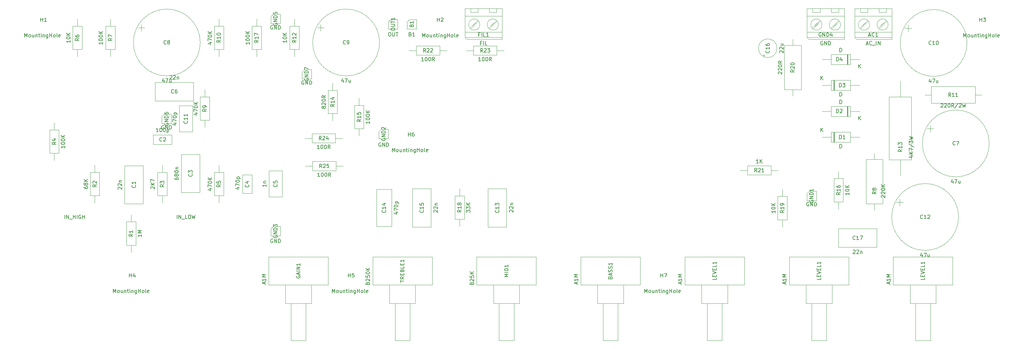
<source format=gbr>
G04 #@! TF.GenerationSoftware,KiCad,Pcbnew,(5.1.4)-1*
G04 #@! TF.CreationDate,2019-12-03T00:22:22+01:00*
G04 #@! TF.ProjectId,pp,70702e6b-6963-4616-945f-706362585858,rev?*
G04 #@! TF.SameCoordinates,Original*
G04 #@! TF.FileFunction,Other,Fab,Top*
%FSLAX46Y46*%
G04 Gerber Fmt 4.6, Leading zero omitted, Abs format (unit mm)*
G04 Created by KiCad (PCBNEW (5.1.4)-1) date 2019-12-03 00:22:22*
%MOMM*%
%LPD*%
G04 APERTURE LIST*
%ADD10C,0.100000*%
%ADD11C,0.150000*%
G04 APERTURE END LIST*
D10*
X294000000Y-122500000D02*
X278000000Y-122500000D01*
X278000000Y-122500000D02*
X278000000Y-130000000D01*
X278000000Y-130000000D02*
X294000000Y-130000000D01*
X294000000Y-130000000D02*
X294000000Y-122500000D01*
X289500000Y-130000000D02*
X282500000Y-130000000D01*
X282500000Y-130000000D02*
X282500000Y-135000000D01*
X282500000Y-135000000D02*
X289500000Y-135000000D01*
X289500000Y-135000000D02*
X289500000Y-130000000D01*
X288000000Y-135000000D02*
X284000000Y-135000000D01*
X284000000Y-135000000D02*
X284000000Y-145000000D01*
X284000000Y-145000000D02*
X288000000Y-145000000D01*
X288000000Y-145000000D02*
X288000000Y-135000000D01*
X266000000Y-122500000D02*
X250000000Y-122500000D01*
X250000000Y-122500000D02*
X250000000Y-130000000D01*
X250000000Y-130000000D02*
X266000000Y-130000000D01*
X266000000Y-130000000D02*
X266000000Y-122500000D01*
X261500000Y-130000000D02*
X254500000Y-130000000D01*
X254500000Y-130000000D02*
X254500000Y-135000000D01*
X254500000Y-135000000D02*
X261500000Y-135000000D01*
X261500000Y-135000000D02*
X261500000Y-130000000D01*
X260000000Y-135000000D02*
X256000000Y-135000000D01*
X256000000Y-135000000D02*
X256000000Y-145000000D01*
X256000000Y-145000000D02*
X260000000Y-145000000D01*
X260000000Y-145000000D02*
X260000000Y-135000000D01*
X116840000Y-58420000D02*
X116840000Y-60350000D01*
X116840000Y-68580000D02*
X116840000Y-66650000D01*
X115590000Y-60350000D02*
X115590000Y-66650000D01*
X118090000Y-60350000D02*
X115590000Y-60350000D01*
X118090000Y-66650000D02*
X118090000Y-60350000D01*
X115590000Y-66650000D02*
X118090000Y-66650000D01*
X301752000Y-78867000D02*
X300082000Y-78867000D01*
X286512000Y-78867000D02*
X288182000Y-78867000D01*
X300082000Y-76617000D02*
X288182000Y-76617000D01*
X300082000Y-81117000D02*
X300082000Y-76617000D01*
X288182000Y-81117000D02*
X300082000Y-81117000D01*
X288182000Y-76617000D02*
X288182000Y-81117000D01*
X279908000Y-75184000D02*
X279908000Y-79384000D01*
X279908000Y-100584000D02*
X279908000Y-96384000D01*
X276908000Y-79384000D02*
X276908000Y-96384000D01*
X282908000Y-79384000D02*
X276908000Y-79384000D01*
X282908000Y-96384000D02*
X282908000Y-79384000D01*
X276908000Y-96384000D02*
X282908000Y-96384000D01*
X272923000Y-94615000D02*
X272923000Y-96285000D01*
X272923000Y-109855000D02*
X272923000Y-108185000D01*
X270673000Y-96285000D02*
X270673000Y-108185000D01*
X275173000Y-96285000D02*
X270673000Y-96285000D01*
X275173000Y-108185000D02*
X275173000Y-96285000D01*
X270673000Y-108185000D02*
X275173000Y-108185000D01*
X123912729Y-59922500D02*
X123912729Y-61722500D01*
X123012729Y-60822500D02*
X124812729Y-60822500D01*
X139750000Y-64770000D02*
G75*
G03X139750000Y-64770000I-9000000J0D01*
G01*
X89380000Y-88804000D02*
X89380000Y-81804000D01*
X85880000Y-88804000D02*
X89380000Y-88804000D01*
X85880000Y-81804000D02*
X85880000Y-88804000D01*
X89380000Y-81804000D02*
X85880000Y-81804000D01*
X113510000Y-106330000D02*
X113510000Y-99330000D01*
X110010000Y-106330000D02*
X113510000Y-106330000D01*
X110010000Y-99330000D02*
X110010000Y-106330000D01*
X113510000Y-99330000D02*
X110010000Y-99330000D01*
X148630000Y-104130000D02*
X148630000Y-114430000D01*
X153630000Y-104130000D02*
X148630000Y-104130000D01*
X153630000Y-114430000D02*
X153630000Y-104130000D01*
X148630000Y-114430000D02*
X153630000Y-114430000D01*
X173950000Y-114437000D02*
X173950000Y-104137000D01*
X168950000Y-114437000D02*
X173950000Y-114437000D01*
X168950000Y-104137000D02*
X168950000Y-114437000D01*
X173950000Y-104137000D02*
X168950000Y-104137000D01*
X79365000Y-80478000D02*
X89665000Y-80478000D01*
X79365000Y-75478000D02*
X79365000Y-80478000D01*
X89665000Y-75478000D02*
X79365000Y-75478000D01*
X89665000Y-80478000D02*
X89665000Y-75478000D01*
X91400000Y-105166000D02*
X91400000Y-94866000D01*
X86400000Y-105166000D02*
X91400000Y-105166000D01*
X86400000Y-94866000D02*
X86400000Y-105166000D01*
X91400000Y-94866000D02*
X86400000Y-94866000D01*
X76160000Y-108214000D02*
X76160000Y-97914000D01*
X71160000Y-108214000D02*
X76160000Y-108214000D01*
X71160000Y-97914000D02*
X71160000Y-108214000D01*
X76160000Y-97914000D02*
X71160000Y-97914000D01*
X138970000Y-104280000D02*
X138970000Y-114280000D01*
X142970000Y-104280000D02*
X138970000Y-104280000D01*
X142970000Y-114280000D02*
X142970000Y-104280000D01*
X138970000Y-114280000D02*
X142970000Y-114280000D01*
X263302000Y-55644000D02*
X261302000Y-55644000D01*
X263302000Y-56644000D02*
X263302000Y-55644000D01*
X261302000Y-56644000D02*
X263302000Y-56644000D01*
X261302000Y-55644000D02*
X261302000Y-56644000D01*
X263257000Y-58806000D02*
X261165000Y-60899000D01*
X263440000Y-58989000D02*
X261348000Y-61082000D01*
X258302000Y-55644000D02*
X256302000Y-55644000D01*
X258302000Y-56644000D02*
X258302000Y-55644000D01*
X256302000Y-56644000D02*
X258302000Y-56644000D01*
X256302000Y-55644000D02*
X256302000Y-56644000D01*
X258257000Y-58806000D02*
X256164000Y-60899000D01*
X258440000Y-58989000D02*
X256347000Y-61082000D01*
X254802000Y-57644000D02*
X264802000Y-57644000D01*
X254802000Y-61944000D02*
X264802000Y-61944000D01*
X254802000Y-63444000D02*
X264802000Y-63444000D01*
X254802000Y-63444000D02*
X254802000Y-55644000D01*
X255302000Y-63944000D02*
X254802000Y-63444000D01*
X264802000Y-63944000D02*
X255302000Y-63944000D01*
X264802000Y-55644000D02*
X264802000Y-63944000D01*
X254802000Y-55644000D02*
X264802000Y-55644000D01*
X263802000Y-59944000D02*
G75*
G03X263802000Y-59944000I-1500000J0D01*
G01*
X258802000Y-59944000D02*
G75*
G03X258802000Y-59944000I-1500000J0D01*
G01*
X279741729Y-106912500D02*
X279741729Y-108712500D01*
X278841729Y-107812500D02*
X280641729Y-107812500D01*
X295579000Y-111760000D02*
G75*
G03X295579000Y-111760000I-9000000J0D01*
G01*
X282027729Y-60049500D02*
X282027729Y-61849500D01*
X281127729Y-60949500D02*
X282927729Y-60949500D01*
X297865000Y-64897000D02*
G75*
G03X297865000Y-64897000I-9000000J0D01*
G01*
X75652729Y-59922500D02*
X75652729Y-61722500D01*
X74752729Y-60822500D02*
X76552729Y-60822500D01*
X91490000Y-64770000D02*
G75*
G03X91490000Y-64770000I-9000000J0D01*
G01*
X287996729Y-87100500D02*
X287996729Y-88900500D01*
X287096729Y-88000500D02*
X288896729Y-88000500D01*
X303834000Y-91948000D02*
G75*
G03X303834000Y-91948000I-9000000J0D01*
G01*
X142113000Y-59182000D02*
X142748000Y-58547000D01*
X142113000Y-61087000D02*
X142113000Y-59182000D01*
X144653000Y-61087000D02*
X142113000Y-61087000D01*
X144653000Y-58547000D02*
X144653000Y-61087000D01*
X142748000Y-58547000D02*
X144653000Y-58547000D01*
X110490000Y-114935000D02*
X111125000Y-114300000D01*
X110490000Y-116840000D02*
X110490000Y-114935000D01*
X113030000Y-116840000D02*
X110490000Y-116840000D01*
X113030000Y-114300000D02*
X113030000Y-116840000D01*
X111125000Y-114300000D02*
X113030000Y-114300000D01*
X139573000Y-88773000D02*
X140208000Y-88138000D01*
X139573000Y-90678000D02*
X139573000Y-88773000D01*
X142113000Y-90678000D02*
X139573000Y-90678000D01*
X142113000Y-88138000D02*
X142113000Y-90678000D01*
X140208000Y-88138000D02*
X142113000Y-88138000D01*
X147793000Y-58547000D02*
X149698000Y-58547000D01*
X149698000Y-58547000D02*
X149698000Y-61087000D01*
X149698000Y-61087000D02*
X147158000Y-61087000D01*
X147158000Y-61087000D02*
X147158000Y-59182000D01*
X147158000Y-59182000D02*
X147793000Y-58547000D01*
X78867000Y-89682000D02*
X78867000Y-92182000D01*
X78867000Y-92182000D02*
X83867000Y-92182000D01*
X83867000Y-92182000D02*
X83867000Y-89682000D01*
X83867000Y-89682000D02*
X78867000Y-89682000D01*
X102890000Y-105410000D02*
X105390000Y-105410000D01*
X105390000Y-105410000D02*
X105390000Y-100410000D01*
X105390000Y-100410000D02*
X102890000Y-100410000D01*
X102890000Y-100410000D02*
X102890000Y-105410000D01*
X261269999Y-88914000D02*
X261269999Y-91614000D01*
X261269999Y-91614000D02*
X266469999Y-91614000D01*
X266469999Y-91614000D02*
X266469999Y-88914000D01*
X266469999Y-88914000D02*
X261269999Y-88914000D01*
X258789999Y-90264000D02*
X261269999Y-90264000D01*
X268949999Y-90264000D02*
X266469999Y-90264000D01*
X262049999Y-88914000D02*
X262049999Y-91614000D01*
X262149999Y-88914000D02*
X262149999Y-91614000D01*
X261949999Y-88914000D02*
X261949999Y-91614000D01*
X265789999Y-84629000D02*
X265789999Y-81929000D01*
X265589999Y-84629000D02*
X265589999Y-81929000D01*
X265689999Y-84629000D02*
X265689999Y-81929000D01*
X258789999Y-83279000D02*
X261269999Y-83279000D01*
X268949999Y-83279000D02*
X266469999Y-83279000D01*
X261269999Y-84629000D02*
X266469999Y-84629000D01*
X261269999Y-81929000D02*
X261269999Y-84629000D01*
X266469999Y-81929000D02*
X261269999Y-81929000D01*
X266469999Y-84629000D02*
X266469999Y-81929000D01*
X261269999Y-74944000D02*
X261269999Y-77644000D01*
X261269999Y-77644000D02*
X266469999Y-77644000D01*
X266469999Y-77644000D02*
X266469999Y-74944000D01*
X266469999Y-74944000D02*
X261269999Y-74944000D01*
X258789999Y-76294000D02*
X261269999Y-76294000D01*
X268949999Y-76294000D02*
X266469999Y-76294000D01*
X262049999Y-74944000D02*
X262049999Y-77644000D01*
X262149999Y-74944000D02*
X262149999Y-77644000D01*
X261949999Y-74944000D02*
X261949999Y-77644000D01*
X265789999Y-70659000D02*
X265789999Y-67959000D01*
X265589999Y-70659000D02*
X265589999Y-67959000D01*
X265689999Y-70659000D02*
X265689999Y-67959000D01*
X258789999Y-69309000D02*
X261269999Y-69309000D01*
X268949999Y-69309000D02*
X266469999Y-69309000D01*
X261269999Y-70659000D02*
X266469999Y-70659000D01*
X261269999Y-67959000D02*
X261269999Y-70659000D01*
X266469999Y-67959000D02*
X261269999Y-67959000D01*
X266469999Y-70659000D02*
X266469999Y-67959000D01*
X72898000Y-111125000D02*
X72898000Y-113055000D01*
X72898000Y-121285000D02*
X72898000Y-119355000D01*
X71648000Y-113055000D02*
X71648000Y-119355000D01*
X74148000Y-113055000D02*
X71648000Y-113055000D01*
X74148000Y-119355000D02*
X74148000Y-113055000D01*
X71648000Y-119355000D02*
X74148000Y-119355000D01*
X63119000Y-107950000D02*
X63119000Y-106020000D01*
X63119000Y-97790000D02*
X63119000Y-99720000D01*
X64369000Y-106020000D02*
X64369000Y-99720000D01*
X61869000Y-106020000D02*
X64369000Y-106020000D01*
X61869000Y-99720000D02*
X61869000Y-106020000D01*
X64369000Y-99720000D02*
X61869000Y-99720000D01*
X81280000Y-97790000D02*
X81280000Y-99720000D01*
X81280000Y-107950000D02*
X81280000Y-106020000D01*
X80030000Y-99720000D02*
X80030000Y-106020000D01*
X82530000Y-99720000D02*
X80030000Y-99720000D01*
X82530000Y-106020000D02*
X82530000Y-99720000D01*
X80030000Y-106020000D02*
X82530000Y-106020000D01*
X50947000Y-94590000D02*
X53447000Y-94590000D01*
X53447000Y-94590000D02*
X53447000Y-88290000D01*
X53447000Y-88290000D02*
X50947000Y-88290000D01*
X50947000Y-88290000D02*
X50947000Y-94590000D01*
X52197000Y-96520000D02*
X52197000Y-94590000D01*
X52197000Y-86360000D02*
X52197000Y-88290000D01*
X97770000Y-99720000D02*
X95270000Y-99720000D01*
X95270000Y-99720000D02*
X95270000Y-106020000D01*
X95270000Y-106020000D02*
X97770000Y-106020000D01*
X97770000Y-106020000D02*
X97770000Y-99720000D01*
X96520000Y-97790000D02*
X96520000Y-99720000D01*
X96520000Y-107950000D02*
X96520000Y-106020000D01*
X58420000Y-68580000D02*
X58420000Y-66650000D01*
X58420000Y-58420000D02*
X58420000Y-60350000D01*
X59670000Y-66650000D02*
X59670000Y-60350000D01*
X57170000Y-66650000D02*
X59670000Y-66650000D01*
X57170000Y-60350000D02*
X57170000Y-66650000D01*
X59670000Y-60350000D02*
X57170000Y-60350000D01*
X67310000Y-58420000D02*
X67310000Y-60350000D01*
X67310000Y-68580000D02*
X67310000Y-66650000D01*
X66060000Y-60350000D02*
X66060000Y-66650000D01*
X68560000Y-60350000D02*
X66060000Y-60350000D01*
X68560000Y-66650000D02*
X68560000Y-60350000D01*
X66060000Y-66650000D02*
X68560000Y-66650000D01*
X93960000Y-79400000D02*
X91460000Y-79400000D01*
X91460000Y-79400000D02*
X91460000Y-85700000D01*
X91460000Y-85700000D02*
X93960000Y-85700000D01*
X93960000Y-85700000D02*
X93960000Y-79400000D01*
X92710000Y-77470000D02*
X92710000Y-79400000D01*
X92710000Y-87630000D02*
X92710000Y-85700000D01*
X97770000Y-60350000D02*
X95270000Y-60350000D01*
X95270000Y-60350000D02*
X95270000Y-66650000D01*
X95270000Y-66650000D02*
X97770000Y-66650000D01*
X97770000Y-66650000D02*
X97770000Y-60350000D01*
X96520000Y-58420000D02*
X96520000Y-60350000D01*
X96520000Y-68580000D02*
X96520000Y-66650000D01*
X127127000Y-85852000D02*
X127127000Y-83922000D01*
X127127000Y-75692000D02*
X127127000Y-77622000D01*
X128377000Y-83922000D02*
X128377000Y-77622000D01*
X125877000Y-83922000D02*
X128377000Y-83922000D01*
X125877000Y-77622000D02*
X125877000Y-83922000D01*
X128377000Y-77622000D02*
X125877000Y-77622000D01*
X134239000Y-79756000D02*
X134239000Y-81686000D01*
X134239000Y-89916000D02*
X134239000Y-87986000D01*
X132989000Y-81686000D02*
X132989000Y-87986000D01*
X135489000Y-81686000D02*
X132989000Y-81686000D01*
X135489000Y-87986000D02*
X135489000Y-81686000D01*
X132989000Y-87986000D02*
X135489000Y-87986000D01*
X263271000Y-99441000D02*
X263271000Y-101371000D01*
X263271000Y-109601000D02*
X263271000Y-107671000D01*
X262021000Y-101371000D02*
X262021000Y-107671000D01*
X264521000Y-101371000D02*
X262021000Y-101371000D01*
X264521000Y-107671000D02*
X264521000Y-101371000D01*
X262021000Y-107671000D02*
X264521000Y-107671000D01*
X107930000Y-60350000D02*
X105430000Y-60350000D01*
X105430000Y-60350000D02*
X105430000Y-66650000D01*
X105430000Y-66650000D02*
X107930000Y-66650000D01*
X107930000Y-66650000D02*
X107930000Y-60350000D01*
X106680000Y-58420000D02*
X106680000Y-60350000D01*
X106680000Y-68580000D02*
X106680000Y-66650000D01*
X160040000Y-112370000D02*
X162540000Y-112370000D01*
X162540000Y-112370000D02*
X162540000Y-106070000D01*
X162540000Y-106070000D02*
X160040000Y-106070000D01*
X160040000Y-106070000D02*
X160040000Y-112370000D01*
X161290000Y-114300000D02*
X161290000Y-112370000D01*
X161290000Y-104140000D02*
X161290000Y-106070000D01*
X249408000Y-106197000D02*
X246908000Y-106197000D01*
X246908000Y-106197000D02*
X246908000Y-112497000D01*
X246908000Y-112497000D02*
X249408000Y-112497000D01*
X249408000Y-112497000D02*
X249408000Y-106197000D01*
X248158000Y-104267000D02*
X248158000Y-106197000D01*
X248158000Y-114427000D02*
X248158000Y-112497000D01*
X236855000Y-99187000D02*
X238785000Y-99187000D01*
X247015000Y-99187000D02*
X245085000Y-99187000D01*
X238785000Y-100437000D02*
X245085000Y-100437000D01*
X238785000Y-97937000D02*
X238785000Y-100437000D01*
X245085000Y-97937000D02*
X238785000Y-97937000D01*
X245085000Y-100437000D02*
X245085000Y-97937000D01*
X157861000Y-66929000D02*
X155931000Y-66929000D01*
X147701000Y-66929000D02*
X149631000Y-66929000D01*
X155931000Y-65679000D02*
X149631000Y-65679000D01*
X155931000Y-68179000D02*
X155931000Y-65679000D01*
X149631000Y-68179000D02*
X155931000Y-68179000D01*
X149631000Y-65679000D02*
X149631000Y-68179000D01*
X164998000Y-65679000D02*
X164998000Y-68179000D01*
X164998000Y-68179000D02*
X171298000Y-68179000D01*
X171298000Y-68179000D02*
X171298000Y-65679000D01*
X171298000Y-65679000D02*
X164998000Y-65679000D01*
X163068000Y-66929000D02*
X164998000Y-66929000D01*
X173228000Y-66929000D02*
X171298000Y-66929000D01*
X276129000Y-55644000D02*
X274129000Y-55644000D01*
X276129000Y-56644000D02*
X276129000Y-55644000D01*
X274129000Y-56644000D02*
X276129000Y-56644000D01*
X274129000Y-55644000D02*
X274129000Y-56644000D01*
X276084000Y-58806000D02*
X273992000Y-60899000D01*
X276267000Y-58989000D02*
X274175000Y-61082000D01*
X271129000Y-55644000D02*
X269129000Y-55644000D01*
X271129000Y-56644000D02*
X271129000Y-55644000D01*
X269129000Y-56644000D02*
X271129000Y-56644000D01*
X269129000Y-55644000D02*
X269129000Y-56644000D01*
X271084000Y-58806000D02*
X268991000Y-60899000D01*
X271267000Y-58989000D02*
X269174000Y-61082000D01*
X267629000Y-57644000D02*
X277629000Y-57644000D01*
X267629000Y-61944000D02*
X277629000Y-61944000D01*
X267629000Y-63444000D02*
X277629000Y-63444000D01*
X267629000Y-63444000D02*
X267629000Y-55644000D01*
X268129000Y-63944000D02*
X267629000Y-63444000D01*
X277629000Y-63944000D02*
X268129000Y-63944000D01*
X277629000Y-55644000D02*
X277629000Y-63944000D01*
X267629000Y-55644000D02*
X277629000Y-55644000D01*
X276629000Y-59944000D02*
G75*
G03X276629000Y-59944000I-1500000J0D01*
G01*
X271629000Y-59944000D02*
G75*
G03X271629000Y-59944000I-1500000J0D01*
G01*
X166727000Y-59944000D02*
G75*
G03X166727000Y-59944000I-1500000J0D01*
G01*
X171727000Y-59944000D02*
G75*
G03X171727000Y-59944000I-1500000J0D01*
G01*
X162727000Y-55644000D02*
X172727000Y-55644000D01*
X172727000Y-55644000D02*
X172727000Y-63944000D01*
X172727000Y-63944000D02*
X163227000Y-63944000D01*
X163227000Y-63944000D02*
X162727000Y-63444000D01*
X162727000Y-63444000D02*
X162727000Y-55644000D01*
X162727000Y-63444000D02*
X172727000Y-63444000D01*
X162727000Y-61944000D02*
X172727000Y-61944000D01*
X162727000Y-57644000D02*
X172727000Y-57644000D01*
X166365000Y-58989000D02*
X164272000Y-61082000D01*
X166182000Y-58806000D02*
X164089000Y-60899000D01*
X164227000Y-55644000D02*
X164227000Y-56644000D01*
X164227000Y-56644000D02*
X166227000Y-56644000D01*
X166227000Y-56644000D02*
X166227000Y-55644000D01*
X166227000Y-55644000D02*
X164227000Y-55644000D01*
X171365000Y-58989000D02*
X169273000Y-61082000D01*
X171182000Y-58806000D02*
X169090000Y-60899000D01*
X169227000Y-55644000D02*
X169227000Y-56644000D01*
X169227000Y-56644000D02*
X171227000Y-56644000D01*
X171227000Y-56644000D02*
X171227000Y-55644000D01*
X171227000Y-55644000D02*
X169227000Y-55644000D01*
X255397000Y-104775000D02*
X257302000Y-104775000D01*
X257302000Y-104775000D02*
X257302000Y-107315000D01*
X257302000Y-107315000D02*
X254762000Y-107315000D01*
X254762000Y-107315000D02*
X254762000Y-105410000D01*
X254762000Y-105410000D02*
X255397000Y-104775000D01*
X263268000Y-114918959D02*
X263268000Y-119918959D01*
X263268000Y-119918959D02*
X273568000Y-119918959D01*
X273568000Y-119918959D02*
X273568000Y-114918959D01*
X273568000Y-114918959D02*
X263268000Y-114918959D01*
X110490000Y-57785000D02*
X111125000Y-57150000D01*
X110490000Y-59690000D02*
X110490000Y-57785000D01*
X113030000Y-59690000D02*
X110490000Y-59690000D01*
X113030000Y-57150000D02*
X113030000Y-59690000D01*
X111125000Y-57150000D02*
X113030000Y-57150000D01*
X81153000Y-84709000D02*
X81788000Y-84074000D01*
X81153000Y-86614000D02*
X81153000Y-84709000D01*
X83693000Y-86614000D02*
X81153000Y-86614000D01*
X83693000Y-84074000D02*
X83693000Y-86614000D01*
X81788000Y-84074000D02*
X83693000Y-84074000D01*
X118872000Y-72644000D02*
X119507000Y-72009000D01*
X118872000Y-74549000D02*
X118872000Y-72644000D01*
X121412000Y-74549000D02*
X118872000Y-74549000D01*
X121412000Y-72009000D02*
X121412000Y-74549000D01*
X119507000Y-72009000D02*
X121412000Y-72009000D01*
X121564000Y-89301000D02*
X121564000Y-91801000D01*
X121564000Y-91801000D02*
X127864000Y-91801000D01*
X127864000Y-91801000D02*
X127864000Y-89301000D01*
X127864000Y-89301000D02*
X121564000Y-89301000D01*
X119634000Y-90551000D02*
X121564000Y-90551000D01*
X129794000Y-90551000D02*
X127864000Y-90551000D01*
X121691000Y-96794000D02*
X121691000Y-99294000D01*
X121691000Y-99294000D02*
X127991000Y-99294000D01*
X127991000Y-99294000D02*
X127991000Y-96794000D01*
X127991000Y-96794000D02*
X121691000Y-96794000D01*
X119761000Y-98044000D02*
X121691000Y-98044000D01*
X129921000Y-98044000D02*
X127991000Y-98044000D01*
X209900000Y-122524000D02*
X193900000Y-122524000D01*
X193900000Y-122524000D02*
X193900000Y-130024000D01*
X193900000Y-130024000D02*
X209900000Y-130024000D01*
X209900000Y-130024000D02*
X209900000Y-122524000D01*
X205400000Y-130024000D02*
X198400000Y-130024000D01*
X198400000Y-130024000D02*
X198400000Y-135024000D01*
X198400000Y-135024000D02*
X205400000Y-135024000D01*
X205400000Y-135024000D02*
X205400000Y-130024000D01*
X203900000Y-135024000D02*
X199900000Y-135024000D01*
X199900000Y-135024000D02*
X199900000Y-145024000D01*
X199900000Y-145024000D02*
X203900000Y-145024000D01*
X203900000Y-145024000D02*
X203900000Y-135024000D01*
X125900000Y-122500000D02*
X109900000Y-122500000D01*
X109900000Y-122500000D02*
X109900000Y-130000000D01*
X109900000Y-130000000D02*
X125900000Y-130000000D01*
X125900000Y-130000000D02*
X125900000Y-122500000D01*
X121400000Y-130000000D02*
X114400000Y-130000000D01*
X114400000Y-130000000D02*
X114400000Y-135000000D01*
X114400000Y-135000000D02*
X121400000Y-135000000D01*
X121400000Y-135000000D02*
X121400000Y-130000000D01*
X119900000Y-135000000D02*
X115900000Y-135000000D01*
X115900000Y-135000000D02*
X115900000Y-145000000D01*
X115900000Y-145000000D02*
X119900000Y-145000000D01*
X119900000Y-145000000D02*
X119900000Y-135000000D01*
X231900000Y-145000000D02*
X231900000Y-135000000D01*
X227900000Y-145000000D02*
X231900000Y-145000000D01*
X227900000Y-135000000D02*
X227900000Y-145000000D01*
X231900000Y-135000000D02*
X227900000Y-135000000D01*
X233400000Y-135000000D02*
X233400000Y-130000000D01*
X226400000Y-135000000D02*
X233400000Y-135000000D01*
X226400000Y-130000000D02*
X226400000Y-135000000D01*
X233400000Y-130000000D02*
X226400000Y-130000000D01*
X237900000Y-130000000D02*
X237900000Y-122500000D01*
X221900000Y-130000000D02*
X237900000Y-130000000D01*
X221900000Y-122500000D02*
X221900000Y-130000000D01*
X237900000Y-122500000D02*
X221900000Y-122500000D01*
X181910000Y-122500000D02*
X165910000Y-122500000D01*
X165910000Y-122500000D02*
X165910000Y-130000000D01*
X165910000Y-130000000D02*
X181910000Y-130000000D01*
X181910000Y-130000000D02*
X181910000Y-122500000D01*
X177410000Y-130000000D02*
X170410000Y-130000000D01*
X170410000Y-130000000D02*
X170410000Y-135000000D01*
X170410000Y-135000000D02*
X177410000Y-135000000D01*
X177410000Y-135000000D02*
X177410000Y-130000000D01*
X175910000Y-135000000D02*
X171910000Y-135000000D01*
X171910000Y-135000000D02*
X171910000Y-145000000D01*
X171910000Y-145000000D02*
X175910000Y-145000000D01*
X175910000Y-145000000D02*
X175910000Y-135000000D01*
X147900000Y-145000000D02*
X147900000Y-135000000D01*
X143900000Y-145000000D02*
X147900000Y-145000000D01*
X143900000Y-135000000D02*
X143900000Y-145000000D01*
X147900000Y-135000000D02*
X143900000Y-135000000D01*
X149400000Y-135000000D02*
X149400000Y-130000000D01*
X142400000Y-135000000D02*
X149400000Y-135000000D01*
X142400000Y-130000000D02*
X142400000Y-135000000D01*
X149400000Y-130000000D02*
X142400000Y-130000000D01*
X153900000Y-130000000D02*
X153900000Y-122500000D01*
X137900000Y-130000000D02*
X153900000Y-130000000D01*
X137900000Y-122500000D02*
X137900000Y-130000000D01*
X153900000Y-122500000D02*
X137900000Y-122500000D01*
X246721000Y-66314000D02*
G75*
G03X246721000Y-66314000I-2500000J0D01*
G01*
X243133500Y-68447605D02*
X243133500Y-67947605D01*
X242883500Y-68197605D02*
X243383500Y-68197605D01*
X253202000Y-65551000D02*
X248702000Y-65551000D01*
X248702000Y-65551000D02*
X248702000Y-77451000D01*
X248702000Y-77451000D02*
X253202000Y-77451000D01*
X253202000Y-77451000D02*
X253202000Y-65551000D01*
X250952000Y-63881000D02*
X250952000Y-65551000D01*
X250952000Y-79121000D02*
X250952000Y-77451000D01*
D11*
X276916666Y-129785714D02*
X276916666Y-129309523D01*
X277202380Y-129880952D02*
X276202380Y-129547619D01*
X277202380Y-129214285D01*
X277202380Y-128357142D02*
X277202380Y-128928571D01*
X277202380Y-128642857D02*
X276202380Y-128642857D01*
X276345238Y-128738095D01*
X276440476Y-128833333D01*
X276488095Y-128928571D01*
X277202380Y-127928571D02*
X276202380Y-127928571D01*
X276916666Y-127595238D01*
X276202380Y-127261904D01*
X277202380Y-127261904D01*
X286452380Y-128154761D02*
X286452380Y-128630952D01*
X285452380Y-128630952D01*
X285928571Y-127821428D02*
X285928571Y-127488095D01*
X286452380Y-127345238D02*
X286452380Y-127821428D01*
X285452380Y-127821428D01*
X285452380Y-127345238D01*
X285452380Y-127059523D02*
X286452380Y-126726190D01*
X285452380Y-126392857D01*
X285928571Y-126059523D02*
X285928571Y-125726190D01*
X286452380Y-125583333D02*
X286452380Y-126059523D01*
X285452380Y-126059523D01*
X285452380Y-125583333D01*
X286452380Y-124678571D02*
X286452380Y-125154761D01*
X285452380Y-125154761D01*
X286452380Y-123821428D02*
X286452380Y-124392857D01*
X286452380Y-124107142D02*
X285452380Y-124107142D01*
X285595238Y-124202380D01*
X285690476Y-124297619D01*
X285738095Y-124392857D01*
X248916666Y-129785714D02*
X248916666Y-129309523D01*
X249202380Y-129880952D02*
X248202380Y-129547619D01*
X249202380Y-129214285D01*
X249202380Y-128357142D02*
X249202380Y-128928571D01*
X249202380Y-128642857D02*
X248202380Y-128642857D01*
X248345238Y-128738095D01*
X248440476Y-128833333D01*
X248488095Y-128928571D01*
X249202380Y-127928571D02*
X248202380Y-127928571D01*
X248916666Y-127595238D01*
X248202380Y-127261904D01*
X249202380Y-127261904D01*
X258452380Y-128154761D02*
X258452380Y-128630952D01*
X257452380Y-128630952D01*
X257928571Y-127821428D02*
X257928571Y-127488095D01*
X258452380Y-127345238D02*
X258452380Y-127821428D01*
X257452380Y-127821428D01*
X257452380Y-127345238D01*
X257452380Y-127059523D02*
X258452380Y-126726190D01*
X257452380Y-126392857D01*
X257928571Y-126059523D02*
X257928571Y-125726190D01*
X258452380Y-125583333D02*
X258452380Y-126059523D01*
X257452380Y-126059523D01*
X257452380Y-125583333D01*
X258452380Y-124678571D02*
X258452380Y-125154761D01*
X257452380Y-125154761D01*
X258452380Y-123821428D02*
X258452380Y-124392857D01*
X258452380Y-124107142D02*
X257452380Y-124107142D01*
X257595238Y-124202380D01*
X257690476Y-124297619D01*
X257738095Y-124392857D01*
X114752380Y-64190476D02*
X114752380Y-64761904D01*
X114752380Y-64476190D02*
X113752380Y-64476190D01*
X113895238Y-64571428D01*
X113990476Y-64666666D01*
X114038095Y-64761904D01*
X113752380Y-63571428D02*
X113752380Y-63476190D01*
X113800000Y-63380952D01*
X113847619Y-63333333D01*
X113942857Y-63285714D01*
X114133333Y-63238095D01*
X114371428Y-63238095D01*
X114561904Y-63285714D01*
X114657142Y-63333333D01*
X114704761Y-63380952D01*
X114752380Y-63476190D01*
X114752380Y-63571428D01*
X114704761Y-63666666D01*
X114657142Y-63714285D01*
X114561904Y-63761904D01*
X114371428Y-63809523D01*
X114133333Y-63809523D01*
X113942857Y-63761904D01*
X113847619Y-63714285D01*
X113800000Y-63666666D01*
X113752380Y-63571428D01*
X114752380Y-62809523D02*
X113752380Y-62809523D01*
X114752380Y-62238095D02*
X114180952Y-62666666D01*
X113752380Y-62238095D02*
X114323809Y-62809523D01*
X117292380Y-64142857D02*
X116816190Y-64476190D01*
X117292380Y-64714285D02*
X116292380Y-64714285D01*
X116292380Y-64333333D01*
X116340000Y-64238095D01*
X116387619Y-64190476D01*
X116482857Y-64142857D01*
X116625714Y-64142857D01*
X116720952Y-64190476D01*
X116768571Y-64238095D01*
X116816190Y-64333333D01*
X116816190Y-64714285D01*
X117292380Y-63190476D02*
X117292380Y-63761904D01*
X117292380Y-63476190D02*
X116292380Y-63476190D01*
X116435238Y-63571428D01*
X116530476Y-63666666D01*
X116578095Y-63761904D01*
X116387619Y-62809523D02*
X116340000Y-62761904D01*
X116292380Y-62666666D01*
X116292380Y-62428571D01*
X116340000Y-62333333D01*
X116387619Y-62285714D01*
X116482857Y-62238095D01*
X116578095Y-62238095D01*
X116720952Y-62285714D01*
X117292380Y-62857142D01*
X117292380Y-62238095D01*
X290822476Y-81334619D02*
X290870095Y-81287000D01*
X290965333Y-81239380D01*
X291203428Y-81239380D01*
X291298666Y-81287000D01*
X291346285Y-81334619D01*
X291393904Y-81429857D01*
X291393904Y-81525095D01*
X291346285Y-81667952D01*
X290774857Y-82239380D01*
X291393904Y-82239380D01*
X291774857Y-81334619D02*
X291822476Y-81287000D01*
X291917714Y-81239380D01*
X292155809Y-81239380D01*
X292251047Y-81287000D01*
X292298666Y-81334619D01*
X292346285Y-81429857D01*
X292346285Y-81525095D01*
X292298666Y-81667952D01*
X291727238Y-82239380D01*
X292346285Y-82239380D01*
X292965333Y-81239380D02*
X293060571Y-81239380D01*
X293155809Y-81287000D01*
X293203428Y-81334619D01*
X293251047Y-81429857D01*
X293298666Y-81620333D01*
X293298666Y-81858428D01*
X293251047Y-82048904D01*
X293203428Y-82144142D01*
X293155809Y-82191761D01*
X293060571Y-82239380D01*
X292965333Y-82239380D01*
X292870095Y-82191761D01*
X292822476Y-82144142D01*
X292774857Y-82048904D01*
X292727238Y-81858428D01*
X292727238Y-81620333D01*
X292774857Y-81429857D01*
X292822476Y-81334619D01*
X292870095Y-81287000D01*
X292965333Y-81239380D01*
X294298666Y-82239380D02*
X293965333Y-81763190D01*
X293727238Y-82239380D02*
X293727238Y-81239380D01*
X294108190Y-81239380D01*
X294203428Y-81287000D01*
X294251047Y-81334619D01*
X294298666Y-81429857D01*
X294298666Y-81572714D01*
X294251047Y-81667952D01*
X294203428Y-81715571D01*
X294108190Y-81763190D01*
X293727238Y-81763190D01*
X295441523Y-81191761D02*
X294584380Y-82477476D01*
X295727238Y-81334619D02*
X295774857Y-81287000D01*
X295870095Y-81239380D01*
X296108190Y-81239380D01*
X296203428Y-81287000D01*
X296251047Y-81334619D01*
X296298666Y-81429857D01*
X296298666Y-81525095D01*
X296251047Y-81667952D01*
X295679619Y-82239380D01*
X296298666Y-82239380D01*
X296632000Y-81239380D02*
X296870095Y-82239380D01*
X297060571Y-81525095D01*
X297251047Y-82239380D01*
X297489142Y-81239380D01*
X293489142Y-79319380D02*
X293155809Y-78843190D01*
X292917714Y-79319380D02*
X292917714Y-78319380D01*
X293298666Y-78319380D01*
X293393904Y-78367000D01*
X293441523Y-78414619D01*
X293489142Y-78509857D01*
X293489142Y-78652714D01*
X293441523Y-78747952D01*
X293393904Y-78795571D01*
X293298666Y-78843190D01*
X292917714Y-78843190D01*
X294441523Y-79319380D02*
X293870095Y-79319380D01*
X294155809Y-79319380D02*
X294155809Y-78319380D01*
X294060571Y-78462238D01*
X293965333Y-78557476D01*
X293870095Y-78605095D01*
X295393904Y-79319380D02*
X294822476Y-79319380D01*
X295108190Y-79319380D02*
X295108190Y-78319380D01*
X295012952Y-78462238D01*
X294917714Y-78557476D01*
X294822476Y-78605095D01*
X282613714Y-95321142D02*
X283280380Y-95321142D01*
X282232761Y-95559238D02*
X282947047Y-95797333D01*
X282947047Y-95178285D01*
X283280380Y-94797333D02*
X282280380Y-94797333D01*
X283280380Y-94225904D02*
X282708952Y-94654476D01*
X282280380Y-94225904D02*
X282851809Y-94797333D01*
X282280380Y-93892571D02*
X282280380Y-93225904D01*
X283280380Y-93654476D01*
X282232761Y-92130666D02*
X283518476Y-92987809D01*
X282280380Y-91892571D02*
X282280380Y-91273523D01*
X282661333Y-91606857D01*
X282661333Y-91464000D01*
X282708952Y-91368761D01*
X282756571Y-91321142D01*
X282851809Y-91273523D01*
X283089904Y-91273523D01*
X283185142Y-91321142D01*
X283232761Y-91368761D01*
X283280380Y-91464000D01*
X283280380Y-91749714D01*
X283232761Y-91844952D01*
X283185142Y-91892571D01*
X282280380Y-90940190D02*
X283280380Y-90702095D01*
X282566095Y-90511619D01*
X283280380Y-90321142D01*
X282280380Y-90083047D01*
X280360380Y-93606857D02*
X279884190Y-93940190D01*
X280360380Y-94178285D02*
X279360380Y-94178285D01*
X279360380Y-93797333D01*
X279408000Y-93702095D01*
X279455619Y-93654476D01*
X279550857Y-93606857D01*
X279693714Y-93606857D01*
X279788952Y-93654476D01*
X279836571Y-93702095D01*
X279884190Y-93797333D01*
X279884190Y-94178285D01*
X280360380Y-92654476D02*
X280360380Y-93225904D01*
X280360380Y-92940190D02*
X279360380Y-92940190D01*
X279503238Y-93035428D01*
X279598476Y-93130666D01*
X279646095Y-93225904D01*
X279360380Y-92321142D02*
X279360380Y-91702095D01*
X279741333Y-92035428D01*
X279741333Y-91892571D01*
X279788952Y-91797333D01*
X279836571Y-91749714D01*
X279931809Y-91702095D01*
X280169904Y-91702095D01*
X280265142Y-91749714D01*
X280312761Y-91797333D01*
X280360380Y-91892571D01*
X280360380Y-92178285D01*
X280312761Y-92273523D01*
X280265142Y-92321142D01*
X274840619Y-106513095D02*
X274793000Y-106465476D01*
X274745380Y-106370238D01*
X274745380Y-106132142D01*
X274793000Y-106036904D01*
X274840619Y-105989285D01*
X274935857Y-105941666D01*
X275031095Y-105941666D01*
X275173952Y-105989285D01*
X275745380Y-106560714D01*
X275745380Y-105941666D01*
X274840619Y-105560714D02*
X274793000Y-105513095D01*
X274745380Y-105417857D01*
X274745380Y-105179761D01*
X274793000Y-105084523D01*
X274840619Y-105036904D01*
X274935857Y-104989285D01*
X275031095Y-104989285D01*
X275173952Y-105036904D01*
X275745380Y-105608333D01*
X275745380Y-104989285D01*
X274745380Y-104370238D02*
X274745380Y-104275000D01*
X274793000Y-104179761D01*
X274840619Y-104132142D01*
X274935857Y-104084523D01*
X275126333Y-104036904D01*
X275364428Y-104036904D01*
X275554904Y-104084523D01*
X275650142Y-104132142D01*
X275697761Y-104179761D01*
X275745380Y-104275000D01*
X275745380Y-104370238D01*
X275697761Y-104465476D01*
X275650142Y-104513095D01*
X275554904Y-104560714D01*
X275364428Y-104608333D01*
X275126333Y-104608333D01*
X274935857Y-104560714D01*
X274840619Y-104513095D01*
X274793000Y-104465476D01*
X274745380Y-104370238D01*
X275745380Y-103608333D02*
X274745380Y-103608333D01*
X275745380Y-103036904D02*
X275173952Y-103465476D01*
X274745380Y-103036904D02*
X275316809Y-103608333D01*
X273375380Y-104941666D02*
X272899190Y-105275000D01*
X273375380Y-105513095D02*
X272375380Y-105513095D01*
X272375380Y-105132142D01*
X272423000Y-105036904D01*
X272470619Y-104989285D01*
X272565857Y-104941666D01*
X272708714Y-104941666D01*
X272803952Y-104989285D01*
X272851571Y-105036904D01*
X272899190Y-105132142D01*
X272899190Y-105513095D01*
X272803952Y-104370238D02*
X272756333Y-104465476D01*
X272708714Y-104513095D01*
X272613476Y-104560714D01*
X272565857Y-104560714D01*
X272470619Y-104513095D01*
X272423000Y-104465476D01*
X272375380Y-104370238D01*
X272375380Y-104179761D01*
X272423000Y-104084523D01*
X272470619Y-104036904D01*
X272565857Y-103989285D01*
X272613476Y-103989285D01*
X272708714Y-104036904D01*
X272756333Y-104084523D01*
X272803952Y-104179761D01*
X272803952Y-104370238D01*
X272851571Y-104465476D01*
X272899190Y-104513095D01*
X272994428Y-104560714D01*
X273184904Y-104560714D01*
X273280142Y-104513095D01*
X273327761Y-104465476D01*
X273375380Y-104370238D01*
X273375380Y-104179761D01*
X273327761Y-104084523D01*
X273280142Y-104036904D01*
X273184904Y-103989285D01*
X272994428Y-103989285D01*
X272899190Y-104036904D01*
X272851571Y-104084523D01*
X272803952Y-104179761D01*
X130011904Y-74805714D02*
X130011904Y-75472380D01*
X129773809Y-74424761D02*
X129535714Y-75139047D01*
X130154761Y-75139047D01*
X130440476Y-74472380D02*
X131107142Y-74472380D01*
X130678571Y-75472380D01*
X131916666Y-74805714D02*
X131916666Y-75472380D01*
X131488095Y-74805714D02*
X131488095Y-75329523D01*
X131535714Y-75424761D01*
X131630952Y-75472380D01*
X131773809Y-75472380D01*
X131869047Y-75424761D01*
X131916666Y-75377142D01*
X130583333Y-65127142D02*
X130535714Y-65174761D01*
X130392857Y-65222380D01*
X130297619Y-65222380D01*
X130154761Y-65174761D01*
X130059523Y-65079523D01*
X130011904Y-64984285D01*
X129964285Y-64793809D01*
X129964285Y-64650952D01*
X130011904Y-64460476D01*
X130059523Y-64365238D01*
X130154761Y-64270000D01*
X130297619Y-64222380D01*
X130392857Y-64222380D01*
X130535714Y-64270000D01*
X130583333Y-64317619D01*
X131059523Y-65222380D02*
X131250000Y-65222380D01*
X131345238Y-65174761D01*
X131392857Y-65127142D01*
X131488095Y-64984285D01*
X131535714Y-64793809D01*
X131535714Y-64412857D01*
X131488095Y-64317619D01*
X131440476Y-64270000D01*
X131345238Y-64222380D01*
X131154761Y-64222380D01*
X131059523Y-64270000D01*
X131011904Y-64317619D01*
X130964285Y-64412857D01*
X130964285Y-64650952D01*
X131011904Y-64746190D01*
X131059523Y-64793809D01*
X131154761Y-64841428D01*
X131345238Y-64841428D01*
X131440476Y-64793809D01*
X131488095Y-64746190D01*
X131535714Y-64650952D01*
X55009523Y-112212380D02*
X55009523Y-111212380D01*
X55485714Y-112212380D02*
X55485714Y-111212380D01*
X56057142Y-112212380D01*
X56057142Y-111212380D01*
X56295238Y-112307619D02*
X57057142Y-112307619D01*
X57295238Y-112212380D02*
X57295238Y-111212380D01*
X57295238Y-111688571D02*
X57866666Y-111688571D01*
X57866666Y-112212380D02*
X57866666Y-111212380D01*
X58342857Y-112212380D02*
X58342857Y-111212380D01*
X59342857Y-111260000D02*
X59247619Y-111212380D01*
X59104761Y-111212380D01*
X58961904Y-111260000D01*
X58866666Y-111355238D01*
X58819047Y-111450476D01*
X58771428Y-111640952D01*
X58771428Y-111783809D01*
X58819047Y-111974285D01*
X58866666Y-112069523D01*
X58961904Y-112164761D01*
X59104761Y-112212380D01*
X59200000Y-112212380D01*
X59342857Y-112164761D01*
X59390476Y-112117142D01*
X59390476Y-111783809D01*
X59200000Y-111783809D01*
X59819047Y-112212380D02*
X59819047Y-111212380D01*
X59819047Y-111688571D02*
X60390476Y-111688571D01*
X60390476Y-112212380D02*
X60390476Y-111212380D01*
X85225238Y-112212380D02*
X85225238Y-111212380D01*
X85701428Y-112212380D02*
X85701428Y-111212380D01*
X86272857Y-112212380D01*
X86272857Y-111212380D01*
X86510952Y-112307619D02*
X87272857Y-112307619D01*
X87987142Y-112212380D02*
X87510952Y-112212380D01*
X87510952Y-111212380D01*
X88510952Y-111212380D02*
X88701428Y-111212380D01*
X88796666Y-111260000D01*
X88891904Y-111355238D01*
X88939523Y-111545714D01*
X88939523Y-111879047D01*
X88891904Y-112069523D01*
X88796666Y-112164761D01*
X88701428Y-112212380D01*
X88510952Y-112212380D01*
X88415714Y-112164761D01*
X88320476Y-112069523D01*
X88272857Y-111879047D01*
X88272857Y-111545714D01*
X88320476Y-111355238D01*
X88415714Y-111260000D01*
X88510952Y-111212380D01*
X89272857Y-111212380D02*
X89510952Y-112212380D01*
X89701428Y-111498095D01*
X89891904Y-112212380D01*
X90130000Y-111212380D01*
X84415714Y-86518285D02*
X85082380Y-86518285D01*
X84034761Y-86756380D02*
X84749047Y-86994476D01*
X84749047Y-86375428D01*
X84082380Y-86089714D02*
X84082380Y-85423047D01*
X85082380Y-85851619D01*
X84082380Y-84851619D02*
X84082380Y-84756380D01*
X84130000Y-84661142D01*
X84177619Y-84613523D01*
X84272857Y-84565904D01*
X84463333Y-84518285D01*
X84701428Y-84518285D01*
X84891904Y-84565904D01*
X84987142Y-84613523D01*
X85034761Y-84661142D01*
X85082380Y-84756380D01*
X85082380Y-84851619D01*
X85034761Y-84946857D01*
X84987142Y-84994476D01*
X84891904Y-85042095D01*
X84701428Y-85089714D01*
X84463333Y-85089714D01*
X84272857Y-85042095D01*
X84177619Y-84994476D01*
X84130000Y-84946857D01*
X84082380Y-84851619D01*
X84415714Y-84089714D02*
X85415714Y-84089714D01*
X84463333Y-84089714D02*
X84415714Y-83994476D01*
X84415714Y-83804000D01*
X84463333Y-83708761D01*
X84510952Y-83661142D01*
X84606190Y-83613523D01*
X84891904Y-83613523D01*
X84987142Y-83661142D01*
X85034761Y-83708761D01*
X85082380Y-83804000D01*
X85082380Y-83994476D01*
X85034761Y-84089714D01*
X87987142Y-85946857D02*
X88034761Y-85994476D01*
X88082380Y-86137333D01*
X88082380Y-86232571D01*
X88034761Y-86375428D01*
X87939523Y-86470666D01*
X87844285Y-86518285D01*
X87653809Y-86565904D01*
X87510952Y-86565904D01*
X87320476Y-86518285D01*
X87225238Y-86470666D01*
X87130000Y-86375428D01*
X87082380Y-86232571D01*
X87082380Y-86137333D01*
X87130000Y-85994476D01*
X87177619Y-85946857D01*
X88082380Y-84994476D02*
X88082380Y-85565904D01*
X88082380Y-85280190D02*
X87082380Y-85280190D01*
X87225238Y-85375428D01*
X87320476Y-85470666D01*
X87368095Y-85565904D01*
X88082380Y-84042095D02*
X88082380Y-84613523D01*
X88082380Y-84327809D02*
X87082380Y-84327809D01*
X87225238Y-84423047D01*
X87320476Y-84518285D01*
X87368095Y-84613523D01*
X109212380Y-102996666D02*
X109212380Y-103568095D01*
X109212380Y-103282380D02*
X108212380Y-103282380D01*
X108355238Y-103377619D01*
X108450476Y-103472857D01*
X108498095Y-103568095D01*
X108545714Y-102568095D02*
X109212380Y-102568095D01*
X108640952Y-102568095D02*
X108593333Y-102520476D01*
X108545714Y-102425238D01*
X108545714Y-102282380D01*
X108593333Y-102187142D01*
X108688571Y-102139523D01*
X109212380Y-102139523D01*
X112117142Y-102996666D02*
X112164761Y-103044285D01*
X112212380Y-103187142D01*
X112212380Y-103282380D01*
X112164761Y-103425238D01*
X112069523Y-103520476D01*
X111974285Y-103568095D01*
X111783809Y-103615714D01*
X111640952Y-103615714D01*
X111450476Y-103568095D01*
X111355238Y-103520476D01*
X111260000Y-103425238D01*
X111212380Y-103282380D01*
X111212380Y-103187142D01*
X111260000Y-103044285D01*
X111307619Y-102996666D01*
X111212380Y-102091904D02*
X111212380Y-102568095D01*
X111688571Y-102615714D01*
X111640952Y-102568095D01*
X111593333Y-102472857D01*
X111593333Y-102234761D01*
X111640952Y-102139523D01*
X111688571Y-102091904D01*
X111783809Y-102044285D01*
X112021904Y-102044285D01*
X112117142Y-102091904D01*
X112164761Y-102139523D01*
X112212380Y-102234761D01*
X112212380Y-102472857D01*
X112164761Y-102568095D01*
X112117142Y-102615714D01*
X154427619Y-110494285D02*
X154380000Y-110446666D01*
X154332380Y-110351428D01*
X154332380Y-110113333D01*
X154380000Y-110018095D01*
X154427619Y-109970476D01*
X154522857Y-109922857D01*
X154618095Y-109922857D01*
X154760952Y-109970476D01*
X155332380Y-110541904D01*
X155332380Y-109922857D01*
X154427619Y-109541904D02*
X154380000Y-109494285D01*
X154332380Y-109399047D01*
X154332380Y-109160952D01*
X154380000Y-109065714D01*
X154427619Y-109018095D01*
X154522857Y-108970476D01*
X154618095Y-108970476D01*
X154760952Y-109018095D01*
X155332380Y-109589523D01*
X155332380Y-108970476D01*
X154665714Y-108541904D02*
X155332380Y-108541904D01*
X154760952Y-108541904D02*
X154713333Y-108494285D01*
X154665714Y-108399047D01*
X154665714Y-108256190D01*
X154713333Y-108160952D01*
X154808571Y-108113333D01*
X155332380Y-108113333D01*
X151487142Y-109922857D02*
X151534761Y-109970476D01*
X151582380Y-110113333D01*
X151582380Y-110208571D01*
X151534761Y-110351428D01*
X151439523Y-110446666D01*
X151344285Y-110494285D01*
X151153809Y-110541904D01*
X151010952Y-110541904D01*
X150820476Y-110494285D01*
X150725238Y-110446666D01*
X150630000Y-110351428D01*
X150582380Y-110208571D01*
X150582380Y-110113333D01*
X150630000Y-109970476D01*
X150677619Y-109922857D01*
X151582380Y-108970476D02*
X151582380Y-109541904D01*
X151582380Y-109256190D02*
X150582380Y-109256190D01*
X150725238Y-109351428D01*
X150820476Y-109446666D01*
X150868095Y-109541904D01*
X150582380Y-108065714D02*
X150582380Y-108541904D01*
X151058571Y-108589523D01*
X151010952Y-108541904D01*
X150963333Y-108446666D01*
X150963333Y-108208571D01*
X151010952Y-108113333D01*
X151058571Y-108065714D01*
X151153809Y-108018095D01*
X151391904Y-108018095D01*
X151487142Y-108065714D01*
X151534761Y-108113333D01*
X151582380Y-108208571D01*
X151582380Y-108446666D01*
X151534761Y-108541904D01*
X151487142Y-108589523D01*
X174807619Y-110434285D02*
X174760000Y-110386666D01*
X174712380Y-110291428D01*
X174712380Y-110053333D01*
X174760000Y-109958095D01*
X174807619Y-109910476D01*
X174902857Y-109862857D01*
X174998095Y-109862857D01*
X175140952Y-109910476D01*
X175712380Y-110481904D01*
X175712380Y-109862857D01*
X174807619Y-109481904D02*
X174760000Y-109434285D01*
X174712380Y-109339047D01*
X174712380Y-109100952D01*
X174760000Y-109005714D01*
X174807619Y-108958095D01*
X174902857Y-108910476D01*
X174998095Y-108910476D01*
X175140952Y-108958095D01*
X175712380Y-109529523D01*
X175712380Y-108910476D01*
X175045714Y-108481904D02*
X175712380Y-108481904D01*
X175140952Y-108481904D02*
X175093333Y-108434285D01*
X175045714Y-108339047D01*
X175045714Y-108196190D01*
X175093333Y-108100952D01*
X175188571Y-108053333D01*
X175712380Y-108053333D01*
X171807142Y-109929857D02*
X171854761Y-109977476D01*
X171902380Y-110120333D01*
X171902380Y-110215571D01*
X171854761Y-110358428D01*
X171759523Y-110453666D01*
X171664285Y-110501285D01*
X171473809Y-110548904D01*
X171330952Y-110548904D01*
X171140476Y-110501285D01*
X171045238Y-110453666D01*
X170950000Y-110358428D01*
X170902380Y-110215571D01*
X170902380Y-110120333D01*
X170950000Y-109977476D01*
X170997619Y-109929857D01*
X171902380Y-108977476D02*
X171902380Y-109548904D01*
X171902380Y-109263190D02*
X170902380Y-109263190D01*
X171045238Y-109358428D01*
X171140476Y-109453666D01*
X171188095Y-109548904D01*
X170902380Y-108644142D02*
X170902380Y-108025095D01*
X171283333Y-108358428D01*
X171283333Y-108215571D01*
X171330952Y-108120333D01*
X171378571Y-108072714D01*
X171473809Y-108025095D01*
X171711904Y-108025095D01*
X171807142Y-108072714D01*
X171854761Y-108120333D01*
X171902380Y-108215571D01*
X171902380Y-108501285D01*
X171854761Y-108596523D01*
X171807142Y-108644142D01*
X83300714Y-73775619D02*
X83348333Y-73728000D01*
X83443571Y-73680380D01*
X83681666Y-73680380D01*
X83776904Y-73728000D01*
X83824523Y-73775619D01*
X83872142Y-73870857D01*
X83872142Y-73966095D01*
X83824523Y-74108952D01*
X83253095Y-74680380D01*
X83872142Y-74680380D01*
X84253095Y-73775619D02*
X84300714Y-73728000D01*
X84395952Y-73680380D01*
X84634047Y-73680380D01*
X84729285Y-73728000D01*
X84776904Y-73775619D01*
X84824523Y-73870857D01*
X84824523Y-73966095D01*
X84776904Y-74108952D01*
X84205476Y-74680380D01*
X84824523Y-74680380D01*
X85253095Y-74013714D02*
X85253095Y-74680380D01*
X85253095Y-74108952D02*
X85300714Y-74061333D01*
X85395952Y-74013714D01*
X85538809Y-74013714D01*
X85634047Y-74061333D01*
X85681666Y-74156571D01*
X85681666Y-74680380D01*
X84348333Y-78335142D02*
X84300714Y-78382761D01*
X84157857Y-78430380D01*
X84062619Y-78430380D01*
X83919761Y-78382761D01*
X83824523Y-78287523D01*
X83776904Y-78192285D01*
X83729285Y-78001809D01*
X83729285Y-77858952D01*
X83776904Y-77668476D01*
X83824523Y-77573238D01*
X83919761Y-77478000D01*
X84062619Y-77430380D01*
X84157857Y-77430380D01*
X84300714Y-77478000D01*
X84348333Y-77525619D01*
X85205476Y-77430380D02*
X85015000Y-77430380D01*
X84919761Y-77478000D01*
X84872142Y-77525619D01*
X84776904Y-77668476D01*
X84729285Y-77858952D01*
X84729285Y-78239904D01*
X84776904Y-78335142D01*
X84824523Y-78382761D01*
X84919761Y-78430380D01*
X85110238Y-78430380D01*
X85205476Y-78382761D01*
X85253095Y-78335142D01*
X85300714Y-78239904D01*
X85300714Y-78001809D01*
X85253095Y-77906571D01*
X85205476Y-77858952D01*
X85110238Y-77811333D01*
X84919761Y-77811333D01*
X84824523Y-77858952D01*
X84776904Y-77906571D01*
X84729285Y-78001809D01*
X84602380Y-101230285D02*
X84602380Y-101420761D01*
X84650000Y-101516000D01*
X84697619Y-101563619D01*
X84840476Y-101658857D01*
X85030952Y-101706476D01*
X85411904Y-101706476D01*
X85507142Y-101658857D01*
X85554761Y-101611238D01*
X85602380Y-101516000D01*
X85602380Y-101325523D01*
X85554761Y-101230285D01*
X85507142Y-101182666D01*
X85411904Y-101135047D01*
X85173809Y-101135047D01*
X85078571Y-101182666D01*
X85030952Y-101230285D01*
X84983333Y-101325523D01*
X84983333Y-101516000D01*
X85030952Y-101611238D01*
X85078571Y-101658857D01*
X85173809Y-101706476D01*
X85030952Y-100563619D02*
X84983333Y-100658857D01*
X84935714Y-100706476D01*
X84840476Y-100754095D01*
X84792857Y-100754095D01*
X84697619Y-100706476D01*
X84650000Y-100658857D01*
X84602380Y-100563619D01*
X84602380Y-100373142D01*
X84650000Y-100277904D01*
X84697619Y-100230285D01*
X84792857Y-100182666D01*
X84840476Y-100182666D01*
X84935714Y-100230285D01*
X84983333Y-100277904D01*
X85030952Y-100373142D01*
X85030952Y-100563619D01*
X85078571Y-100658857D01*
X85126190Y-100706476D01*
X85221428Y-100754095D01*
X85411904Y-100754095D01*
X85507142Y-100706476D01*
X85554761Y-100658857D01*
X85602380Y-100563619D01*
X85602380Y-100373142D01*
X85554761Y-100277904D01*
X85507142Y-100230285D01*
X85411904Y-100182666D01*
X85221428Y-100182666D01*
X85126190Y-100230285D01*
X85078571Y-100277904D01*
X85030952Y-100373142D01*
X84602380Y-99563619D02*
X84602380Y-99468380D01*
X84650000Y-99373142D01*
X84697619Y-99325523D01*
X84792857Y-99277904D01*
X84983333Y-99230285D01*
X85221428Y-99230285D01*
X85411904Y-99277904D01*
X85507142Y-99325523D01*
X85554761Y-99373142D01*
X85602380Y-99468380D01*
X85602380Y-99563619D01*
X85554761Y-99658857D01*
X85507142Y-99706476D01*
X85411904Y-99754095D01*
X85221428Y-99801714D01*
X84983333Y-99801714D01*
X84792857Y-99754095D01*
X84697619Y-99706476D01*
X84650000Y-99658857D01*
X84602380Y-99563619D01*
X84935714Y-98801714D02*
X85602380Y-98801714D01*
X85030952Y-98801714D02*
X84983333Y-98754095D01*
X84935714Y-98658857D01*
X84935714Y-98516000D01*
X84983333Y-98420761D01*
X85078571Y-98373142D01*
X85602380Y-98373142D01*
X89257142Y-100182666D02*
X89304761Y-100230285D01*
X89352380Y-100373142D01*
X89352380Y-100468380D01*
X89304761Y-100611238D01*
X89209523Y-100706476D01*
X89114285Y-100754095D01*
X88923809Y-100801714D01*
X88780952Y-100801714D01*
X88590476Y-100754095D01*
X88495238Y-100706476D01*
X88400000Y-100611238D01*
X88352380Y-100468380D01*
X88352380Y-100373142D01*
X88400000Y-100230285D01*
X88447619Y-100182666D01*
X88352380Y-99849333D02*
X88352380Y-99230285D01*
X88733333Y-99563619D01*
X88733333Y-99420761D01*
X88780952Y-99325523D01*
X88828571Y-99277904D01*
X88923809Y-99230285D01*
X89161904Y-99230285D01*
X89257142Y-99277904D01*
X89304761Y-99325523D01*
X89352380Y-99420761D01*
X89352380Y-99706476D01*
X89304761Y-99801714D01*
X89257142Y-99849333D01*
X69457619Y-104278285D02*
X69410000Y-104230666D01*
X69362380Y-104135428D01*
X69362380Y-103897333D01*
X69410000Y-103802095D01*
X69457619Y-103754476D01*
X69552857Y-103706857D01*
X69648095Y-103706857D01*
X69790952Y-103754476D01*
X70362380Y-104325904D01*
X70362380Y-103706857D01*
X69457619Y-103325904D02*
X69410000Y-103278285D01*
X69362380Y-103183047D01*
X69362380Y-102944952D01*
X69410000Y-102849714D01*
X69457619Y-102802095D01*
X69552857Y-102754476D01*
X69648095Y-102754476D01*
X69790952Y-102802095D01*
X70362380Y-103373523D01*
X70362380Y-102754476D01*
X69695714Y-102325904D02*
X70362380Y-102325904D01*
X69790952Y-102325904D02*
X69743333Y-102278285D01*
X69695714Y-102183047D01*
X69695714Y-102040190D01*
X69743333Y-101944952D01*
X69838571Y-101897333D01*
X70362380Y-101897333D01*
X74017142Y-103230666D02*
X74064761Y-103278285D01*
X74112380Y-103421142D01*
X74112380Y-103516380D01*
X74064761Y-103659238D01*
X73969523Y-103754476D01*
X73874285Y-103802095D01*
X73683809Y-103849714D01*
X73540952Y-103849714D01*
X73350476Y-103802095D01*
X73255238Y-103754476D01*
X73160000Y-103659238D01*
X73112380Y-103516380D01*
X73112380Y-103421142D01*
X73160000Y-103278285D01*
X73207619Y-103230666D01*
X74112380Y-102278285D02*
X74112380Y-102849714D01*
X74112380Y-102564000D02*
X73112380Y-102564000D01*
X73255238Y-102659238D01*
X73350476Y-102754476D01*
X73398095Y-102849714D01*
X144005714Y-110494285D02*
X144672380Y-110494285D01*
X143624761Y-110732380D02*
X144339047Y-110970476D01*
X144339047Y-110351428D01*
X143672380Y-110065714D02*
X143672380Y-109399047D01*
X144672380Y-109827619D01*
X143672380Y-108827619D02*
X143672380Y-108732380D01*
X143720000Y-108637142D01*
X143767619Y-108589523D01*
X143862857Y-108541904D01*
X144053333Y-108494285D01*
X144291428Y-108494285D01*
X144481904Y-108541904D01*
X144577142Y-108589523D01*
X144624761Y-108637142D01*
X144672380Y-108732380D01*
X144672380Y-108827619D01*
X144624761Y-108922857D01*
X144577142Y-108970476D01*
X144481904Y-109018095D01*
X144291428Y-109065714D01*
X144053333Y-109065714D01*
X143862857Y-109018095D01*
X143767619Y-108970476D01*
X143720000Y-108922857D01*
X143672380Y-108827619D01*
X144005714Y-108065714D02*
X145005714Y-108065714D01*
X144053333Y-108065714D02*
X144005714Y-107970476D01*
X144005714Y-107780000D01*
X144053333Y-107684761D01*
X144100952Y-107637142D01*
X144196190Y-107589523D01*
X144481904Y-107589523D01*
X144577142Y-107637142D01*
X144624761Y-107684761D01*
X144672380Y-107780000D01*
X144672380Y-107970476D01*
X144624761Y-108065714D01*
X141327142Y-109922857D02*
X141374761Y-109970476D01*
X141422380Y-110113333D01*
X141422380Y-110208571D01*
X141374761Y-110351428D01*
X141279523Y-110446666D01*
X141184285Y-110494285D01*
X140993809Y-110541904D01*
X140850952Y-110541904D01*
X140660476Y-110494285D01*
X140565238Y-110446666D01*
X140470000Y-110351428D01*
X140422380Y-110208571D01*
X140422380Y-110113333D01*
X140470000Y-109970476D01*
X140517619Y-109922857D01*
X141422380Y-108970476D02*
X141422380Y-109541904D01*
X141422380Y-109256190D02*
X140422380Y-109256190D01*
X140565238Y-109351428D01*
X140660476Y-109446666D01*
X140708095Y-109541904D01*
X140755714Y-108113333D02*
X141422380Y-108113333D01*
X140374761Y-108351428D02*
X141089047Y-108589523D01*
X141089047Y-107970476D01*
X259040095Y-64504000D02*
X258944857Y-64456380D01*
X258802000Y-64456380D01*
X258659142Y-64504000D01*
X258563904Y-64599238D01*
X258516285Y-64694476D01*
X258468666Y-64884952D01*
X258468666Y-65027809D01*
X258516285Y-65218285D01*
X258563904Y-65313523D01*
X258659142Y-65408761D01*
X258802000Y-65456380D01*
X258897238Y-65456380D01*
X259040095Y-65408761D01*
X259087714Y-65361142D01*
X259087714Y-65027809D01*
X258897238Y-65027809D01*
X259516285Y-65456380D02*
X259516285Y-64456380D01*
X260087714Y-65456380D01*
X260087714Y-64456380D01*
X260563904Y-65456380D02*
X260563904Y-64456380D01*
X260802000Y-64456380D01*
X260944857Y-64504000D01*
X261040095Y-64599238D01*
X261087714Y-64694476D01*
X261135333Y-64884952D01*
X261135333Y-65027809D01*
X261087714Y-65218285D01*
X261040095Y-65313523D01*
X260944857Y-65408761D01*
X260802000Y-65456380D01*
X260563904Y-65456380D01*
X258563904Y-62194000D02*
X258468666Y-62146380D01*
X258325809Y-62146380D01*
X258182952Y-62194000D01*
X258087714Y-62289238D01*
X258040095Y-62384476D01*
X257992476Y-62574952D01*
X257992476Y-62717809D01*
X258040095Y-62908285D01*
X258087714Y-63003523D01*
X258182952Y-63098761D01*
X258325809Y-63146380D01*
X258421047Y-63146380D01*
X258563904Y-63098761D01*
X258611523Y-63051142D01*
X258611523Y-62717809D01*
X258421047Y-62717809D01*
X259040095Y-63146380D02*
X259040095Y-62146380D01*
X259611523Y-63146380D01*
X259611523Y-62146380D01*
X260087714Y-63146380D02*
X260087714Y-62146380D01*
X260325809Y-62146380D01*
X260468666Y-62194000D01*
X260563904Y-62289238D01*
X260611523Y-62384476D01*
X260659142Y-62574952D01*
X260659142Y-62717809D01*
X260611523Y-62908285D01*
X260563904Y-63003523D01*
X260468666Y-63098761D01*
X260325809Y-63146380D01*
X260087714Y-63146380D01*
X261516285Y-62479714D02*
X261516285Y-63146380D01*
X261278190Y-62098761D02*
X261040095Y-62813047D01*
X261659142Y-62813047D01*
X285840904Y-121795714D02*
X285840904Y-122462380D01*
X285602809Y-121414761D02*
X285364714Y-122129047D01*
X285983761Y-122129047D01*
X286269476Y-121462380D02*
X286936142Y-121462380D01*
X286507571Y-122462380D01*
X287745666Y-121795714D02*
X287745666Y-122462380D01*
X287317095Y-121795714D02*
X287317095Y-122319523D01*
X287364714Y-122414761D01*
X287459952Y-122462380D01*
X287602809Y-122462380D01*
X287698047Y-122414761D01*
X287745666Y-122367142D01*
X285936142Y-112117142D02*
X285888523Y-112164761D01*
X285745666Y-112212380D01*
X285650428Y-112212380D01*
X285507571Y-112164761D01*
X285412333Y-112069523D01*
X285364714Y-111974285D01*
X285317095Y-111783809D01*
X285317095Y-111640952D01*
X285364714Y-111450476D01*
X285412333Y-111355238D01*
X285507571Y-111260000D01*
X285650428Y-111212380D01*
X285745666Y-111212380D01*
X285888523Y-111260000D01*
X285936142Y-111307619D01*
X286888523Y-112212380D02*
X286317095Y-112212380D01*
X286602809Y-112212380D02*
X286602809Y-111212380D01*
X286507571Y-111355238D01*
X286412333Y-111450476D01*
X286317095Y-111498095D01*
X287269476Y-111307619D02*
X287317095Y-111260000D01*
X287412333Y-111212380D01*
X287650428Y-111212380D01*
X287745666Y-111260000D01*
X287793285Y-111307619D01*
X287840904Y-111402857D01*
X287840904Y-111498095D01*
X287793285Y-111640952D01*
X287221857Y-112212380D01*
X287840904Y-112212380D01*
X288126904Y-74932714D02*
X288126904Y-75599380D01*
X287888809Y-74551761D02*
X287650714Y-75266047D01*
X288269761Y-75266047D01*
X288555476Y-74599380D02*
X289222142Y-74599380D01*
X288793571Y-75599380D01*
X290031666Y-74932714D02*
X290031666Y-75599380D01*
X289603095Y-74932714D02*
X289603095Y-75456523D01*
X289650714Y-75551761D01*
X289745952Y-75599380D01*
X289888809Y-75599380D01*
X289984047Y-75551761D01*
X290031666Y-75504142D01*
X288222142Y-65254142D02*
X288174523Y-65301761D01*
X288031666Y-65349380D01*
X287936428Y-65349380D01*
X287793571Y-65301761D01*
X287698333Y-65206523D01*
X287650714Y-65111285D01*
X287603095Y-64920809D01*
X287603095Y-64777952D01*
X287650714Y-64587476D01*
X287698333Y-64492238D01*
X287793571Y-64397000D01*
X287936428Y-64349380D01*
X288031666Y-64349380D01*
X288174523Y-64397000D01*
X288222142Y-64444619D01*
X289174523Y-65349380D02*
X288603095Y-65349380D01*
X288888809Y-65349380D02*
X288888809Y-64349380D01*
X288793571Y-64492238D01*
X288698333Y-64587476D01*
X288603095Y-64635095D01*
X289793571Y-64349380D02*
X289888809Y-64349380D01*
X289984047Y-64397000D01*
X290031666Y-64444619D01*
X290079285Y-64539857D01*
X290126904Y-64730333D01*
X290126904Y-64968428D01*
X290079285Y-65158904D01*
X290031666Y-65254142D01*
X289984047Y-65301761D01*
X289888809Y-65349380D01*
X289793571Y-65349380D01*
X289698333Y-65301761D01*
X289650714Y-65254142D01*
X289603095Y-65158904D01*
X289555476Y-64968428D01*
X289555476Y-64730333D01*
X289603095Y-64539857D01*
X289650714Y-64444619D01*
X289698333Y-64397000D01*
X289793571Y-64349380D01*
X81751904Y-74805714D02*
X81751904Y-75472380D01*
X81513809Y-74424761D02*
X81275714Y-75139047D01*
X81894761Y-75139047D01*
X82180476Y-74472380D02*
X82847142Y-74472380D01*
X82418571Y-75472380D01*
X83656666Y-74805714D02*
X83656666Y-75472380D01*
X83228095Y-74805714D02*
X83228095Y-75329523D01*
X83275714Y-75424761D01*
X83370952Y-75472380D01*
X83513809Y-75472380D01*
X83609047Y-75424761D01*
X83656666Y-75377142D01*
X82323333Y-65127142D02*
X82275714Y-65174761D01*
X82132857Y-65222380D01*
X82037619Y-65222380D01*
X81894761Y-65174761D01*
X81799523Y-65079523D01*
X81751904Y-64984285D01*
X81704285Y-64793809D01*
X81704285Y-64650952D01*
X81751904Y-64460476D01*
X81799523Y-64365238D01*
X81894761Y-64270000D01*
X82037619Y-64222380D01*
X82132857Y-64222380D01*
X82275714Y-64270000D01*
X82323333Y-64317619D01*
X82894761Y-64650952D02*
X82799523Y-64603333D01*
X82751904Y-64555714D01*
X82704285Y-64460476D01*
X82704285Y-64412857D01*
X82751904Y-64317619D01*
X82799523Y-64270000D01*
X82894761Y-64222380D01*
X83085238Y-64222380D01*
X83180476Y-64270000D01*
X83228095Y-64317619D01*
X83275714Y-64412857D01*
X83275714Y-64460476D01*
X83228095Y-64555714D01*
X83180476Y-64603333D01*
X83085238Y-64650952D01*
X82894761Y-64650952D01*
X82799523Y-64698571D01*
X82751904Y-64746190D01*
X82704285Y-64841428D01*
X82704285Y-65031904D01*
X82751904Y-65127142D01*
X82799523Y-65174761D01*
X82894761Y-65222380D01*
X83085238Y-65222380D01*
X83180476Y-65174761D01*
X83228095Y-65127142D01*
X83275714Y-65031904D01*
X83275714Y-64841428D01*
X83228095Y-64746190D01*
X83180476Y-64698571D01*
X83085238Y-64650952D01*
X294095904Y-101983714D02*
X294095904Y-102650380D01*
X293857809Y-101602761D02*
X293619714Y-102317047D01*
X294238761Y-102317047D01*
X294524476Y-101650380D02*
X295191142Y-101650380D01*
X294762571Y-102650380D01*
X296000666Y-101983714D02*
X296000666Y-102650380D01*
X295572095Y-101983714D02*
X295572095Y-102507523D01*
X295619714Y-102602761D01*
X295714952Y-102650380D01*
X295857809Y-102650380D01*
X295953047Y-102602761D01*
X296000666Y-102555142D01*
X294667333Y-92305142D02*
X294619714Y-92352761D01*
X294476857Y-92400380D01*
X294381619Y-92400380D01*
X294238761Y-92352761D01*
X294143523Y-92257523D01*
X294095904Y-92162285D01*
X294048285Y-91971809D01*
X294048285Y-91828952D01*
X294095904Y-91638476D01*
X294143523Y-91543238D01*
X294238761Y-91448000D01*
X294381619Y-91400380D01*
X294476857Y-91400380D01*
X294619714Y-91448000D01*
X294667333Y-91495619D01*
X295000666Y-91400380D02*
X295667333Y-91400380D01*
X295238761Y-92400380D01*
X211114285Y-132160380D02*
X211114285Y-131160380D01*
X211447619Y-131874666D01*
X211780952Y-131160380D01*
X211780952Y-132160380D01*
X212400000Y-132160380D02*
X212304761Y-132112761D01*
X212257142Y-132065142D01*
X212209523Y-131969904D01*
X212209523Y-131684190D01*
X212257142Y-131588952D01*
X212304761Y-131541333D01*
X212400000Y-131493714D01*
X212542857Y-131493714D01*
X212638095Y-131541333D01*
X212685714Y-131588952D01*
X212733333Y-131684190D01*
X212733333Y-131969904D01*
X212685714Y-132065142D01*
X212638095Y-132112761D01*
X212542857Y-132160380D01*
X212400000Y-132160380D01*
X213590476Y-131493714D02*
X213590476Y-132160380D01*
X213161904Y-131493714D02*
X213161904Y-132017523D01*
X213209523Y-132112761D01*
X213304761Y-132160380D01*
X213447619Y-132160380D01*
X213542857Y-132112761D01*
X213590476Y-132065142D01*
X214066666Y-131493714D02*
X214066666Y-132160380D01*
X214066666Y-131588952D02*
X214114285Y-131541333D01*
X214209523Y-131493714D01*
X214352380Y-131493714D01*
X214447619Y-131541333D01*
X214495238Y-131636571D01*
X214495238Y-132160380D01*
X214828571Y-131493714D02*
X215209523Y-131493714D01*
X214971428Y-131160380D02*
X214971428Y-132017523D01*
X215019047Y-132112761D01*
X215114285Y-132160380D01*
X215209523Y-132160380D01*
X215542857Y-132160380D02*
X215542857Y-131493714D01*
X215542857Y-131160380D02*
X215495238Y-131208000D01*
X215542857Y-131255619D01*
X215590476Y-131208000D01*
X215542857Y-131160380D01*
X215542857Y-131255619D01*
X216019047Y-131493714D02*
X216019047Y-132160380D01*
X216019047Y-131588952D02*
X216066666Y-131541333D01*
X216161904Y-131493714D01*
X216304761Y-131493714D01*
X216400000Y-131541333D01*
X216447619Y-131636571D01*
X216447619Y-132160380D01*
X217352380Y-131493714D02*
X217352380Y-132303238D01*
X217304761Y-132398476D01*
X217257142Y-132446095D01*
X217161904Y-132493714D01*
X217019047Y-132493714D01*
X216923809Y-132446095D01*
X217352380Y-132112761D02*
X217257142Y-132160380D01*
X217066666Y-132160380D01*
X216971428Y-132112761D01*
X216923809Y-132065142D01*
X216876190Y-131969904D01*
X216876190Y-131684190D01*
X216923809Y-131588952D01*
X216971428Y-131541333D01*
X217066666Y-131493714D01*
X217257142Y-131493714D01*
X217352380Y-131541333D01*
X217828571Y-132160380D02*
X217828571Y-131160380D01*
X217828571Y-131636571D02*
X218400000Y-131636571D01*
X218400000Y-132160380D02*
X218400000Y-131160380D01*
X219019047Y-132160380D02*
X218923809Y-132112761D01*
X218876190Y-132065142D01*
X218828571Y-131969904D01*
X218828571Y-131684190D01*
X218876190Y-131588952D01*
X218923809Y-131541333D01*
X219019047Y-131493714D01*
X219161904Y-131493714D01*
X219257142Y-131541333D01*
X219304761Y-131588952D01*
X219352380Y-131684190D01*
X219352380Y-131969904D01*
X219304761Y-132065142D01*
X219257142Y-132112761D01*
X219161904Y-132160380D01*
X219019047Y-132160380D01*
X219923809Y-132160380D02*
X219828571Y-132112761D01*
X219780952Y-132017523D01*
X219780952Y-131160380D01*
X220685714Y-132112761D02*
X220590476Y-132160380D01*
X220400000Y-132160380D01*
X220304761Y-132112761D01*
X220257142Y-132017523D01*
X220257142Y-131636571D01*
X220304761Y-131541333D01*
X220400000Y-131493714D01*
X220590476Y-131493714D01*
X220685714Y-131541333D01*
X220733333Y-131636571D01*
X220733333Y-131731809D01*
X220257142Y-131827047D01*
X215438095Y-127960380D02*
X215438095Y-126960380D01*
X215438095Y-127436571D02*
X216009523Y-127436571D01*
X216009523Y-127960380D02*
X216009523Y-126960380D01*
X216390476Y-126960380D02*
X217057142Y-126960380D01*
X216628571Y-127960380D01*
X143169285Y-94187380D02*
X143169285Y-93187380D01*
X143502619Y-93901666D01*
X143835952Y-93187380D01*
X143835952Y-94187380D01*
X144455000Y-94187380D02*
X144359761Y-94139761D01*
X144312142Y-94092142D01*
X144264523Y-93996904D01*
X144264523Y-93711190D01*
X144312142Y-93615952D01*
X144359761Y-93568333D01*
X144455000Y-93520714D01*
X144597857Y-93520714D01*
X144693095Y-93568333D01*
X144740714Y-93615952D01*
X144788333Y-93711190D01*
X144788333Y-93996904D01*
X144740714Y-94092142D01*
X144693095Y-94139761D01*
X144597857Y-94187380D01*
X144455000Y-94187380D01*
X145645476Y-93520714D02*
X145645476Y-94187380D01*
X145216904Y-93520714D02*
X145216904Y-94044523D01*
X145264523Y-94139761D01*
X145359761Y-94187380D01*
X145502619Y-94187380D01*
X145597857Y-94139761D01*
X145645476Y-94092142D01*
X146121666Y-93520714D02*
X146121666Y-94187380D01*
X146121666Y-93615952D02*
X146169285Y-93568333D01*
X146264523Y-93520714D01*
X146407380Y-93520714D01*
X146502619Y-93568333D01*
X146550238Y-93663571D01*
X146550238Y-94187380D01*
X146883571Y-93520714D02*
X147264523Y-93520714D01*
X147026428Y-93187380D02*
X147026428Y-94044523D01*
X147074047Y-94139761D01*
X147169285Y-94187380D01*
X147264523Y-94187380D01*
X147597857Y-94187380D02*
X147597857Y-93520714D01*
X147597857Y-93187380D02*
X147550238Y-93235000D01*
X147597857Y-93282619D01*
X147645476Y-93235000D01*
X147597857Y-93187380D01*
X147597857Y-93282619D01*
X148074047Y-93520714D02*
X148074047Y-94187380D01*
X148074047Y-93615952D02*
X148121666Y-93568333D01*
X148216904Y-93520714D01*
X148359761Y-93520714D01*
X148455000Y-93568333D01*
X148502619Y-93663571D01*
X148502619Y-94187380D01*
X149407380Y-93520714D02*
X149407380Y-94330238D01*
X149359761Y-94425476D01*
X149312142Y-94473095D01*
X149216904Y-94520714D01*
X149074047Y-94520714D01*
X148978809Y-94473095D01*
X149407380Y-94139761D02*
X149312142Y-94187380D01*
X149121666Y-94187380D01*
X149026428Y-94139761D01*
X148978809Y-94092142D01*
X148931190Y-93996904D01*
X148931190Y-93711190D01*
X148978809Y-93615952D01*
X149026428Y-93568333D01*
X149121666Y-93520714D01*
X149312142Y-93520714D01*
X149407380Y-93568333D01*
X149883571Y-94187380D02*
X149883571Y-93187380D01*
X149883571Y-93663571D02*
X150455000Y-93663571D01*
X150455000Y-94187380D02*
X150455000Y-93187380D01*
X151074047Y-94187380D02*
X150978809Y-94139761D01*
X150931190Y-94092142D01*
X150883571Y-93996904D01*
X150883571Y-93711190D01*
X150931190Y-93615952D01*
X150978809Y-93568333D01*
X151074047Y-93520714D01*
X151216904Y-93520714D01*
X151312142Y-93568333D01*
X151359761Y-93615952D01*
X151407380Y-93711190D01*
X151407380Y-93996904D01*
X151359761Y-94092142D01*
X151312142Y-94139761D01*
X151216904Y-94187380D01*
X151074047Y-94187380D01*
X151978809Y-94187380D02*
X151883571Y-94139761D01*
X151835952Y-94044523D01*
X151835952Y-93187380D01*
X152740714Y-94139761D02*
X152645476Y-94187380D01*
X152455000Y-94187380D01*
X152359761Y-94139761D01*
X152312142Y-94044523D01*
X152312142Y-93663571D01*
X152359761Y-93568333D01*
X152455000Y-93520714D01*
X152645476Y-93520714D01*
X152740714Y-93568333D01*
X152788333Y-93663571D01*
X152788333Y-93758809D01*
X152312142Y-93854047D01*
X147493095Y-89987380D02*
X147493095Y-88987380D01*
X147493095Y-89463571D02*
X148064523Y-89463571D01*
X148064523Y-89987380D02*
X148064523Y-88987380D01*
X148969285Y-88987380D02*
X148778809Y-88987380D01*
X148683571Y-89035000D01*
X148635952Y-89082619D01*
X148540714Y-89225476D01*
X148493095Y-89415952D01*
X148493095Y-89796904D01*
X148540714Y-89892142D01*
X148588333Y-89939761D01*
X148683571Y-89987380D01*
X148874047Y-89987380D01*
X148969285Y-89939761D01*
X149016904Y-89892142D01*
X149064523Y-89796904D01*
X149064523Y-89558809D01*
X149016904Y-89463571D01*
X148969285Y-89415952D01*
X148874047Y-89368333D01*
X148683571Y-89368333D01*
X148588333Y-89415952D01*
X148540714Y-89463571D01*
X148493095Y-89558809D01*
X127040285Y-132160380D02*
X127040285Y-131160380D01*
X127373619Y-131874666D01*
X127706952Y-131160380D01*
X127706952Y-132160380D01*
X128326000Y-132160380D02*
X128230761Y-132112761D01*
X128183142Y-132065142D01*
X128135523Y-131969904D01*
X128135523Y-131684190D01*
X128183142Y-131588952D01*
X128230761Y-131541333D01*
X128326000Y-131493714D01*
X128468857Y-131493714D01*
X128564095Y-131541333D01*
X128611714Y-131588952D01*
X128659333Y-131684190D01*
X128659333Y-131969904D01*
X128611714Y-132065142D01*
X128564095Y-132112761D01*
X128468857Y-132160380D01*
X128326000Y-132160380D01*
X129516476Y-131493714D02*
X129516476Y-132160380D01*
X129087904Y-131493714D02*
X129087904Y-132017523D01*
X129135523Y-132112761D01*
X129230761Y-132160380D01*
X129373619Y-132160380D01*
X129468857Y-132112761D01*
X129516476Y-132065142D01*
X129992666Y-131493714D02*
X129992666Y-132160380D01*
X129992666Y-131588952D02*
X130040285Y-131541333D01*
X130135523Y-131493714D01*
X130278380Y-131493714D01*
X130373619Y-131541333D01*
X130421238Y-131636571D01*
X130421238Y-132160380D01*
X130754571Y-131493714D02*
X131135523Y-131493714D01*
X130897428Y-131160380D02*
X130897428Y-132017523D01*
X130945047Y-132112761D01*
X131040285Y-132160380D01*
X131135523Y-132160380D01*
X131468857Y-132160380D02*
X131468857Y-131493714D01*
X131468857Y-131160380D02*
X131421238Y-131208000D01*
X131468857Y-131255619D01*
X131516476Y-131208000D01*
X131468857Y-131160380D01*
X131468857Y-131255619D01*
X131945047Y-131493714D02*
X131945047Y-132160380D01*
X131945047Y-131588952D02*
X131992666Y-131541333D01*
X132087904Y-131493714D01*
X132230761Y-131493714D01*
X132326000Y-131541333D01*
X132373619Y-131636571D01*
X132373619Y-132160380D01*
X133278380Y-131493714D02*
X133278380Y-132303238D01*
X133230761Y-132398476D01*
X133183142Y-132446095D01*
X133087904Y-132493714D01*
X132945047Y-132493714D01*
X132849809Y-132446095D01*
X133278380Y-132112761D02*
X133183142Y-132160380D01*
X132992666Y-132160380D01*
X132897428Y-132112761D01*
X132849809Y-132065142D01*
X132802190Y-131969904D01*
X132802190Y-131684190D01*
X132849809Y-131588952D01*
X132897428Y-131541333D01*
X132992666Y-131493714D01*
X133183142Y-131493714D01*
X133278380Y-131541333D01*
X133754571Y-132160380D02*
X133754571Y-131160380D01*
X133754571Y-131636571D02*
X134326000Y-131636571D01*
X134326000Y-132160380D02*
X134326000Y-131160380D01*
X134945047Y-132160380D02*
X134849809Y-132112761D01*
X134802190Y-132065142D01*
X134754571Y-131969904D01*
X134754571Y-131684190D01*
X134802190Y-131588952D01*
X134849809Y-131541333D01*
X134945047Y-131493714D01*
X135087904Y-131493714D01*
X135183142Y-131541333D01*
X135230761Y-131588952D01*
X135278380Y-131684190D01*
X135278380Y-131969904D01*
X135230761Y-132065142D01*
X135183142Y-132112761D01*
X135087904Y-132160380D01*
X134945047Y-132160380D01*
X135849809Y-132160380D02*
X135754571Y-132112761D01*
X135706952Y-132017523D01*
X135706952Y-131160380D01*
X136611714Y-132112761D02*
X136516476Y-132160380D01*
X136326000Y-132160380D01*
X136230761Y-132112761D01*
X136183142Y-132017523D01*
X136183142Y-131636571D01*
X136230761Y-131541333D01*
X136326000Y-131493714D01*
X136516476Y-131493714D01*
X136611714Y-131541333D01*
X136659333Y-131636571D01*
X136659333Y-131731809D01*
X136183142Y-131827047D01*
X131364095Y-127960380D02*
X131364095Y-126960380D01*
X131364095Y-127436571D02*
X131935523Y-127436571D01*
X131935523Y-127960380D02*
X131935523Y-126960380D01*
X132887904Y-126960380D02*
X132411714Y-126960380D01*
X132364095Y-127436571D01*
X132411714Y-127388952D01*
X132506952Y-127341333D01*
X132745047Y-127341333D01*
X132840285Y-127388952D01*
X132887904Y-127436571D01*
X132935523Y-127531809D01*
X132935523Y-127769904D01*
X132887904Y-127865142D01*
X132840285Y-127912761D01*
X132745047Y-127960380D01*
X132506952Y-127960380D01*
X132411714Y-127912761D01*
X132364095Y-127865142D01*
X68112285Y-132160380D02*
X68112285Y-131160380D01*
X68445619Y-131874666D01*
X68778952Y-131160380D01*
X68778952Y-132160380D01*
X69398000Y-132160380D02*
X69302761Y-132112761D01*
X69255142Y-132065142D01*
X69207523Y-131969904D01*
X69207523Y-131684190D01*
X69255142Y-131588952D01*
X69302761Y-131541333D01*
X69398000Y-131493714D01*
X69540857Y-131493714D01*
X69636095Y-131541333D01*
X69683714Y-131588952D01*
X69731333Y-131684190D01*
X69731333Y-131969904D01*
X69683714Y-132065142D01*
X69636095Y-132112761D01*
X69540857Y-132160380D01*
X69398000Y-132160380D01*
X70588476Y-131493714D02*
X70588476Y-132160380D01*
X70159904Y-131493714D02*
X70159904Y-132017523D01*
X70207523Y-132112761D01*
X70302761Y-132160380D01*
X70445619Y-132160380D01*
X70540857Y-132112761D01*
X70588476Y-132065142D01*
X71064666Y-131493714D02*
X71064666Y-132160380D01*
X71064666Y-131588952D02*
X71112285Y-131541333D01*
X71207523Y-131493714D01*
X71350380Y-131493714D01*
X71445619Y-131541333D01*
X71493238Y-131636571D01*
X71493238Y-132160380D01*
X71826571Y-131493714D02*
X72207523Y-131493714D01*
X71969428Y-131160380D02*
X71969428Y-132017523D01*
X72017047Y-132112761D01*
X72112285Y-132160380D01*
X72207523Y-132160380D01*
X72540857Y-132160380D02*
X72540857Y-131493714D01*
X72540857Y-131160380D02*
X72493238Y-131208000D01*
X72540857Y-131255619D01*
X72588476Y-131208000D01*
X72540857Y-131160380D01*
X72540857Y-131255619D01*
X73017047Y-131493714D02*
X73017047Y-132160380D01*
X73017047Y-131588952D02*
X73064666Y-131541333D01*
X73159904Y-131493714D01*
X73302761Y-131493714D01*
X73398000Y-131541333D01*
X73445619Y-131636571D01*
X73445619Y-132160380D01*
X74350380Y-131493714D02*
X74350380Y-132303238D01*
X74302761Y-132398476D01*
X74255142Y-132446095D01*
X74159904Y-132493714D01*
X74017047Y-132493714D01*
X73921809Y-132446095D01*
X74350380Y-132112761D02*
X74255142Y-132160380D01*
X74064666Y-132160380D01*
X73969428Y-132112761D01*
X73921809Y-132065142D01*
X73874190Y-131969904D01*
X73874190Y-131684190D01*
X73921809Y-131588952D01*
X73969428Y-131541333D01*
X74064666Y-131493714D01*
X74255142Y-131493714D01*
X74350380Y-131541333D01*
X74826571Y-132160380D02*
X74826571Y-131160380D01*
X74826571Y-131636571D02*
X75398000Y-131636571D01*
X75398000Y-132160380D02*
X75398000Y-131160380D01*
X76017047Y-132160380D02*
X75921809Y-132112761D01*
X75874190Y-132065142D01*
X75826571Y-131969904D01*
X75826571Y-131684190D01*
X75874190Y-131588952D01*
X75921809Y-131541333D01*
X76017047Y-131493714D01*
X76159904Y-131493714D01*
X76255142Y-131541333D01*
X76302761Y-131588952D01*
X76350380Y-131684190D01*
X76350380Y-131969904D01*
X76302761Y-132065142D01*
X76255142Y-132112761D01*
X76159904Y-132160380D01*
X76017047Y-132160380D01*
X76921809Y-132160380D02*
X76826571Y-132112761D01*
X76778952Y-132017523D01*
X76778952Y-131160380D01*
X77683714Y-132112761D02*
X77588476Y-132160380D01*
X77398000Y-132160380D01*
X77302761Y-132112761D01*
X77255142Y-132017523D01*
X77255142Y-131636571D01*
X77302761Y-131541333D01*
X77398000Y-131493714D01*
X77588476Y-131493714D01*
X77683714Y-131541333D01*
X77731333Y-131636571D01*
X77731333Y-131731809D01*
X77255142Y-131827047D01*
X72436095Y-127960380D02*
X72436095Y-126960380D01*
X72436095Y-127436571D02*
X73007523Y-127436571D01*
X73007523Y-127960380D02*
X73007523Y-126960380D01*
X73912285Y-127293714D02*
X73912285Y-127960380D01*
X73674190Y-126912761D02*
X73436095Y-127627047D01*
X74055142Y-127627047D01*
X296966285Y-63326380D02*
X296966285Y-62326380D01*
X297299619Y-63040666D01*
X297632952Y-62326380D01*
X297632952Y-63326380D01*
X298252000Y-63326380D02*
X298156761Y-63278761D01*
X298109142Y-63231142D01*
X298061523Y-63135904D01*
X298061523Y-62850190D01*
X298109142Y-62754952D01*
X298156761Y-62707333D01*
X298252000Y-62659714D01*
X298394857Y-62659714D01*
X298490095Y-62707333D01*
X298537714Y-62754952D01*
X298585333Y-62850190D01*
X298585333Y-63135904D01*
X298537714Y-63231142D01*
X298490095Y-63278761D01*
X298394857Y-63326380D01*
X298252000Y-63326380D01*
X299442476Y-62659714D02*
X299442476Y-63326380D01*
X299013904Y-62659714D02*
X299013904Y-63183523D01*
X299061523Y-63278761D01*
X299156761Y-63326380D01*
X299299619Y-63326380D01*
X299394857Y-63278761D01*
X299442476Y-63231142D01*
X299918666Y-62659714D02*
X299918666Y-63326380D01*
X299918666Y-62754952D02*
X299966285Y-62707333D01*
X300061523Y-62659714D01*
X300204380Y-62659714D01*
X300299619Y-62707333D01*
X300347238Y-62802571D01*
X300347238Y-63326380D01*
X300680571Y-62659714D02*
X301061523Y-62659714D01*
X300823428Y-62326380D02*
X300823428Y-63183523D01*
X300871047Y-63278761D01*
X300966285Y-63326380D01*
X301061523Y-63326380D01*
X301394857Y-63326380D02*
X301394857Y-62659714D01*
X301394857Y-62326380D02*
X301347238Y-62374000D01*
X301394857Y-62421619D01*
X301442476Y-62374000D01*
X301394857Y-62326380D01*
X301394857Y-62421619D01*
X301871047Y-62659714D02*
X301871047Y-63326380D01*
X301871047Y-62754952D02*
X301918666Y-62707333D01*
X302013904Y-62659714D01*
X302156761Y-62659714D01*
X302252000Y-62707333D01*
X302299619Y-62802571D01*
X302299619Y-63326380D01*
X303204380Y-62659714D02*
X303204380Y-63469238D01*
X303156761Y-63564476D01*
X303109142Y-63612095D01*
X303013904Y-63659714D01*
X302871047Y-63659714D01*
X302775809Y-63612095D01*
X303204380Y-63278761D02*
X303109142Y-63326380D01*
X302918666Y-63326380D01*
X302823428Y-63278761D01*
X302775809Y-63231142D01*
X302728190Y-63135904D01*
X302728190Y-62850190D01*
X302775809Y-62754952D01*
X302823428Y-62707333D01*
X302918666Y-62659714D01*
X303109142Y-62659714D01*
X303204380Y-62707333D01*
X303680571Y-63326380D02*
X303680571Y-62326380D01*
X303680571Y-62802571D02*
X304252000Y-62802571D01*
X304252000Y-63326380D02*
X304252000Y-62326380D01*
X304871047Y-63326380D02*
X304775809Y-63278761D01*
X304728190Y-63231142D01*
X304680571Y-63135904D01*
X304680571Y-62850190D01*
X304728190Y-62754952D01*
X304775809Y-62707333D01*
X304871047Y-62659714D01*
X305013904Y-62659714D01*
X305109142Y-62707333D01*
X305156761Y-62754952D01*
X305204380Y-62850190D01*
X305204380Y-63135904D01*
X305156761Y-63231142D01*
X305109142Y-63278761D01*
X305013904Y-63326380D01*
X304871047Y-63326380D01*
X305775809Y-63326380D02*
X305680571Y-63278761D01*
X305632952Y-63183523D01*
X305632952Y-62326380D01*
X306537714Y-63278761D02*
X306442476Y-63326380D01*
X306252000Y-63326380D01*
X306156761Y-63278761D01*
X306109142Y-63183523D01*
X306109142Y-62802571D01*
X306156761Y-62707333D01*
X306252000Y-62659714D01*
X306442476Y-62659714D01*
X306537714Y-62707333D01*
X306585333Y-62802571D01*
X306585333Y-62897809D01*
X306109142Y-62993047D01*
X301290095Y-59126380D02*
X301290095Y-58126380D01*
X301290095Y-58602571D02*
X301861523Y-58602571D01*
X301861523Y-59126380D02*
X301861523Y-58126380D01*
X302242476Y-58126380D02*
X302861523Y-58126380D01*
X302528190Y-58507333D01*
X302671047Y-58507333D01*
X302766285Y-58554952D01*
X302813904Y-58602571D01*
X302861523Y-58697809D01*
X302861523Y-58935904D01*
X302813904Y-59031142D01*
X302766285Y-59078761D01*
X302671047Y-59126380D01*
X302385333Y-59126380D01*
X302290095Y-59078761D01*
X302242476Y-59031142D01*
X151297285Y-63326380D02*
X151297285Y-62326380D01*
X151630619Y-63040666D01*
X151963952Y-62326380D01*
X151963952Y-63326380D01*
X152583000Y-63326380D02*
X152487761Y-63278761D01*
X152440142Y-63231142D01*
X152392523Y-63135904D01*
X152392523Y-62850190D01*
X152440142Y-62754952D01*
X152487761Y-62707333D01*
X152583000Y-62659714D01*
X152725857Y-62659714D01*
X152821095Y-62707333D01*
X152868714Y-62754952D01*
X152916333Y-62850190D01*
X152916333Y-63135904D01*
X152868714Y-63231142D01*
X152821095Y-63278761D01*
X152725857Y-63326380D01*
X152583000Y-63326380D01*
X153773476Y-62659714D02*
X153773476Y-63326380D01*
X153344904Y-62659714D02*
X153344904Y-63183523D01*
X153392523Y-63278761D01*
X153487761Y-63326380D01*
X153630619Y-63326380D01*
X153725857Y-63278761D01*
X153773476Y-63231142D01*
X154249666Y-62659714D02*
X154249666Y-63326380D01*
X154249666Y-62754952D02*
X154297285Y-62707333D01*
X154392523Y-62659714D01*
X154535380Y-62659714D01*
X154630619Y-62707333D01*
X154678238Y-62802571D01*
X154678238Y-63326380D01*
X155011571Y-62659714D02*
X155392523Y-62659714D01*
X155154428Y-62326380D02*
X155154428Y-63183523D01*
X155202047Y-63278761D01*
X155297285Y-63326380D01*
X155392523Y-63326380D01*
X155725857Y-63326380D02*
X155725857Y-62659714D01*
X155725857Y-62326380D02*
X155678238Y-62374000D01*
X155725857Y-62421619D01*
X155773476Y-62374000D01*
X155725857Y-62326380D01*
X155725857Y-62421619D01*
X156202047Y-62659714D02*
X156202047Y-63326380D01*
X156202047Y-62754952D02*
X156249666Y-62707333D01*
X156344904Y-62659714D01*
X156487761Y-62659714D01*
X156583000Y-62707333D01*
X156630619Y-62802571D01*
X156630619Y-63326380D01*
X157535380Y-62659714D02*
X157535380Y-63469238D01*
X157487761Y-63564476D01*
X157440142Y-63612095D01*
X157344904Y-63659714D01*
X157202047Y-63659714D01*
X157106809Y-63612095D01*
X157535380Y-63278761D02*
X157440142Y-63326380D01*
X157249666Y-63326380D01*
X157154428Y-63278761D01*
X157106809Y-63231142D01*
X157059190Y-63135904D01*
X157059190Y-62850190D01*
X157106809Y-62754952D01*
X157154428Y-62707333D01*
X157249666Y-62659714D01*
X157440142Y-62659714D01*
X157535380Y-62707333D01*
X158011571Y-63326380D02*
X158011571Y-62326380D01*
X158011571Y-62802571D02*
X158583000Y-62802571D01*
X158583000Y-63326380D02*
X158583000Y-62326380D01*
X159202047Y-63326380D02*
X159106809Y-63278761D01*
X159059190Y-63231142D01*
X159011571Y-63135904D01*
X159011571Y-62850190D01*
X159059190Y-62754952D01*
X159106809Y-62707333D01*
X159202047Y-62659714D01*
X159344904Y-62659714D01*
X159440142Y-62707333D01*
X159487761Y-62754952D01*
X159535380Y-62850190D01*
X159535380Y-63135904D01*
X159487761Y-63231142D01*
X159440142Y-63278761D01*
X159344904Y-63326380D01*
X159202047Y-63326380D01*
X160106809Y-63326380D02*
X160011571Y-63278761D01*
X159963952Y-63183523D01*
X159963952Y-62326380D01*
X160868714Y-63278761D02*
X160773476Y-63326380D01*
X160583000Y-63326380D01*
X160487761Y-63278761D01*
X160440142Y-63183523D01*
X160440142Y-62802571D01*
X160487761Y-62707333D01*
X160583000Y-62659714D01*
X160773476Y-62659714D01*
X160868714Y-62707333D01*
X160916333Y-62802571D01*
X160916333Y-62897809D01*
X160440142Y-62993047D01*
X155321095Y-59126380D02*
X155321095Y-58126380D01*
X155321095Y-58602571D02*
X155892523Y-58602571D01*
X155892523Y-59126380D02*
X155892523Y-58126380D01*
X156321095Y-58221619D02*
X156368714Y-58174000D01*
X156463952Y-58126380D01*
X156702047Y-58126380D01*
X156797285Y-58174000D01*
X156844904Y-58221619D01*
X156892523Y-58316857D01*
X156892523Y-58412095D01*
X156844904Y-58554952D01*
X156273476Y-59126380D01*
X156892523Y-59126380D01*
X44236285Y-63326380D02*
X44236285Y-62326380D01*
X44569619Y-63040666D01*
X44902952Y-62326380D01*
X44902952Y-63326380D01*
X45522000Y-63326380D02*
X45426761Y-63278761D01*
X45379142Y-63231142D01*
X45331523Y-63135904D01*
X45331523Y-62850190D01*
X45379142Y-62754952D01*
X45426761Y-62707333D01*
X45522000Y-62659714D01*
X45664857Y-62659714D01*
X45760095Y-62707333D01*
X45807714Y-62754952D01*
X45855333Y-62850190D01*
X45855333Y-63135904D01*
X45807714Y-63231142D01*
X45760095Y-63278761D01*
X45664857Y-63326380D01*
X45522000Y-63326380D01*
X46712476Y-62659714D02*
X46712476Y-63326380D01*
X46283904Y-62659714D02*
X46283904Y-63183523D01*
X46331523Y-63278761D01*
X46426761Y-63326380D01*
X46569619Y-63326380D01*
X46664857Y-63278761D01*
X46712476Y-63231142D01*
X47188666Y-62659714D02*
X47188666Y-63326380D01*
X47188666Y-62754952D02*
X47236285Y-62707333D01*
X47331523Y-62659714D01*
X47474380Y-62659714D01*
X47569619Y-62707333D01*
X47617238Y-62802571D01*
X47617238Y-63326380D01*
X47950571Y-62659714D02*
X48331523Y-62659714D01*
X48093428Y-62326380D02*
X48093428Y-63183523D01*
X48141047Y-63278761D01*
X48236285Y-63326380D01*
X48331523Y-63326380D01*
X48664857Y-63326380D02*
X48664857Y-62659714D01*
X48664857Y-62326380D02*
X48617238Y-62374000D01*
X48664857Y-62421619D01*
X48712476Y-62374000D01*
X48664857Y-62326380D01*
X48664857Y-62421619D01*
X49141047Y-62659714D02*
X49141047Y-63326380D01*
X49141047Y-62754952D02*
X49188666Y-62707333D01*
X49283904Y-62659714D01*
X49426761Y-62659714D01*
X49522000Y-62707333D01*
X49569619Y-62802571D01*
X49569619Y-63326380D01*
X50474380Y-62659714D02*
X50474380Y-63469238D01*
X50426761Y-63564476D01*
X50379142Y-63612095D01*
X50283904Y-63659714D01*
X50141047Y-63659714D01*
X50045809Y-63612095D01*
X50474380Y-63278761D02*
X50379142Y-63326380D01*
X50188666Y-63326380D01*
X50093428Y-63278761D01*
X50045809Y-63231142D01*
X49998190Y-63135904D01*
X49998190Y-62850190D01*
X50045809Y-62754952D01*
X50093428Y-62707333D01*
X50188666Y-62659714D01*
X50379142Y-62659714D01*
X50474380Y-62707333D01*
X50950571Y-63326380D02*
X50950571Y-62326380D01*
X50950571Y-62802571D02*
X51522000Y-62802571D01*
X51522000Y-63326380D02*
X51522000Y-62326380D01*
X52141047Y-63326380D02*
X52045809Y-63278761D01*
X51998190Y-63231142D01*
X51950571Y-63135904D01*
X51950571Y-62850190D01*
X51998190Y-62754952D01*
X52045809Y-62707333D01*
X52141047Y-62659714D01*
X52283904Y-62659714D01*
X52379142Y-62707333D01*
X52426761Y-62754952D01*
X52474380Y-62850190D01*
X52474380Y-63135904D01*
X52426761Y-63231142D01*
X52379142Y-63278761D01*
X52283904Y-63326380D01*
X52141047Y-63326380D01*
X53045809Y-63326380D02*
X52950571Y-63278761D01*
X52902952Y-63183523D01*
X52902952Y-62326380D01*
X53807714Y-63278761D02*
X53712476Y-63326380D01*
X53522000Y-63326380D01*
X53426761Y-63278761D01*
X53379142Y-63183523D01*
X53379142Y-62802571D01*
X53426761Y-62707333D01*
X53522000Y-62659714D01*
X53712476Y-62659714D01*
X53807714Y-62707333D01*
X53855333Y-62802571D01*
X53855333Y-62897809D01*
X53379142Y-62993047D01*
X48560095Y-59126380D02*
X48560095Y-58126380D01*
X48560095Y-58602571D02*
X49131523Y-58602571D01*
X49131523Y-59126380D02*
X49131523Y-58126380D01*
X50131523Y-59126380D02*
X49560095Y-59126380D01*
X49845809Y-59126380D02*
X49845809Y-58126380D01*
X49750571Y-58269238D01*
X49655333Y-58364476D01*
X49560095Y-58412095D01*
X142383000Y-62063380D02*
X142573476Y-62063380D01*
X142668714Y-62111000D01*
X142763952Y-62206238D01*
X142811571Y-62396714D01*
X142811571Y-62730047D01*
X142763952Y-62920523D01*
X142668714Y-63015761D01*
X142573476Y-63063380D01*
X142383000Y-63063380D01*
X142287761Y-63015761D01*
X142192523Y-62920523D01*
X142144904Y-62730047D01*
X142144904Y-62396714D01*
X142192523Y-62206238D01*
X142287761Y-62111000D01*
X142383000Y-62063380D01*
X143240142Y-62063380D02*
X143240142Y-62872904D01*
X143287761Y-62968142D01*
X143335380Y-63015761D01*
X143430619Y-63063380D01*
X143621095Y-63063380D01*
X143716333Y-63015761D01*
X143763952Y-62968142D01*
X143811571Y-62872904D01*
X143811571Y-62063380D01*
X144144904Y-62063380D02*
X144716333Y-62063380D01*
X144430619Y-63063380D02*
X144430619Y-62063380D01*
X142835380Y-61293190D02*
X142835380Y-61102714D01*
X142883000Y-61007476D01*
X142978238Y-60912238D01*
X143168714Y-60864619D01*
X143502047Y-60864619D01*
X143692523Y-60912238D01*
X143787761Y-61007476D01*
X143835380Y-61102714D01*
X143835380Y-61293190D01*
X143787761Y-61388428D01*
X143692523Y-61483666D01*
X143502047Y-61531285D01*
X143168714Y-61531285D01*
X142978238Y-61483666D01*
X142883000Y-61388428D01*
X142835380Y-61293190D01*
X142835380Y-60436047D02*
X143644904Y-60436047D01*
X143740142Y-60388428D01*
X143787761Y-60340809D01*
X143835380Y-60245571D01*
X143835380Y-60055095D01*
X143787761Y-59959857D01*
X143740142Y-59912238D01*
X143644904Y-59864619D01*
X142835380Y-59864619D01*
X142835380Y-59531285D02*
X142835380Y-58959857D01*
X143835380Y-59245571D02*
X142835380Y-59245571D01*
X143835380Y-58102714D02*
X143835380Y-58674142D01*
X143835380Y-58388428D02*
X142835380Y-58388428D01*
X142978238Y-58483666D01*
X143073476Y-58578904D01*
X143121095Y-58674142D01*
X110998095Y-117737000D02*
X110902857Y-117689380D01*
X110760000Y-117689380D01*
X110617142Y-117737000D01*
X110521904Y-117832238D01*
X110474285Y-117927476D01*
X110426666Y-118117952D01*
X110426666Y-118260809D01*
X110474285Y-118451285D01*
X110521904Y-118546523D01*
X110617142Y-118641761D01*
X110760000Y-118689380D01*
X110855238Y-118689380D01*
X110998095Y-118641761D01*
X111045714Y-118594142D01*
X111045714Y-118260809D01*
X110855238Y-118260809D01*
X111474285Y-118689380D02*
X111474285Y-117689380D01*
X112045714Y-118689380D01*
X112045714Y-117689380D01*
X112521904Y-118689380D02*
X112521904Y-117689380D01*
X112760000Y-117689380D01*
X112902857Y-117737000D01*
X112998095Y-117832238D01*
X113045714Y-117927476D01*
X113093333Y-118117952D01*
X113093333Y-118260809D01*
X113045714Y-118451285D01*
X112998095Y-118546523D01*
X112902857Y-118641761D01*
X112760000Y-118689380D01*
X112521904Y-118689380D01*
X111260000Y-116808095D02*
X111212380Y-116903333D01*
X111212380Y-117046190D01*
X111260000Y-117189047D01*
X111355238Y-117284285D01*
X111450476Y-117331904D01*
X111640952Y-117379523D01*
X111783809Y-117379523D01*
X111974285Y-117331904D01*
X112069523Y-117284285D01*
X112164761Y-117189047D01*
X112212380Y-117046190D01*
X112212380Y-116950952D01*
X112164761Y-116808095D01*
X112117142Y-116760476D01*
X111783809Y-116760476D01*
X111783809Y-116950952D01*
X112212380Y-116331904D02*
X111212380Y-116331904D01*
X112212380Y-115760476D01*
X111212380Y-115760476D01*
X112212380Y-115284285D02*
X111212380Y-115284285D01*
X111212380Y-115046190D01*
X111260000Y-114903333D01*
X111355238Y-114808095D01*
X111450476Y-114760476D01*
X111640952Y-114712857D01*
X111783809Y-114712857D01*
X111974285Y-114760476D01*
X112069523Y-114808095D01*
X112164761Y-114903333D01*
X112212380Y-115046190D01*
X112212380Y-115284285D01*
X111212380Y-114379523D02*
X111212380Y-113760476D01*
X111593333Y-114093809D01*
X111593333Y-113950952D01*
X111640952Y-113855714D01*
X111688571Y-113808095D01*
X111783809Y-113760476D01*
X112021904Y-113760476D01*
X112117142Y-113808095D01*
X112164761Y-113855714D01*
X112212380Y-113950952D01*
X112212380Y-114236666D01*
X112164761Y-114331904D01*
X112117142Y-114379523D01*
X140081095Y-91829000D02*
X139985857Y-91781380D01*
X139843000Y-91781380D01*
X139700142Y-91829000D01*
X139604904Y-91924238D01*
X139557285Y-92019476D01*
X139509666Y-92209952D01*
X139509666Y-92352809D01*
X139557285Y-92543285D01*
X139604904Y-92638523D01*
X139700142Y-92733761D01*
X139843000Y-92781380D01*
X139938238Y-92781380D01*
X140081095Y-92733761D01*
X140128714Y-92686142D01*
X140128714Y-92352809D01*
X139938238Y-92352809D01*
X140557285Y-92781380D02*
X140557285Y-91781380D01*
X141128714Y-92781380D01*
X141128714Y-91781380D01*
X141604904Y-92781380D02*
X141604904Y-91781380D01*
X141843000Y-91781380D01*
X141985857Y-91829000D01*
X142081095Y-91924238D01*
X142128714Y-92019476D01*
X142176333Y-92209952D01*
X142176333Y-92352809D01*
X142128714Y-92543285D01*
X142081095Y-92638523D01*
X141985857Y-92733761D01*
X141843000Y-92781380D01*
X141604904Y-92781380D01*
X140343000Y-90646095D02*
X140295380Y-90741333D01*
X140295380Y-90884190D01*
X140343000Y-91027047D01*
X140438238Y-91122285D01*
X140533476Y-91169904D01*
X140723952Y-91217523D01*
X140866809Y-91217523D01*
X141057285Y-91169904D01*
X141152523Y-91122285D01*
X141247761Y-91027047D01*
X141295380Y-90884190D01*
X141295380Y-90788952D01*
X141247761Y-90646095D01*
X141200142Y-90598476D01*
X140866809Y-90598476D01*
X140866809Y-90788952D01*
X141295380Y-90169904D02*
X140295380Y-90169904D01*
X141295380Y-89598476D01*
X140295380Y-89598476D01*
X141295380Y-89122285D02*
X140295380Y-89122285D01*
X140295380Y-88884190D01*
X140343000Y-88741333D01*
X140438238Y-88646095D01*
X140533476Y-88598476D01*
X140723952Y-88550857D01*
X140866809Y-88550857D01*
X141057285Y-88598476D01*
X141152523Y-88646095D01*
X141247761Y-88741333D01*
X141295380Y-88884190D01*
X141295380Y-89122285D01*
X140390619Y-88169904D02*
X140343000Y-88122285D01*
X140295380Y-88027047D01*
X140295380Y-87788952D01*
X140343000Y-87693714D01*
X140390619Y-87646095D01*
X140485857Y-87598476D01*
X140581095Y-87598476D01*
X140723952Y-87646095D01*
X141295380Y-88217523D01*
X141295380Y-87598476D01*
X148023238Y-62539571D02*
X148166095Y-62587190D01*
X148213714Y-62634809D01*
X148261333Y-62730047D01*
X148261333Y-62872904D01*
X148213714Y-62968142D01*
X148166095Y-63015761D01*
X148070857Y-63063380D01*
X147689904Y-63063380D01*
X147689904Y-62063380D01*
X148023238Y-62063380D01*
X148118476Y-62111000D01*
X148166095Y-62158619D01*
X148213714Y-62253857D01*
X148213714Y-62349095D01*
X148166095Y-62444333D01*
X148118476Y-62491952D01*
X148023238Y-62539571D01*
X147689904Y-62539571D01*
X149213714Y-63063380D02*
X148642285Y-63063380D01*
X148928000Y-63063380D02*
X148928000Y-62063380D01*
X148832761Y-62206238D01*
X148737523Y-62301476D01*
X148642285Y-62349095D01*
X148356571Y-60221761D02*
X148404190Y-60078904D01*
X148451809Y-60031285D01*
X148547047Y-59983666D01*
X148689904Y-59983666D01*
X148785142Y-60031285D01*
X148832761Y-60078904D01*
X148880380Y-60174142D01*
X148880380Y-60555095D01*
X147880380Y-60555095D01*
X147880380Y-60221761D01*
X147928000Y-60126523D01*
X147975619Y-60078904D01*
X148070857Y-60031285D01*
X148166095Y-60031285D01*
X148261333Y-60078904D01*
X148308952Y-60126523D01*
X148356571Y-60221761D01*
X148356571Y-60555095D01*
X148880380Y-59031285D02*
X148880380Y-59602714D01*
X148880380Y-59317000D02*
X147880380Y-59317000D01*
X148023238Y-59412238D01*
X148118476Y-59507476D01*
X148166095Y-59602714D01*
X80207952Y-88844380D02*
X79636523Y-88844380D01*
X79922238Y-88844380D02*
X79922238Y-87844380D01*
X79827000Y-87987238D01*
X79731761Y-88082476D01*
X79636523Y-88130095D01*
X80827000Y-87844380D02*
X80922238Y-87844380D01*
X81017476Y-87892000D01*
X81065095Y-87939619D01*
X81112714Y-88034857D01*
X81160333Y-88225333D01*
X81160333Y-88463428D01*
X81112714Y-88653904D01*
X81065095Y-88749142D01*
X81017476Y-88796761D01*
X80922238Y-88844380D01*
X80827000Y-88844380D01*
X80731761Y-88796761D01*
X80684142Y-88749142D01*
X80636523Y-88653904D01*
X80588904Y-88463428D01*
X80588904Y-88225333D01*
X80636523Y-88034857D01*
X80684142Y-87939619D01*
X80731761Y-87892000D01*
X80827000Y-87844380D01*
X81779380Y-87844380D02*
X81874619Y-87844380D01*
X81969857Y-87892000D01*
X82017476Y-87939619D01*
X82065095Y-88034857D01*
X82112714Y-88225333D01*
X82112714Y-88463428D01*
X82065095Y-88653904D01*
X82017476Y-88749142D01*
X81969857Y-88796761D01*
X81874619Y-88844380D01*
X81779380Y-88844380D01*
X81684142Y-88796761D01*
X81636523Y-88749142D01*
X81588904Y-88653904D01*
X81541285Y-88463428D01*
X81541285Y-88225333D01*
X81588904Y-88034857D01*
X81636523Y-87939619D01*
X81684142Y-87892000D01*
X81779380Y-87844380D01*
X82541285Y-88177714D02*
X82541285Y-89177714D01*
X82541285Y-88225333D02*
X82636523Y-88177714D01*
X82827000Y-88177714D01*
X82922238Y-88225333D01*
X82969857Y-88272952D01*
X83017476Y-88368190D01*
X83017476Y-88653904D01*
X82969857Y-88749142D01*
X82922238Y-88796761D01*
X82827000Y-88844380D01*
X82636523Y-88844380D01*
X82541285Y-88796761D01*
X81200333Y-91289142D02*
X81152714Y-91336761D01*
X81009857Y-91384380D01*
X80914619Y-91384380D01*
X80771761Y-91336761D01*
X80676523Y-91241523D01*
X80628904Y-91146285D01*
X80581285Y-90955809D01*
X80581285Y-90812952D01*
X80628904Y-90622476D01*
X80676523Y-90527238D01*
X80771761Y-90432000D01*
X80914619Y-90384380D01*
X81009857Y-90384380D01*
X81152714Y-90432000D01*
X81200333Y-90479619D01*
X81581285Y-90479619D02*
X81628904Y-90432000D01*
X81724142Y-90384380D01*
X81962238Y-90384380D01*
X82057476Y-90432000D01*
X82105095Y-90479619D01*
X82152714Y-90574857D01*
X82152714Y-90670095D01*
X82105095Y-90812952D01*
X81533666Y-91384380D01*
X82152714Y-91384380D01*
X101385714Y-103830285D02*
X102052380Y-103830285D01*
X101004761Y-104068380D02*
X101719047Y-104306476D01*
X101719047Y-103687428D01*
X101052380Y-103401714D02*
X101052380Y-102735047D01*
X102052380Y-103163619D01*
X101052380Y-102163619D02*
X101052380Y-102068380D01*
X101100000Y-101973142D01*
X101147619Y-101925523D01*
X101242857Y-101877904D01*
X101433333Y-101830285D01*
X101671428Y-101830285D01*
X101861904Y-101877904D01*
X101957142Y-101925523D01*
X102004761Y-101973142D01*
X102052380Y-102068380D01*
X102052380Y-102163619D01*
X102004761Y-102258857D01*
X101957142Y-102306476D01*
X101861904Y-102354095D01*
X101671428Y-102401714D01*
X101433333Y-102401714D01*
X101242857Y-102354095D01*
X101147619Y-102306476D01*
X101100000Y-102258857D01*
X101052380Y-102163619D01*
X101385714Y-101401714D02*
X102385714Y-101401714D01*
X101433333Y-101401714D02*
X101385714Y-101306476D01*
X101385714Y-101116000D01*
X101433333Y-101020761D01*
X101480952Y-100973142D01*
X101576190Y-100925523D01*
X101861904Y-100925523D01*
X101957142Y-100973142D01*
X102004761Y-101020761D01*
X102052380Y-101116000D01*
X102052380Y-101306476D01*
X102004761Y-101401714D01*
X104497142Y-103076666D02*
X104544761Y-103124285D01*
X104592380Y-103267142D01*
X104592380Y-103362380D01*
X104544761Y-103505238D01*
X104449523Y-103600476D01*
X104354285Y-103648095D01*
X104163809Y-103695714D01*
X104020952Y-103695714D01*
X103830476Y-103648095D01*
X103735238Y-103600476D01*
X103640000Y-103505238D01*
X103592380Y-103362380D01*
X103592380Y-103267142D01*
X103640000Y-103124285D01*
X103687619Y-103076666D01*
X103925714Y-102219523D02*
X104592380Y-102219523D01*
X103544761Y-102457619D02*
X104259047Y-102695714D01*
X104259047Y-102076666D01*
X263608094Y-93186380D02*
X263608094Y-92186380D01*
X263846189Y-92186380D01*
X263989046Y-92234000D01*
X264084284Y-92329238D01*
X264131903Y-92424476D01*
X264179522Y-92614952D01*
X264179522Y-92757809D01*
X264131903Y-92948285D01*
X264084284Y-93043523D01*
X263989046Y-93138761D01*
X263846189Y-93186380D01*
X263608094Y-93186380D01*
X263521903Y-90716380D02*
X263521903Y-89716380D01*
X263759999Y-89716380D01*
X263902856Y-89764000D01*
X263998094Y-89859238D01*
X264045713Y-89954476D01*
X264093332Y-90144952D01*
X264093332Y-90287809D01*
X264045713Y-90478285D01*
X263998094Y-90573523D01*
X263902856Y-90668761D01*
X263759999Y-90716380D01*
X263521903Y-90716380D01*
X265045713Y-90716380D02*
X264474284Y-90716380D01*
X264759999Y-90716380D02*
X264759999Y-89716380D01*
X264664760Y-89859238D01*
X264569522Y-89954476D01*
X264474284Y-90002095D01*
X258528094Y-88816380D02*
X258528094Y-87816380D01*
X259099522Y-88816380D02*
X258670951Y-88244952D01*
X259099522Y-87816380D02*
X258528094Y-88387809D01*
X263608094Y-81261380D02*
X263608094Y-80261380D01*
X263846189Y-80261380D01*
X263989046Y-80309000D01*
X264084284Y-80404238D01*
X264131903Y-80499476D01*
X264179522Y-80689952D01*
X264179522Y-80832809D01*
X264131903Y-81023285D01*
X264084284Y-81118523D01*
X263989046Y-81213761D01*
X263846189Y-81261380D01*
X263608094Y-81261380D01*
X268688094Y-85631380D02*
X268688094Y-84631380D01*
X269259522Y-85631380D02*
X268830951Y-85059952D01*
X269259522Y-84631380D02*
X268688094Y-85202809D01*
X262741903Y-83731380D02*
X262741903Y-82731380D01*
X262979999Y-82731380D01*
X263122856Y-82779000D01*
X263218094Y-82874238D01*
X263265713Y-82969476D01*
X263313332Y-83159952D01*
X263313332Y-83302809D01*
X263265713Y-83493285D01*
X263218094Y-83588523D01*
X263122856Y-83683761D01*
X262979999Y-83731380D01*
X262741903Y-83731380D01*
X263694284Y-82826619D02*
X263741903Y-82779000D01*
X263837141Y-82731380D01*
X264075237Y-82731380D01*
X264170475Y-82779000D01*
X264218094Y-82826619D01*
X264265713Y-82921857D01*
X264265713Y-83017095D01*
X264218094Y-83159952D01*
X263646665Y-83731380D01*
X264265713Y-83731380D01*
X263608094Y-79216380D02*
X263608094Y-78216380D01*
X263846189Y-78216380D01*
X263989046Y-78264000D01*
X264084284Y-78359238D01*
X264131903Y-78454476D01*
X264179522Y-78644952D01*
X264179522Y-78787809D01*
X264131903Y-78978285D01*
X264084284Y-79073523D01*
X263989046Y-79168761D01*
X263846189Y-79216380D01*
X263608094Y-79216380D01*
X263521903Y-76746380D02*
X263521903Y-75746380D01*
X263759999Y-75746380D01*
X263902856Y-75794000D01*
X263998094Y-75889238D01*
X264045713Y-75984476D01*
X264093332Y-76174952D01*
X264093332Y-76317809D01*
X264045713Y-76508285D01*
X263998094Y-76603523D01*
X263902856Y-76698761D01*
X263759999Y-76746380D01*
X263521903Y-76746380D01*
X264426665Y-75746380D02*
X265045713Y-75746380D01*
X264712379Y-76127333D01*
X264855237Y-76127333D01*
X264950475Y-76174952D01*
X264998094Y-76222571D01*
X265045713Y-76317809D01*
X265045713Y-76555904D01*
X264998094Y-76651142D01*
X264950475Y-76698761D01*
X264855237Y-76746380D01*
X264569522Y-76746380D01*
X264474284Y-76698761D01*
X264426665Y-76651142D01*
X258528094Y-74846380D02*
X258528094Y-73846380D01*
X259099522Y-74846380D02*
X258670951Y-74274952D01*
X259099522Y-73846380D02*
X258528094Y-74417809D01*
X263608094Y-67291380D02*
X263608094Y-66291380D01*
X263846189Y-66291380D01*
X263989046Y-66339000D01*
X264084284Y-66434238D01*
X264131903Y-66529476D01*
X264179522Y-66719952D01*
X264179522Y-66862809D01*
X264131903Y-67053285D01*
X264084284Y-67148523D01*
X263989046Y-67243761D01*
X263846189Y-67291380D01*
X263608094Y-67291380D01*
X268688094Y-71661380D02*
X268688094Y-70661380D01*
X269259522Y-71661380D02*
X268830951Y-71089952D01*
X269259522Y-70661380D02*
X268688094Y-71232809D01*
X262741903Y-69761380D02*
X262741903Y-68761380D01*
X262979999Y-68761380D01*
X263122856Y-68809000D01*
X263218094Y-68904238D01*
X263265713Y-68999476D01*
X263313332Y-69189952D01*
X263313332Y-69332809D01*
X263265713Y-69523285D01*
X263218094Y-69618523D01*
X263122856Y-69713761D01*
X262979999Y-69761380D01*
X262741903Y-69761380D01*
X264170475Y-69094714D02*
X264170475Y-69761380D01*
X263932379Y-68713761D02*
X263694284Y-69428047D01*
X264313332Y-69428047D01*
X75720380Y-116490714D02*
X75720380Y-117062142D01*
X75720380Y-116776428D02*
X74720380Y-116776428D01*
X74863238Y-116871666D01*
X74958476Y-116966904D01*
X75006095Y-117062142D01*
X75720380Y-116062142D02*
X74720380Y-116062142D01*
X75434666Y-115728809D01*
X74720380Y-115395476D01*
X75720380Y-115395476D01*
X73350380Y-116371666D02*
X72874190Y-116705000D01*
X73350380Y-116943095D02*
X72350380Y-116943095D01*
X72350380Y-116562142D01*
X72398000Y-116466904D01*
X72445619Y-116419285D01*
X72540857Y-116371666D01*
X72683714Y-116371666D01*
X72778952Y-116419285D01*
X72826571Y-116466904D01*
X72874190Y-116562142D01*
X72874190Y-116943095D01*
X73350380Y-115419285D02*
X73350380Y-115990714D01*
X73350380Y-115705000D02*
X72350380Y-115705000D01*
X72493238Y-115800238D01*
X72588476Y-115895476D01*
X72636095Y-115990714D01*
X60201380Y-103655714D02*
X60201380Y-103846190D01*
X60249000Y-103941428D01*
X60296619Y-103989047D01*
X60439476Y-104084285D01*
X60629952Y-104131904D01*
X61010904Y-104131904D01*
X61106142Y-104084285D01*
X61153761Y-104036666D01*
X61201380Y-103941428D01*
X61201380Y-103750952D01*
X61153761Y-103655714D01*
X61106142Y-103608095D01*
X61010904Y-103560476D01*
X60772809Y-103560476D01*
X60677571Y-103608095D01*
X60629952Y-103655714D01*
X60582333Y-103750952D01*
X60582333Y-103941428D01*
X60629952Y-104036666D01*
X60677571Y-104084285D01*
X60772809Y-104131904D01*
X60629952Y-102989047D02*
X60582333Y-103084285D01*
X60534714Y-103131904D01*
X60439476Y-103179523D01*
X60391857Y-103179523D01*
X60296619Y-103131904D01*
X60249000Y-103084285D01*
X60201380Y-102989047D01*
X60201380Y-102798571D01*
X60249000Y-102703333D01*
X60296619Y-102655714D01*
X60391857Y-102608095D01*
X60439476Y-102608095D01*
X60534714Y-102655714D01*
X60582333Y-102703333D01*
X60629952Y-102798571D01*
X60629952Y-102989047D01*
X60677571Y-103084285D01*
X60725190Y-103131904D01*
X60820428Y-103179523D01*
X61010904Y-103179523D01*
X61106142Y-103131904D01*
X61153761Y-103084285D01*
X61201380Y-102989047D01*
X61201380Y-102798571D01*
X61153761Y-102703333D01*
X61106142Y-102655714D01*
X61010904Y-102608095D01*
X60820428Y-102608095D01*
X60725190Y-102655714D01*
X60677571Y-102703333D01*
X60629952Y-102798571D01*
X61201380Y-102179523D02*
X60201380Y-102179523D01*
X61201380Y-101608095D02*
X60629952Y-102036666D01*
X60201380Y-101608095D02*
X60772809Y-102179523D01*
X63571380Y-103036666D02*
X63095190Y-103370000D01*
X63571380Y-103608095D02*
X62571380Y-103608095D01*
X62571380Y-103227142D01*
X62619000Y-103131904D01*
X62666619Y-103084285D01*
X62761857Y-103036666D01*
X62904714Y-103036666D01*
X62999952Y-103084285D01*
X63047571Y-103131904D01*
X63095190Y-103227142D01*
X63095190Y-103608095D01*
X62666619Y-102655714D02*
X62619000Y-102608095D01*
X62571380Y-102512857D01*
X62571380Y-102274761D01*
X62619000Y-102179523D01*
X62666619Y-102131904D01*
X62761857Y-102084285D01*
X62857095Y-102084285D01*
X62999952Y-102131904D01*
X63571380Y-102703333D01*
X63571380Y-102084285D01*
X78287619Y-104131904D02*
X78240000Y-104084285D01*
X78192380Y-103989047D01*
X78192380Y-103750952D01*
X78240000Y-103655714D01*
X78287619Y-103608095D01*
X78382857Y-103560476D01*
X78478095Y-103560476D01*
X78620952Y-103608095D01*
X79192380Y-104179523D01*
X79192380Y-103560476D01*
X79192380Y-103131904D02*
X78192380Y-103131904D01*
X79192380Y-102560476D02*
X78620952Y-102989047D01*
X78192380Y-102560476D02*
X78763809Y-103131904D01*
X78192380Y-102227142D02*
X78192380Y-101560476D01*
X79192380Y-101989047D01*
X81732380Y-103036666D02*
X81256190Y-103370000D01*
X81732380Y-103608095D02*
X80732380Y-103608095D01*
X80732380Y-103227142D01*
X80780000Y-103131904D01*
X80827619Y-103084285D01*
X80922857Y-103036666D01*
X81065714Y-103036666D01*
X81160952Y-103084285D01*
X81208571Y-103131904D01*
X81256190Y-103227142D01*
X81256190Y-103608095D01*
X80732380Y-102703333D02*
X80732380Y-102084285D01*
X81113333Y-102417619D01*
X81113333Y-102274761D01*
X81160952Y-102179523D01*
X81208571Y-102131904D01*
X81303809Y-102084285D01*
X81541904Y-102084285D01*
X81637142Y-102131904D01*
X81684761Y-102179523D01*
X81732380Y-102274761D01*
X81732380Y-102560476D01*
X81684761Y-102655714D01*
X81637142Y-102703333D01*
X55019380Y-92606666D02*
X55019380Y-93178095D01*
X55019380Y-92892380D02*
X54019380Y-92892380D01*
X54162238Y-92987619D01*
X54257476Y-93082857D01*
X54305095Y-93178095D01*
X54019380Y-91987619D02*
X54019380Y-91892380D01*
X54067000Y-91797142D01*
X54114619Y-91749523D01*
X54209857Y-91701904D01*
X54400333Y-91654285D01*
X54638428Y-91654285D01*
X54828904Y-91701904D01*
X54924142Y-91749523D01*
X54971761Y-91797142D01*
X55019380Y-91892380D01*
X55019380Y-91987619D01*
X54971761Y-92082857D01*
X54924142Y-92130476D01*
X54828904Y-92178095D01*
X54638428Y-92225714D01*
X54400333Y-92225714D01*
X54209857Y-92178095D01*
X54114619Y-92130476D01*
X54067000Y-92082857D01*
X54019380Y-91987619D01*
X54019380Y-91035238D02*
X54019380Y-90940000D01*
X54067000Y-90844761D01*
X54114619Y-90797142D01*
X54209857Y-90749523D01*
X54400333Y-90701904D01*
X54638428Y-90701904D01*
X54828904Y-90749523D01*
X54924142Y-90797142D01*
X54971761Y-90844761D01*
X55019380Y-90940000D01*
X55019380Y-91035238D01*
X54971761Y-91130476D01*
X54924142Y-91178095D01*
X54828904Y-91225714D01*
X54638428Y-91273333D01*
X54400333Y-91273333D01*
X54209857Y-91225714D01*
X54114619Y-91178095D01*
X54067000Y-91130476D01*
X54019380Y-91035238D01*
X55019380Y-90273333D02*
X54019380Y-90273333D01*
X55019380Y-89701904D02*
X54447952Y-90130476D01*
X54019380Y-89701904D02*
X54590809Y-90273333D01*
X52649380Y-91606666D02*
X52173190Y-91940000D01*
X52649380Y-92178095D02*
X51649380Y-92178095D01*
X51649380Y-91797142D01*
X51697000Y-91701904D01*
X51744619Y-91654285D01*
X51839857Y-91606666D01*
X51982714Y-91606666D01*
X52077952Y-91654285D01*
X52125571Y-91701904D01*
X52173190Y-91797142D01*
X52173190Y-92178095D01*
X51982714Y-90749523D02*
X52649380Y-90749523D01*
X51601761Y-90987619D02*
X52316047Y-91225714D01*
X52316047Y-90606666D01*
X93935714Y-104131904D02*
X94602380Y-104131904D01*
X93554761Y-104370000D02*
X94269047Y-104608095D01*
X94269047Y-103989047D01*
X93602380Y-103703333D02*
X93602380Y-103036666D01*
X94602380Y-103465238D01*
X93602380Y-102465238D02*
X93602380Y-102370000D01*
X93650000Y-102274761D01*
X93697619Y-102227142D01*
X93792857Y-102179523D01*
X93983333Y-102131904D01*
X94221428Y-102131904D01*
X94411904Y-102179523D01*
X94507142Y-102227142D01*
X94554761Y-102274761D01*
X94602380Y-102370000D01*
X94602380Y-102465238D01*
X94554761Y-102560476D01*
X94507142Y-102608095D01*
X94411904Y-102655714D01*
X94221428Y-102703333D01*
X93983333Y-102703333D01*
X93792857Y-102655714D01*
X93697619Y-102608095D01*
X93650000Y-102560476D01*
X93602380Y-102465238D01*
X94602380Y-101703333D02*
X93602380Y-101703333D01*
X94602380Y-101131904D02*
X94030952Y-101560476D01*
X93602380Y-101131904D02*
X94173809Y-101703333D01*
X96972380Y-103036666D02*
X96496190Y-103370000D01*
X96972380Y-103608095D02*
X95972380Y-103608095D01*
X95972380Y-103227142D01*
X96020000Y-103131904D01*
X96067619Y-103084285D01*
X96162857Y-103036666D01*
X96305714Y-103036666D01*
X96400952Y-103084285D01*
X96448571Y-103131904D01*
X96496190Y-103227142D01*
X96496190Y-103608095D01*
X95972380Y-102131904D02*
X95972380Y-102608095D01*
X96448571Y-102655714D01*
X96400952Y-102608095D01*
X96353333Y-102512857D01*
X96353333Y-102274761D01*
X96400952Y-102179523D01*
X96448571Y-102131904D01*
X96543809Y-102084285D01*
X96781904Y-102084285D01*
X96877142Y-102131904D01*
X96924761Y-102179523D01*
X96972380Y-102274761D01*
X96972380Y-102512857D01*
X96924761Y-102608095D01*
X96877142Y-102655714D01*
X56502380Y-64190476D02*
X56502380Y-64761904D01*
X56502380Y-64476190D02*
X55502380Y-64476190D01*
X55645238Y-64571428D01*
X55740476Y-64666666D01*
X55788095Y-64761904D01*
X55502380Y-63571428D02*
X55502380Y-63476190D01*
X55550000Y-63380952D01*
X55597619Y-63333333D01*
X55692857Y-63285714D01*
X55883333Y-63238095D01*
X56121428Y-63238095D01*
X56311904Y-63285714D01*
X56407142Y-63333333D01*
X56454761Y-63380952D01*
X56502380Y-63476190D01*
X56502380Y-63571428D01*
X56454761Y-63666666D01*
X56407142Y-63714285D01*
X56311904Y-63761904D01*
X56121428Y-63809523D01*
X55883333Y-63809523D01*
X55692857Y-63761904D01*
X55597619Y-63714285D01*
X55550000Y-63666666D01*
X55502380Y-63571428D01*
X56502380Y-62809523D02*
X55502380Y-62809523D01*
X56502380Y-62238095D02*
X55930952Y-62666666D01*
X55502380Y-62238095D02*
X56073809Y-62809523D01*
X58872380Y-63666666D02*
X58396190Y-64000000D01*
X58872380Y-64238095D02*
X57872380Y-64238095D01*
X57872380Y-63857142D01*
X57920000Y-63761904D01*
X57967619Y-63714285D01*
X58062857Y-63666666D01*
X58205714Y-63666666D01*
X58300952Y-63714285D01*
X58348571Y-63761904D01*
X58396190Y-63857142D01*
X58396190Y-64238095D01*
X57872380Y-62809523D02*
X57872380Y-63000000D01*
X57920000Y-63095238D01*
X57967619Y-63142857D01*
X58110476Y-63238095D01*
X58300952Y-63285714D01*
X58681904Y-63285714D01*
X58777142Y-63238095D01*
X58824761Y-63190476D01*
X58872380Y-63095238D01*
X58872380Y-62904761D01*
X58824761Y-62809523D01*
X58777142Y-62761904D01*
X58681904Y-62714285D01*
X58443809Y-62714285D01*
X58348571Y-62761904D01*
X58300952Y-62809523D01*
X58253333Y-62904761D01*
X58253333Y-63095238D01*
X58300952Y-63190476D01*
X58348571Y-63238095D01*
X58443809Y-63285714D01*
X65222380Y-64666666D02*
X65222380Y-65238095D01*
X65222380Y-64952380D02*
X64222380Y-64952380D01*
X64365238Y-65047619D01*
X64460476Y-65142857D01*
X64508095Y-65238095D01*
X64222380Y-64047619D02*
X64222380Y-63952380D01*
X64270000Y-63857142D01*
X64317619Y-63809523D01*
X64412857Y-63761904D01*
X64603333Y-63714285D01*
X64841428Y-63714285D01*
X65031904Y-63761904D01*
X65127142Y-63809523D01*
X65174761Y-63857142D01*
X65222380Y-63952380D01*
X65222380Y-64047619D01*
X65174761Y-64142857D01*
X65127142Y-64190476D01*
X65031904Y-64238095D01*
X64841428Y-64285714D01*
X64603333Y-64285714D01*
X64412857Y-64238095D01*
X64317619Y-64190476D01*
X64270000Y-64142857D01*
X64222380Y-64047619D01*
X64222380Y-63095238D02*
X64222380Y-63000000D01*
X64270000Y-62904761D01*
X64317619Y-62857142D01*
X64412857Y-62809523D01*
X64603333Y-62761904D01*
X64841428Y-62761904D01*
X65031904Y-62809523D01*
X65127142Y-62857142D01*
X65174761Y-62904761D01*
X65222380Y-63000000D01*
X65222380Y-63095238D01*
X65174761Y-63190476D01*
X65127142Y-63238095D01*
X65031904Y-63285714D01*
X64841428Y-63333333D01*
X64603333Y-63333333D01*
X64412857Y-63285714D01*
X64317619Y-63238095D01*
X64270000Y-63190476D01*
X64222380Y-63095238D01*
X65222380Y-62333333D02*
X64222380Y-62333333D01*
X65222380Y-61761904D02*
X64650952Y-62190476D01*
X64222380Y-61761904D02*
X64793809Y-62333333D01*
X67762380Y-63666666D02*
X67286190Y-64000000D01*
X67762380Y-64238095D02*
X66762380Y-64238095D01*
X66762380Y-63857142D01*
X66810000Y-63761904D01*
X66857619Y-63714285D01*
X66952857Y-63666666D01*
X67095714Y-63666666D01*
X67190952Y-63714285D01*
X67238571Y-63761904D01*
X67286190Y-63857142D01*
X67286190Y-64238095D01*
X66762380Y-63333333D02*
X66762380Y-62666666D01*
X67762380Y-63095238D01*
X90125714Y-83811904D02*
X90792380Y-83811904D01*
X89744761Y-84050000D02*
X90459047Y-84288095D01*
X90459047Y-83669047D01*
X89792380Y-83383333D02*
X89792380Y-82716666D01*
X90792380Y-83145238D01*
X89792380Y-82145238D02*
X89792380Y-82050000D01*
X89840000Y-81954761D01*
X89887619Y-81907142D01*
X89982857Y-81859523D01*
X90173333Y-81811904D01*
X90411428Y-81811904D01*
X90601904Y-81859523D01*
X90697142Y-81907142D01*
X90744761Y-81954761D01*
X90792380Y-82050000D01*
X90792380Y-82145238D01*
X90744761Y-82240476D01*
X90697142Y-82288095D01*
X90601904Y-82335714D01*
X90411428Y-82383333D01*
X90173333Y-82383333D01*
X89982857Y-82335714D01*
X89887619Y-82288095D01*
X89840000Y-82240476D01*
X89792380Y-82145238D01*
X90792380Y-81383333D02*
X89792380Y-81383333D01*
X90792380Y-80811904D02*
X90220952Y-81240476D01*
X89792380Y-80811904D02*
X90363809Y-81383333D01*
X93162380Y-82716666D02*
X92686190Y-83050000D01*
X93162380Y-83288095D02*
X92162380Y-83288095D01*
X92162380Y-82907142D01*
X92210000Y-82811904D01*
X92257619Y-82764285D01*
X92352857Y-82716666D01*
X92495714Y-82716666D01*
X92590952Y-82764285D01*
X92638571Y-82811904D01*
X92686190Y-82907142D01*
X92686190Y-83288095D01*
X93162380Y-82240476D02*
X93162380Y-82050000D01*
X93114761Y-81954761D01*
X93067142Y-81907142D01*
X92924285Y-81811904D01*
X92733809Y-81764285D01*
X92352857Y-81764285D01*
X92257619Y-81811904D01*
X92210000Y-81859523D01*
X92162380Y-81954761D01*
X92162380Y-82145238D01*
X92210000Y-82240476D01*
X92257619Y-82288095D01*
X92352857Y-82335714D01*
X92590952Y-82335714D01*
X92686190Y-82288095D01*
X92733809Y-82240476D01*
X92781428Y-82145238D01*
X92781428Y-81954761D01*
X92733809Y-81859523D01*
X92686190Y-81811904D01*
X92590952Y-81764285D01*
X93935714Y-64761904D02*
X94602380Y-64761904D01*
X93554761Y-65000000D02*
X94269047Y-65238095D01*
X94269047Y-64619047D01*
X93602380Y-64333333D02*
X93602380Y-63666666D01*
X94602380Y-64095238D01*
X93602380Y-63095238D02*
X93602380Y-63000000D01*
X93650000Y-62904761D01*
X93697619Y-62857142D01*
X93792857Y-62809523D01*
X93983333Y-62761904D01*
X94221428Y-62761904D01*
X94411904Y-62809523D01*
X94507142Y-62857142D01*
X94554761Y-62904761D01*
X94602380Y-63000000D01*
X94602380Y-63095238D01*
X94554761Y-63190476D01*
X94507142Y-63238095D01*
X94411904Y-63285714D01*
X94221428Y-63333333D01*
X93983333Y-63333333D01*
X93792857Y-63285714D01*
X93697619Y-63238095D01*
X93650000Y-63190476D01*
X93602380Y-63095238D01*
X94602380Y-62333333D02*
X93602380Y-62333333D01*
X94602380Y-61761904D02*
X94030952Y-62190476D01*
X93602380Y-61761904D02*
X94173809Y-62333333D01*
X96972380Y-64142857D02*
X96496190Y-64476190D01*
X96972380Y-64714285D02*
X95972380Y-64714285D01*
X95972380Y-64333333D01*
X96020000Y-64238095D01*
X96067619Y-64190476D01*
X96162857Y-64142857D01*
X96305714Y-64142857D01*
X96400952Y-64190476D01*
X96448571Y-64238095D01*
X96496190Y-64333333D01*
X96496190Y-64714285D01*
X96972380Y-63190476D02*
X96972380Y-63761904D01*
X96972380Y-63476190D02*
X95972380Y-63476190D01*
X96115238Y-63571428D01*
X96210476Y-63666666D01*
X96258095Y-63761904D01*
X95972380Y-62571428D02*
X95972380Y-62476190D01*
X96020000Y-62380952D01*
X96067619Y-62333333D01*
X96162857Y-62285714D01*
X96353333Y-62238095D01*
X96591428Y-62238095D01*
X96781904Y-62285714D01*
X96877142Y-62333333D01*
X96924761Y-62380952D01*
X96972380Y-62476190D01*
X96972380Y-62571428D01*
X96924761Y-62666666D01*
X96877142Y-62714285D01*
X96781904Y-62761904D01*
X96591428Y-62809523D01*
X96353333Y-62809523D01*
X96162857Y-62761904D01*
X96067619Y-62714285D01*
X96020000Y-62666666D01*
X95972380Y-62571428D01*
X124637952Y-82319619D02*
X124590333Y-82414857D01*
X124542714Y-82462476D01*
X124447476Y-82510095D01*
X124399857Y-82510095D01*
X124304619Y-82462476D01*
X124257000Y-82414857D01*
X124209380Y-82319619D01*
X124209380Y-82129142D01*
X124257000Y-82033904D01*
X124304619Y-81986285D01*
X124399857Y-81938666D01*
X124447476Y-81938666D01*
X124542714Y-81986285D01*
X124590333Y-82033904D01*
X124637952Y-82129142D01*
X124637952Y-82319619D01*
X124685571Y-82414857D01*
X124733190Y-82462476D01*
X124828428Y-82510095D01*
X125018904Y-82510095D01*
X125114142Y-82462476D01*
X125161761Y-82414857D01*
X125209380Y-82319619D01*
X125209380Y-82129142D01*
X125161761Y-82033904D01*
X125114142Y-81986285D01*
X125018904Y-81938666D01*
X124828428Y-81938666D01*
X124733190Y-81986285D01*
X124685571Y-82033904D01*
X124637952Y-82129142D01*
X124304619Y-81557714D02*
X124257000Y-81510095D01*
X124209380Y-81414857D01*
X124209380Y-81176761D01*
X124257000Y-81081523D01*
X124304619Y-81033904D01*
X124399857Y-80986285D01*
X124495095Y-80986285D01*
X124637952Y-81033904D01*
X125209380Y-81605333D01*
X125209380Y-80986285D01*
X124209380Y-80367238D02*
X124209380Y-80272000D01*
X124257000Y-80176761D01*
X124304619Y-80129142D01*
X124399857Y-80081523D01*
X124590333Y-80033904D01*
X124828428Y-80033904D01*
X125018904Y-80081523D01*
X125114142Y-80129142D01*
X125161761Y-80176761D01*
X125209380Y-80272000D01*
X125209380Y-80367238D01*
X125161761Y-80462476D01*
X125114142Y-80510095D01*
X125018904Y-80557714D01*
X124828428Y-80605333D01*
X124590333Y-80605333D01*
X124399857Y-80557714D01*
X124304619Y-80510095D01*
X124257000Y-80462476D01*
X124209380Y-80367238D01*
X125209380Y-79033904D02*
X124733190Y-79367238D01*
X125209380Y-79605333D02*
X124209380Y-79605333D01*
X124209380Y-79224380D01*
X124257000Y-79129142D01*
X124304619Y-79081523D01*
X124399857Y-79033904D01*
X124542714Y-79033904D01*
X124637952Y-79081523D01*
X124685571Y-79129142D01*
X124733190Y-79224380D01*
X124733190Y-79605333D01*
X127579380Y-81414857D02*
X127103190Y-81748190D01*
X127579380Y-81986285D02*
X126579380Y-81986285D01*
X126579380Y-81605333D01*
X126627000Y-81510095D01*
X126674619Y-81462476D01*
X126769857Y-81414857D01*
X126912714Y-81414857D01*
X127007952Y-81462476D01*
X127055571Y-81510095D01*
X127103190Y-81605333D01*
X127103190Y-81986285D01*
X127579380Y-80462476D02*
X127579380Y-81033904D01*
X127579380Y-80748190D02*
X126579380Y-80748190D01*
X126722238Y-80843428D01*
X126817476Y-80938666D01*
X126865095Y-81033904D01*
X126912714Y-79605333D02*
X127579380Y-79605333D01*
X126531761Y-79843428D02*
X127246047Y-80081523D01*
X127246047Y-79462476D01*
X137061380Y-86002666D02*
X137061380Y-86574095D01*
X137061380Y-86288380D02*
X136061380Y-86288380D01*
X136204238Y-86383619D01*
X136299476Y-86478857D01*
X136347095Y-86574095D01*
X136061380Y-85383619D02*
X136061380Y-85288380D01*
X136109000Y-85193142D01*
X136156619Y-85145523D01*
X136251857Y-85097904D01*
X136442333Y-85050285D01*
X136680428Y-85050285D01*
X136870904Y-85097904D01*
X136966142Y-85145523D01*
X137013761Y-85193142D01*
X137061380Y-85288380D01*
X137061380Y-85383619D01*
X137013761Y-85478857D01*
X136966142Y-85526476D01*
X136870904Y-85574095D01*
X136680428Y-85621714D01*
X136442333Y-85621714D01*
X136251857Y-85574095D01*
X136156619Y-85526476D01*
X136109000Y-85478857D01*
X136061380Y-85383619D01*
X136061380Y-84431238D02*
X136061380Y-84336000D01*
X136109000Y-84240761D01*
X136156619Y-84193142D01*
X136251857Y-84145523D01*
X136442333Y-84097904D01*
X136680428Y-84097904D01*
X136870904Y-84145523D01*
X136966142Y-84193142D01*
X137013761Y-84240761D01*
X137061380Y-84336000D01*
X137061380Y-84431238D01*
X137013761Y-84526476D01*
X136966142Y-84574095D01*
X136870904Y-84621714D01*
X136680428Y-84669333D01*
X136442333Y-84669333D01*
X136251857Y-84621714D01*
X136156619Y-84574095D01*
X136109000Y-84526476D01*
X136061380Y-84431238D01*
X137061380Y-83669333D02*
X136061380Y-83669333D01*
X137061380Y-83097904D02*
X136489952Y-83526476D01*
X136061380Y-83097904D02*
X136632809Y-83669333D01*
X134691380Y-85478857D02*
X134215190Y-85812190D01*
X134691380Y-86050285D02*
X133691380Y-86050285D01*
X133691380Y-85669333D01*
X133739000Y-85574095D01*
X133786619Y-85526476D01*
X133881857Y-85478857D01*
X134024714Y-85478857D01*
X134119952Y-85526476D01*
X134167571Y-85574095D01*
X134215190Y-85669333D01*
X134215190Y-86050285D01*
X134691380Y-84526476D02*
X134691380Y-85097904D01*
X134691380Y-84812190D02*
X133691380Y-84812190D01*
X133834238Y-84907428D01*
X133929476Y-85002666D01*
X133977095Y-85097904D01*
X133691380Y-83621714D02*
X133691380Y-84097904D01*
X134167571Y-84145523D01*
X134119952Y-84097904D01*
X134072333Y-84002666D01*
X134072333Y-83764571D01*
X134119952Y-83669333D01*
X134167571Y-83621714D01*
X134262809Y-83574095D01*
X134500904Y-83574095D01*
X134596142Y-83621714D01*
X134643761Y-83669333D01*
X134691380Y-83764571D01*
X134691380Y-84002666D01*
X134643761Y-84097904D01*
X134596142Y-84145523D01*
X266093380Y-105211476D02*
X266093380Y-105782904D01*
X266093380Y-105497190D02*
X265093380Y-105497190D01*
X265236238Y-105592428D01*
X265331476Y-105687666D01*
X265379095Y-105782904D01*
X265093380Y-104592428D02*
X265093380Y-104497190D01*
X265141000Y-104401952D01*
X265188619Y-104354333D01*
X265283857Y-104306714D01*
X265474333Y-104259095D01*
X265712428Y-104259095D01*
X265902904Y-104306714D01*
X265998142Y-104354333D01*
X266045761Y-104401952D01*
X266093380Y-104497190D01*
X266093380Y-104592428D01*
X266045761Y-104687666D01*
X265998142Y-104735285D01*
X265902904Y-104782904D01*
X265712428Y-104830523D01*
X265474333Y-104830523D01*
X265283857Y-104782904D01*
X265188619Y-104735285D01*
X265141000Y-104687666D01*
X265093380Y-104592428D01*
X266093380Y-103830523D02*
X265093380Y-103830523D01*
X266093380Y-103259095D02*
X265521952Y-103687666D01*
X265093380Y-103259095D02*
X265664809Y-103830523D01*
X263723380Y-105163857D02*
X263247190Y-105497190D01*
X263723380Y-105735285D02*
X262723380Y-105735285D01*
X262723380Y-105354333D01*
X262771000Y-105259095D01*
X262818619Y-105211476D01*
X262913857Y-105163857D01*
X263056714Y-105163857D01*
X263151952Y-105211476D01*
X263199571Y-105259095D01*
X263247190Y-105354333D01*
X263247190Y-105735285D01*
X263723380Y-104211476D02*
X263723380Y-104782904D01*
X263723380Y-104497190D02*
X262723380Y-104497190D01*
X262866238Y-104592428D01*
X262961476Y-104687666D01*
X263009095Y-104782904D01*
X262723380Y-103354333D02*
X262723380Y-103544809D01*
X262771000Y-103640047D01*
X262818619Y-103687666D01*
X262961476Y-103782904D01*
X263151952Y-103830523D01*
X263532904Y-103830523D01*
X263628142Y-103782904D01*
X263675761Y-103735285D01*
X263723380Y-103640047D01*
X263723380Y-103449571D01*
X263675761Y-103354333D01*
X263628142Y-103306714D01*
X263532904Y-103259095D01*
X263294809Y-103259095D01*
X263199571Y-103306714D01*
X263151952Y-103354333D01*
X263104333Y-103449571D01*
X263104333Y-103640047D01*
X263151952Y-103735285D01*
X263199571Y-103782904D01*
X263294809Y-103830523D01*
X104762380Y-64666666D02*
X104762380Y-65238095D01*
X104762380Y-64952380D02*
X103762380Y-64952380D01*
X103905238Y-65047619D01*
X104000476Y-65142857D01*
X104048095Y-65238095D01*
X103762380Y-64047619D02*
X103762380Y-63952380D01*
X103810000Y-63857142D01*
X103857619Y-63809523D01*
X103952857Y-63761904D01*
X104143333Y-63714285D01*
X104381428Y-63714285D01*
X104571904Y-63761904D01*
X104667142Y-63809523D01*
X104714761Y-63857142D01*
X104762380Y-63952380D01*
X104762380Y-64047619D01*
X104714761Y-64142857D01*
X104667142Y-64190476D01*
X104571904Y-64238095D01*
X104381428Y-64285714D01*
X104143333Y-64285714D01*
X103952857Y-64238095D01*
X103857619Y-64190476D01*
X103810000Y-64142857D01*
X103762380Y-64047619D01*
X103762380Y-63095238D02*
X103762380Y-63000000D01*
X103810000Y-62904761D01*
X103857619Y-62857142D01*
X103952857Y-62809523D01*
X104143333Y-62761904D01*
X104381428Y-62761904D01*
X104571904Y-62809523D01*
X104667142Y-62857142D01*
X104714761Y-62904761D01*
X104762380Y-63000000D01*
X104762380Y-63095238D01*
X104714761Y-63190476D01*
X104667142Y-63238095D01*
X104571904Y-63285714D01*
X104381428Y-63333333D01*
X104143333Y-63333333D01*
X103952857Y-63285714D01*
X103857619Y-63238095D01*
X103810000Y-63190476D01*
X103762380Y-63095238D01*
X104762380Y-62333333D02*
X103762380Y-62333333D01*
X104762380Y-61761904D02*
X104190952Y-62190476D01*
X103762380Y-61761904D02*
X104333809Y-62333333D01*
X107132380Y-64142857D02*
X106656190Y-64476190D01*
X107132380Y-64714285D02*
X106132380Y-64714285D01*
X106132380Y-64333333D01*
X106180000Y-64238095D01*
X106227619Y-64190476D01*
X106322857Y-64142857D01*
X106465714Y-64142857D01*
X106560952Y-64190476D01*
X106608571Y-64238095D01*
X106656190Y-64333333D01*
X106656190Y-64714285D01*
X107132380Y-63190476D02*
X107132380Y-63761904D01*
X107132380Y-63476190D02*
X106132380Y-63476190D01*
X106275238Y-63571428D01*
X106370476Y-63666666D01*
X106418095Y-63761904D01*
X106132380Y-62857142D02*
X106132380Y-62190476D01*
X107132380Y-62619047D01*
X163112380Y-110529523D02*
X163112380Y-109910476D01*
X163493333Y-110243809D01*
X163493333Y-110100952D01*
X163540952Y-110005714D01*
X163588571Y-109958095D01*
X163683809Y-109910476D01*
X163921904Y-109910476D01*
X164017142Y-109958095D01*
X164064761Y-110005714D01*
X164112380Y-110100952D01*
X164112380Y-110386666D01*
X164064761Y-110481904D01*
X164017142Y-110529523D01*
X163112380Y-109577142D02*
X163112380Y-108958095D01*
X163493333Y-109291428D01*
X163493333Y-109148571D01*
X163540952Y-109053333D01*
X163588571Y-109005714D01*
X163683809Y-108958095D01*
X163921904Y-108958095D01*
X164017142Y-109005714D01*
X164064761Y-109053333D01*
X164112380Y-109148571D01*
X164112380Y-109434285D01*
X164064761Y-109529523D01*
X164017142Y-109577142D01*
X164112380Y-108529523D02*
X163112380Y-108529523D01*
X164112380Y-107958095D02*
X163540952Y-108386666D01*
X163112380Y-107958095D02*
X163683809Y-108529523D01*
X161742380Y-109862857D02*
X161266190Y-110196190D01*
X161742380Y-110434285D02*
X160742380Y-110434285D01*
X160742380Y-110053333D01*
X160790000Y-109958095D01*
X160837619Y-109910476D01*
X160932857Y-109862857D01*
X161075714Y-109862857D01*
X161170952Y-109910476D01*
X161218571Y-109958095D01*
X161266190Y-110053333D01*
X161266190Y-110434285D01*
X161742380Y-108910476D02*
X161742380Y-109481904D01*
X161742380Y-109196190D02*
X160742380Y-109196190D01*
X160885238Y-109291428D01*
X160980476Y-109386666D01*
X161028095Y-109481904D01*
X161170952Y-108339047D02*
X161123333Y-108434285D01*
X161075714Y-108481904D01*
X160980476Y-108529523D01*
X160932857Y-108529523D01*
X160837619Y-108481904D01*
X160790000Y-108434285D01*
X160742380Y-108339047D01*
X160742380Y-108148571D01*
X160790000Y-108053333D01*
X160837619Y-108005714D01*
X160932857Y-107958095D01*
X160980476Y-107958095D01*
X161075714Y-108005714D01*
X161123333Y-108053333D01*
X161170952Y-108148571D01*
X161170952Y-108339047D01*
X161218571Y-108434285D01*
X161266190Y-108481904D01*
X161361428Y-108529523D01*
X161551904Y-108529523D01*
X161647142Y-108481904D01*
X161694761Y-108434285D01*
X161742380Y-108339047D01*
X161742380Y-108148571D01*
X161694761Y-108053333D01*
X161647142Y-108005714D01*
X161551904Y-107958095D01*
X161361428Y-107958095D01*
X161266190Y-108005714D01*
X161218571Y-108053333D01*
X161170952Y-108148571D01*
X246240380Y-110037476D02*
X246240380Y-110608904D01*
X246240380Y-110323190D02*
X245240380Y-110323190D01*
X245383238Y-110418428D01*
X245478476Y-110513666D01*
X245526095Y-110608904D01*
X245240380Y-109418428D02*
X245240380Y-109323190D01*
X245288000Y-109227952D01*
X245335619Y-109180333D01*
X245430857Y-109132714D01*
X245621333Y-109085095D01*
X245859428Y-109085095D01*
X246049904Y-109132714D01*
X246145142Y-109180333D01*
X246192761Y-109227952D01*
X246240380Y-109323190D01*
X246240380Y-109418428D01*
X246192761Y-109513666D01*
X246145142Y-109561285D01*
X246049904Y-109608904D01*
X245859428Y-109656523D01*
X245621333Y-109656523D01*
X245430857Y-109608904D01*
X245335619Y-109561285D01*
X245288000Y-109513666D01*
X245240380Y-109418428D01*
X246240380Y-108656523D02*
X245240380Y-108656523D01*
X246240380Y-108085095D02*
X245668952Y-108513666D01*
X245240380Y-108085095D02*
X245811809Y-108656523D01*
X248610380Y-109989857D02*
X248134190Y-110323190D01*
X248610380Y-110561285D02*
X247610380Y-110561285D01*
X247610380Y-110180333D01*
X247658000Y-110085095D01*
X247705619Y-110037476D01*
X247800857Y-109989857D01*
X247943714Y-109989857D01*
X248038952Y-110037476D01*
X248086571Y-110085095D01*
X248134190Y-110180333D01*
X248134190Y-110561285D01*
X248610380Y-109037476D02*
X248610380Y-109608904D01*
X248610380Y-109323190D02*
X247610380Y-109323190D01*
X247753238Y-109418428D01*
X247848476Y-109513666D01*
X247896095Y-109608904D01*
X248610380Y-108561285D02*
X248610380Y-108370809D01*
X248562761Y-108275571D01*
X248515142Y-108227952D01*
X248372285Y-108132714D01*
X248181809Y-108085095D01*
X247800857Y-108085095D01*
X247705619Y-108132714D01*
X247658000Y-108180333D01*
X247610380Y-108275571D01*
X247610380Y-108466047D01*
X247658000Y-108561285D01*
X247705619Y-108608904D01*
X247800857Y-108656523D01*
X248038952Y-108656523D01*
X248134190Y-108608904D01*
X248181809Y-108561285D01*
X248229428Y-108466047D01*
X248229428Y-108275571D01*
X248181809Y-108180333D01*
X248134190Y-108132714D01*
X248038952Y-108085095D01*
X241720714Y-97269380D02*
X241149285Y-97269380D01*
X241435000Y-97269380D02*
X241435000Y-96269380D01*
X241339761Y-96412238D01*
X241244523Y-96507476D01*
X241149285Y-96555095D01*
X242149285Y-97269380D02*
X242149285Y-96269380D01*
X242720714Y-97269380D02*
X242292142Y-96697952D01*
X242720714Y-96269380D02*
X242149285Y-96840809D01*
X241292142Y-99639380D02*
X240958809Y-99163190D01*
X240720714Y-99639380D02*
X240720714Y-98639380D01*
X241101666Y-98639380D01*
X241196904Y-98687000D01*
X241244523Y-98734619D01*
X241292142Y-98829857D01*
X241292142Y-98972714D01*
X241244523Y-99067952D01*
X241196904Y-99115571D01*
X241101666Y-99163190D01*
X240720714Y-99163190D01*
X241673095Y-98734619D02*
X241720714Y-98687000D01*
X241815952Y-98639380D01*
X242054047Y-98639380D01*
X242149285Y-98687000D01*
X242196904Y-98734619D01*
X242244523Y-98829857D01*
X242244523Y-98925095D01*
X242196904Y-99067952D01*
X241625476Y-99639380D01*
X242244523Y-99639380D01*
X243196904Y-99639380D02*
X242625476Y-99639380D01*
X242911190Y-99639380D02*
X242911190Y-98639380D01*
X242815952Y-98782238D01*
X242720714Y-98877476D01*
X242625476Y-98925095D01*
X151614333Y-69751380D02*
X151042904Y-69751380D01*
X151328619Y-69751380D02*
X151328619Y-68751380D01*
X151233380Y-68894238D01*
X151138142Y-68989476D01*
X151042904Y-69037095D01*
X152233380Y-68751380D02*
X152328619Y-68751380D01*
X152423857Y-68799000D01*
X152471476Y-68846619D01*
X152519095Y-68941857D01*
X152566714Y-69132333D01*
X152566714Y-69370428D01*
X152519095Y-69560904D01*
X152471476Y-69656142D01*
X152423857Y-69703761D01*
X152328619Y-69751380D01*
X152233380Y-69751380D01*
X152138142Y-69703761D01*
X152090523Y-69656142D01*
X152042904Y-69560904D01*
X151995285Y-69370428D01*
X151995285Y-69132333D01*
X152042904Y-68941857D01*
X152090523Y-68846619D01*
X152138142Y-68799000D01*
X152233380Y-68751380D01*
X153185761Y-68751380D02*
X153281000Y-68751380D01*
X153376238Y-68799000D01*
X153423857Y-68846619D01*
X153471476Y-68941857D01*
X153519095Y-69132333D01*
X153519095Y-69370428D01*
X153471476Y-69560904D01*
X153423857Y-69656142D01*
X153376238Y-69703761D01*
X153281000Y-69751380D01*
X153185761Y-69751380D01*
X153090523Y-69703761D01*
X153042904Y-69656142D01*
X152995285Y-69560904D01*
X152947666Y-69370428D01*
X152947666Y-69132333D01*
X152995285Y-68941857D01*
X153042904Y-68846619D01*
X153090523Y-68799000D01*
X153185761Y-68751380D01*
X154519095Y-69751380D02*
X154185761Y-69275190D01*
X153947666Y-69751380D02*
X153947666Y-68751380D01*
X154328619Y-68751380D01*
X154423857Y-68799000D01*
X154471476Y-68846619D01*
X154519095Y-68941857D01*
X154519095Y-69084714D01*
X154471476Y-69179952D01*
X154423857Y-69227571D01*
X154328619Y-69275190D01*
X153947666Y-69275190D01*
X152138142Y-67381380D02*
X151804809Y-66905190D01*
X151566714Y-67381380D02*
X151566714Y-66381380D01*
X151947666Y-66381380D01*
X152042904Y-66429000D01*
X152090523Y-66476619D01*
X152138142Y-66571857D01*
X152138142Y-66714714D01*
X152090523Y-66809952D01*
X152042904Y-66857571D01*
X151947666Y-66905190D01*
X151566714Y-66905190D01*
X152519095Y-66476619D02*
X152566714Y-66429000D01*
X152661952Y-66381380D01*
X152900047Y-66381380D01*
X152995285Y-66429000D01*
X153042904Y-66476619D01*
X153090523Y-66571857D01*
X153090523Y-66667095D01*
X153042904Y-66809952D01*
X152471476Y-67381380D01*
X153090523Y-67381380D01*
X153471476Y-66476619D02*
X153519095Y-66429000D01*
X153614333Y-66381380D01*
X153852428Y-66381380D01*
X153947666Y-66429000D01*
X153995285Y-66476619D01*
X154042904Y-66571857D01*
X154042904Y-66667095D01*
X153995285Y-66809952D01*
X153423857Y-67381380D01*
X154042904Y-67381380D01*
X166981333Y-69751380D02*
X166409904Y-69751380D01*
X166695619Y-69751380D02*
X166695619Y-68751380D01*
X166600380Y-68894238D01*
X166505142Y-68989476D01*
X166409904Y-69037095D01*
X167600380Y-68751380D02*
X167695619Y-68751380D01*
X167790857Y-68799000D01*
X167838476Y-68846619D01*
X167886095Y-68941857D01*
X167933714Y-69132333D01*
X167933714Y-69370428D01*
X167886095Y-69560904D01*
X167838476Y-69656142D01*
X167790857Y-69703761D01*
X167695619Y-69751380D01*
X167600380Y-69751380D01*
X167505142Y-69703761D01*
X167457523Y-69656142D01*
X167409904Y-69560904D01*
X167362285Y-69370428D01*
X167362285Y-69132333D01*
X167409904Y-68941857D01*
X167457523Y-68846619D01*
X167505142Y-68799000D01*
X167600380Y-68751380D01*
X168552761Y-68751380D02*
X168648000Y-68751380D01*
X168743238Y-68799000D01*
X168790857Y-68846619D01*
X168838476Y-68941857D01*
X168886095Y-69132333D01*
X168886095Y-69370428D01*
X168838476Y-69560904D01*
X168790857Y-69656142D01*
X168743238Y-69703761D01*
X168648000Y-69751380D01*
X168552761Y-69751380D01*
X168457523Y-69703761D01*
X168409904Y-69656142D01*
X168362285Y-69560904D01*
X168314666Y-69370428D01*
X168314666Y-69132333D01*
X168362285Y-68941857D01*
X168409904Y-68846619D01*
X168457523Y-68799000D01*
X168552761Y-68751380D01*
X169886095Y-69751380D02*
X169552761Y-69275190D01*
X169314666Y-69751380D02*
X169314666Y-68751380D01*
X169695619Y-68751380D01*
X169790857Y-68799000D01*
X169838476Y-68846619D01*
X169886095Y-68941857D01*
X169886095Y-69084714D01*
X169838476Y-69179952D01*
X169790857Y-69227571D01*
X169695619Y-69275190D01*
X169314666Y-69275190D01*
X167505142Y-67381380D02*
X167171809Y-66905190D01*
X166933714Y-67381380D02*
X166933714Y-66381380D01*
X167314666Y-66381380D01*
X167409904Y-66429000D01*
X167457523Y-66476619D01*
X167505142Y-66571857D01*
X167505142Y-66714714D01*
X167457523Y-66809952D01*
X167409904Y-66857571D01*
X167314666Y-66905190D01*
X166933714Y-66905190D01*
X167886095Y-66476619D02*
X167933714Y-66429000D01*
X168028952Y-66381380D01*
X168267047Y-66381380D01*
X168362285Y-66429000D01*
X168409904Y-66476619D01*
X168457523Y-66571857D01*
X168457523Y-66667095D01*
X168409904Y-66809952D01*
X167838476Y-67381380D01*
X168457523Y-67381380D01*
X168790857Y-66381380D02*
X169409904Y-66381380D01*
X169076571Y-66762333D01*
X169219428Y-66762333D01*
X169314666Y-66809952D01*
X169362285Y-66857571D01*
X169409904Y-66952809D01*
X169409904Y-67190904D01*
X169362285Y-67286142D01*
X169314666Y-67333761D01*
X169219428Y-67381380D01*
X168933714Y-67381380D01*
X168838476Y-67333761D01*
X168790857Y-67286142D01*
X270748047Y-65170666D02*
X271224238Y-65170666D01*
X270652809Y-65456380D02*
X270986142Y-64456380D01*
X271319476Y-65456380D01*
X272224238Y-65361142D02*
X272176619Y-65408761D01*
X272033761Y-65456380D01*
X271938523Y-65456380D01*
X271795666Y-65408761D01*
X271700428Y-65313523D01*
X271652809Y-65218285D01*
X271605190Y-65027809D01*
X271605190Y-64884952D01*
X271652809Y-64694476D01*
X271700428Y-64599238D01*
X271795666Y-64504000D01*
X271938523Y-64456380D01*
X272033761Y-64456380D01*
X272176619Y-64504000D01*
X272224238Y-64551619D01*
X272414714Y-65551619D02*
X273176619Y-65551619D01*
X273414714Y-65456380D02*
X273414714Y-64456380D01*
X273890904Y-65456380D02*
X273890904Y-64456380D01*
X274462333Y-65456380D01*
X274462333Y-64456380D01*
X271414714Y-62860666D02*
X271890904Y-62860666D01*
X271319476Y-63146380D02*
X271652809Y-62146380D01*
X271986142Y-63146380D01*
X272890904Y-63051142D02*
X272843285Y-63098761D01*
X272700428Y-63146380D01*
X272605190Y-63146380D01*
X272462333Y-63098761D01*
X272367095Y-63003523D01*
X272319476Y-62908285D01*
X272271857Y-62717809D01*
X272271857Y-62574952D01*
X272319476Y-62384476D01*
X272367095Y-62289238D01*
X272462333Y-62194000D01*
X272605190Y-62146380D01*
X272700428Y-62146380D01*
X272843285Y-62194000D01*
X272890904Y-62241619D01*
X273843285Y-63146380D02*
X273271857Y-63146380D01*
X273557571Y-63146380D02*
X273557571Y-62146380D01*
X273462333Y-62289238D01*
X273367095Y-62384476D01*
X273271857Y-62432095D01*
X167227000Y-64932571D02*
X166893666Y-64932571D01*
X166893666Y-65456380D02*
X166893666Y-64456380D01*
X167369857Y-64456380D01*
X167750809Y-65456380D02*
X167750809Y-64456380D01*
X168703190Y-65456380D02*
X168227000Y-65456380D01*
X168227000Y-64456380D01*
X166750809Y-62622571D02*
X166417476Y-62622571D01*
X166417476Y-63146380D02*
X166417476Y-62146380D01*
X166893666Y-62146380D01*
X167274619Y-63146380D02*
X167274619Y-62146380D01*
X168227000Y-63146380D02*
X167750809Y-63146380D01*
X167750809Y-62146380D01*
X169084142Y-63146380D02*
X168512714Y-63146380D01*
X168798428Y-63146380D02*
X168798428Y-62146380D01*
X168703190Y-62289238D01*
X168607952Y-62384476D01*
X168512714Y-62432095D01*
X255270095Y-107875000D02*
X255174857Y-107827380D01*
X255032000Y-107827380D01*
X254889142Y-107875000D01*
X254793904Y-107970238D01*
X254746285Y-108065476D01*
X254698666Y-108255952D01*
X254698666Y-108398809D01*
X254746285Y-108589285D01*
X254793904Y-108684523D01*
X254889142Y-108779761D01*
X255032000Y-108827380D01*
X255127238Y-108827380D01*
X255270095Y-108779761D01*
X255317714Y-108732142D01*
X255317714Y-108398809D01*
X255127238Y-108398809D01*
X255746285Y-108827380D02*
X255746285Y-107827380D01*
X256317714Y-108827380D01*
X256317714Y-107827380D01*
X256793904Y-108827380D02*
X256793904Y-107827380D01*
X257032000Y-107827380D01*
X257174857Y-107875000D01*
X257270095Y-107970238D01*
X257317714Y-108065476D01*
X257365333Y-108255952D01*
X257365333Y-108398809D01*
X257317714Y-108589285D01*
X257270095Y-108684523D01*
X257174857Y-108779761D01*
X257032000Y-108827380D01*
X256793904Y-108827380D01*
X255532000Y-107283095D02*
X255484380Y-107378333D01*
X255484380Y-107521190D01*
X255532000Y-107664047D01*
X255627238Y-107759285D01*
X255722476Y-107806904D01*
X255912952Y-107854523D01*
X256055809Y-107854523D01*
X256246285Y-107806904D01*
X256341523Y-107759285D01*
X256436761Y-107664047D01*
X256484380Y-107521190D01*
X256484380Y-107425952D01*
X256436761Y-107283095D01*
X256389142Y-107235476D01*
X256055809Y-107235476D01*
X256055809Y-107425952D01*
X256484380Y-106806904D02*
X255484380Y-106806904D01*
X256484380Y-106235476D01*
X255484380Y-106235476D01*
X256484380Y-105759285D02*
X255484380Y-105759285D01*
X255484380Y-105521190D01*
X255532000Y-105378333D01*
X255627238Y-105283095D01*
X255722476Y-105235476D01*
X255912952Y-105187857D01*
X256055809Y-105187857D01*
X256246285Y-105235476D01*
X256341523Y-105283095D01*
X256436761Y-105378333D01*
X256484380Y-105521190D01*
X256484380Y-105759285D01*
X256484380Y-104235476D02*
X256484380Y-104806904D01*
X256484380Y-104521190D02*
X255484380Y-104521190D01*
X255627238Y-104616428D01*
X255722476Y-104711666D01*
X255770095Y-104806904D01*
X267203714Y-120716578D02*
X267251333Y-120668959D01*
X267346571Y-120621339D01*
X267584666Y-120621339D01*
X267679904Y-120668959D01*
X267727523Y-120716578D01*
X267775142Y-120811816D01*
X267775142Y-120907054D01*
X267727523Y-121049911D01*
X267156095Y-121621339D01*
X267775142Y-121621339D01*
X268156095Y-120716578D02*
X268203714Y-120668959D01*
X268298952Y-120621339D01*
X268537047Y-120621339D01*
X268632285Y-120668959D01*
X268679904Y-120716578D01*
X268727523Y-120811816D01*
X268727523Y-120907054D01*
X268679904Y-121049911D01*
X268108476Y-121621339D01*
X268727523Y-121621339D01*
X269156095Y-120954673D02*
X269156095Y-121621339D01*
X269156095Y-121049911D02*
X269203714Y-121002292D01*
X269298952Y-120954673D01*
X269441809Y-120954673D01*
X269537047Y-121002292D01*
X269584666Y-121097530D01*
X269584666Y-121621339D01*
X267775142Y-117776101D02*
X267727523Y-117823720D01*
X267584666Y-117871339D01*
X267489428Y-117871339D01*
X267346571Y-117823720D01*
X267251333Y-117728482D01*
X267203714Y-117633244D01*
X267156095Y-117442768D01*
X267156095Y-117299911D01*
X267203714Y-117109435D01*
X267251333Y-117014197D01*
X267346571Y-116918959D01*
X267489428Y-116871339D01*
X267584666Y-116871339D01*
X267727523Y-116918959D01*
X267775142Y-116966578D01*
X268727523Y-117871339D02*
X268156095Y-117871339D01*
X268441809Y-117871339D02*
X268441809Y-116871339D01*
X268346571Y-117014197D01*
X268251333Y-117109435D01*
X268156095Y-117157054D01*
X269060857Y-116871339D02*
X269727523Y-116871339D01*
X269298952Y-117871339D01*
X110998095Y-60250000D02*
X110902857Y-60202380D01*
X110760000Y-60202380D01*
X110617142Y-60250000D01*
X110521904Y-60345238D01*
X110474285Y-60440476D01*
X110426666Y-60630952D01*
X110426666Y-60773809D01*
X110474285Y-60964285D01*
X110521904Y-61059523D01*
X110617142Y-61154761D01*
X110760000Y-61202380D01*
X110855238Y-61202380D01*
X110998095Y-61154761D01*
X111045714Y-61107142D01*
X111045714Y-60773809D01*
X110855238Y-60773809D01*
X111474285Y-61202380D02*
X111474285Y-60202380D01*
X112045714Y-61202380D01*
X112045714Y-60202380D01*
X112521904Y-61202380D02*
X112521904Y-60202380D01*
X112760000Y-60202380D01*
X112902857Y-60250000D01*
X112998095Y-60345238D01*
X113045714Y-60440476D01*
X113093333Y-60630952D01*
X113093333Y-60773809D01*
X113045714Y-60964285D01*
X112998095Y-61059523D01*
X112902857Y-61154761D01*
X112760000Y-61202380D01*
X112521904Y-61202380D01*
X111260000Y-59658095D02*
X111212380Y-59753333D01*
X111212380Y-59896190D01*
X111260000Y-60039047D01*
X111355238Y-60134285D01*
X111450476Y-60181904D01*
X111640952Y-60229523D01*
X111783809Y-60229523D01*
X111974285Y-60181904D01*
X112069523Y-60134285D01*
X112164761Y-60039047D01*
X112212380Y-59896190D01*
X112212380Y-59800952D01*
X112164761Y-59658095D01*
X112117142Y-59610476D01*
X111783809Y-59610476D01*
X111783809Y-59800952D01*
X112212380Y-59181904D02*
X111212380Y-59181904D01*
X112212380Y-58610476D01*
X111212380Y-58610476D01*
X112212380Y-58134285D02*
X111212380Y-58134285D01*
X111212380Y-57896190D01*
X111260000Y-57753333D01*
X111355238Y-57658095D01*
X111450476Y-57610476D01*
X111640952Y-57562857D01*
X111783809Y-57562857D01*
X111974285Y-57610476D01*
X112069523Y-57658095D01*
X112164761Y-57753333D01*
X112212380Y-57896190D01*
X112212380Y-58134285D01*
X111212380Y-56658095D02*
X111212380Y-57134285D01*
X111688571Y-57181904D01*
X111640952Y-57134285D01*
X111593333Y-57039047D01*
X111593333Y-56800952D01*
X111640952Y-56705714D01*
X111688571Y-56658095D01*
X111783809Y-56610476D01*
X112021904Y-56610476D01*
X112117142Y-56658095D01*
X112164761Y-56705714D01*
X112212380Y-56800952D01*
X112212380Y-57039047D01*
X112164761Y-57134285D01*
X112117142Y-57181904D01*
X81661095Y-87174000D02*
X81565857Y-87126380D01*
X81423000Y-87126380D01*
X81280142Y-87174000D01*
X81184904Y-87269238D01*
X81137285Y-87364476D01*
X81089666Y-87554952D01*
X81089666Y-87697809D01*
X81137285Y-87888285D01*
X81184904Y-87983523D01*
X81280142Y-88078761D01*
X81423000Y-88126380D01*
X81518238Y-88126380D01*
X81661095Y-88078761D01*
X81708714Y-88031142D01*
X81708714Y-87697809D01*
X81518238Y-87697809D01*
X82137285Y-88126380D02*
X82137285Y-87126380D01*
X82708714Y-88126380D01*
X82708714Y-87126380D01*
X83184904Y-88126380D02*
X83184904Y-87126380D01*
X83423000Y-87126380D01*
X83565857Y-87174000D01*
X83661095Y-87269238D01*
X83708714Y-87364476D01*
X83756333Y-87554952D01*
X83756333Y-87697809D01*
X83708714Y-87888285D01*
X83661095Y-87983523D01*
X83565857Y-88078761D01*
X83423000Y-88126380D01*
X83184904Y-88126380D01*
X81923000Y-86582095D02*
X81875380Y-86677333D01*
X81875380Y-86820190D01*
X81923000Y-86963047D01*
X82018238Y-87058285D01*
X82113476Y-87105904D01*
X82303952Y-87153523D01*
X82446809Y-87153523D01*
X82637285Y-87105904D01*
X82732523Y-87058285D01*
X82827761Y-86963047D01*
X82875380Y-86820190D01*
X82875380Y-86724952D01*
X82827761Y-86582095D01*
X82780142Y-86534476D01*
X82446809Y-86534476D01*
X82446809Y-86724952D01*
X82875380Y-86105904D02*
X81875380Y-86105904D01*
X82875380Y-85534476D01*
X81875380Y-85534476D01*
X82875380Y-85058285D02*
X81875380Y-85058285D01*
X81875380Y-84820190D01*
X81923000Y-84677333D01*
X82018238Y-84582095D01*
X82113476Y-84534476D01*
X82303952Y-84486857D01*
X82446809Y-84486857D01*
X82637285Y-84534476D01*
X82732523Y-84582095D01*
X82827761Y-84677333D01*
X82875380Y-84820190D01*
X82875380Y-85058285D01*
X81875380Y-83629714D02*
X81875380Y-83820190D01*
X81923000Y-83915428D01*
X81970619Y-83963047D01*
X82113476Y-84058285D01*
X82303952Y-84105904D01*
X82684904Y-84105904D01*
X82780142Y-84058285D01*
X82827761Y-84010666D01*
X82875380Y-83915428D01*
X82875380Y-83724952D01*
X82827761Y-83629714D01*
X82780142Y-83582095D01*
X82684904Y-83534476D01*
X82446809Y-83534476D01*
X82351571Y-83582095D01*
X82303952Y-83629714D01*
X82256333Y-83724952D01*
X82256333Y-83915428D01*
X82303952Y-84010666D01*
X82351571Y-84058285D01*
X82446809Y-84105904D01*
X119380095Y-75109000D02*
X119284857Y-75061380D01*
X119142000Y-75061380D01*
X118999142Y-75109000D01*
X118903904Y-75204238D01*
X118856285Y-75299476D01*
X118808666Y-75489952D01*
X118808666Y-75632809D01*
X118856285Y-75823285D01*
X118903904Y-75918523D01*
X118999142Y-76013761D01*
X119142000Y-76061380D01*
X119237238Y-76061380D01*
X119380095Y-76013761D01*
X119427714Y-75966142D01*
X119427714Y-75632809D01*
X119237238Y-75632809D01*
X119856285Y-76061380D02*
X119856285Y-75061380D01*
X120427714Y-76061380D01*
X120427714Y-75061380D01*
X120903904Y-76061380D02*
X120903904Y-75061380D01*
X121142000Y-75061380D01*
X121284857Y-75109000D01*
X121380095Y-75204238D01*
X121427714Y-75299476D01*
X121475333Y-75489952D01*
X121475333Y-75632809D01*
X121427714Y-75823285D01*
X121380095Y-75918523D01*
X121284857Y-76013761D01*
X121142000Y-76061380D01*
X120903904Y-76061380D01*
X119642000Y-74517095D02*
X119594380Y-74612333D01*
X119594380Y-74755190D01*
X119642000Y-74898047D01*
X119737238Y-74993285D01*
X119832476Y-75040904D01*
X120022952Y-75088523D01*
X120165809Y-75088523D01*
X120356285Y-75040904D01*
X120451523Y-74993285D01*
X120546761Y-74898047D01*
X120594380Y-74755190D01*
X120594380Y-74659952D01*
X120546761Y-74517095D01*
X120499142Y-74469476D01*
X120165809Y-74469476D01*
X120165809Y-74659952D01*
X120594380Y-74040904D02*
X119594380Y-74040904D01*
X120594380Y-73469476D01*
X119594380Y-73469476D01*
X120594380Y-72993285D02*
X119594380Y-72993285D01*
X119594380Y-72755190D01*
X119642000Y-72612333D01*
X119737238Y-72517095D01*
X119832476Y-72469476D01*
X120022952Y-72421857D01*
X120165809Y-72421857D01*
X120356285Y-72469476D01*
X120451523Y-72517095D01*
X120546761Y-72612333D01*
X120594380Y-72755190D01*
X120594380Y-72993285D01*
X119594380Y-72088523D02*
X119594380Y-71421857D01*
X120594380Y-71850428D01*
X123547333Y-93373380D02*
X122975904Y-93373380D01*
X123261619Y-93373380D02*
X123261619Y-92373380D01*
X123166380Y-92516238D01*
X123071142Y-92611476D01*
X122975904Y-92659095D01*
X124166380Y-92373380D02*
X124261619Y-92373380D01*
X124356857Y-92421000D01*
X124404476Y-92468619D01*
X124452095Y-92563857D01*
X124499714Y-92754333D01*
X124499714Y-92992428D01*
X124452095Y-93182904D01*
X124404476Y-93278142D01*
X124356857Y-93325761D01*
X124261619Y-93373380D01*
X124166380Y-93373380D01*
X124071142Y-93325761D01*
X124023523Y-93278142D01*
X123975904Y-93182904D01*
X123928285Y-92992428D01*
X123928285Y-92754333D01*
X123975904Y-92563857D01*
X124023523Y-92468619D01*
X124071142Y-92421000D01*
X124166380Y-92373380D01*
X125118761Y-92373380D02*
X125214000Y-92373380D01*
X125309238Y-92421000D01*
X125356857Y-92468619D01*
X125404476Y-92563857D01*
X125452095Y-92754333D01*
X125452095Y-92992428D01*
X125404476Y-93182904D01*
X125356857Y-93278142D01*
X125309238Y-93325761D01*
X125214000Y-93373380D01*
X125118761Y-93373380D01*
X125023523Y-93325761D01*
X124975904Y-93278142D01*
X124928285Y-93182904D01*
X124880666Y-92992428D01*
X124880666Y-92754333D01*
X124928285Y-92563857D01*
X124975904Y-92468619D01*
X125023523Y-92421000D01*
X125118761Y-92373380D01*
X126452095Y-93373380D02*
X126118761Y-92897190D01*
X125880666Y-93373380D02*
X125880666Y-92373380D01*
X126261619Y-92373380D01*
X126356857Y-92421000D01*
X126404476Y-92468619D01*
X126452095Y-92563857D01*
X126452095Y-92706714D01*
X126404476Y-92801952D01*
X126356857Y-92849571D01*
X126261619Y-92897190D01*
X125880666Y-92897190D01*
X124071142Y-91003380D02*
X123737809Y-90527190D01*
X123499714Y-91003380D02*
X123499714Y-90003380D01*
X123880666Y-90003380D01*
X123975904Y-90051000D01*
X124023523Y-90098619D01*
X124071142Y-90193857D01*
X124071142Y-90336714D01*
X124023523Y-90431952D01*
X123975904Y-90479571D01*
X123880666Y-90527190D01*
X123499714Y-90527190D01*
X124452095Y-90098619D02*
X124499714Y-90051000D01*
X124594952Y-90003380D01*
X124833047Y-90003380D01*
X124928285Y-90051000D01*
X124975904Y-90098619D01*
X125023523Y-90193857D01*
X125023523Y-90289095D01*
X124975904Y-90431952D01*
X124404476Y-91003380D01*
X125023523Y-91003380D01*
X125880666Y-90336714D02*
X125880666Y-91003380D01*
X125642571Y-89955761D02*
X125404476Y-90670047D01*
X126023523Y-90670047D01*
X123674333Y-100866380D02*
X123102904Y-100866380D01*
X123388619Y-100866380D02*
X123388619Y-99866380D01*
X123293380Y-100009238D01*
X123198142Y-100104476D01*
X123102904Y-100152095D01*
X124293380Y-99866380D02*
X124388619Y-99866380D01*
X124483857Y-99914000D01*
X124531476Y-99961619D01*
X124579095Y-100056857D01*
X124626714Y-100247333D01*
X124626714Y-100485428D01*
X124579095Y-100675904D01*
X124531476Y-100771142D01*
X124483857Y-100818761D01*
X124388619Y-100866380D01*
X124293380Y-100866380D01*
X124198142Y-100818761D01*
X124150523Y-100771142D01*
X124102904Y-100675904D01*
X124055285Y-100485428D01*
X124055285Y-100247333D01*
X124102904Y-100056857D01*
X124150523Y-99961619D01*
X124198142Y-99914000D01*
X124293380Y-99866380D01*
X125245761Y-99866380D02*
X125341000Y-99866380D01*
X125436238Y-99914000D01*
X125483857Y-99961619D01*
X125531476Y-100056857D01*
X125579095Y-100247333D01*
X125579095Y-100485428D01*
X125531476Y-100675904D01*
X125483857Y-100771142D01*
X125436238Y-100818761D01*
X125341000Y-100866380D01*
X125245761Y-100866380D01*
X125150523Y-100818761D01*
X125102904Y-100771142D01*
X125055285Y-100675904D01*
X125007666Y-100485428D01*
X125007666Y-100247333D01*
X125055285Y-100056857D01*
X125102904Y-99961619D01*
X125150523Y-99914000D01*
X125245761Y-99866380D01*
X126579095Y-100866380D02*
X126245761Y-100390190D01*
X126007666Y-100866380D02*
X126007666Y-99866380D01*
X126388619Y-99866380D01*
X126483857Y-99914000D01*
X126531476Y-99961619D01*
X126579095Y-100056857D01*
X126579095Y-100199714D01*
X126531476Y-100294952D01*
X126483857Y-100342571D01*
X126388619Y-100390190D01*
X126007666Y-100390190D01*
X124198142Y-98496380D02*
X123864809Y-98020190D01*
X123626714Y-98496380D02*
X123626714Y-97496380D01*
X124007666Y-97496380D01*
X124102904Y-97544000D01*
X124150523Y-97591619D01*
X124198142Y-97686857D01*
X124198142Y-97829714D01*
X124150523Y-97924952D01*
X124102904Y-97972571D01*
X124007666Y-98020190D01*
X123626714Y-98020190D01*
X124579095Y-97591619D02*
X124626714Y-97544000D01*
X124721952Y-97496380D01*
X124960047Y-97496380D01*
X125055285Y-97544000D01*
X125102904Y-97591619D01*
X125150523Y-97686857D01*
X125150523Y-97782095D01*
X125102904Y-97924952D01*
X124531476Y-98496380D01*
X125150523Y-98496380D01*
X126055285Y-97496380D02*
X125579095Y-97496380D01*
X125531476Y-97972571D01*
X125579095Y-97924952D01*
X125674333Y-97877333D01*
X125912428Y-97877333D01*
X126007666Y-97924952D01*
X126055285Y-97972571D01*
X126102904Y-98067809D01*
X126102904Y-98305904D01*
X126055285Y-98401142D01*
X126007666Y-98448761D01*
X125912428Y-98496380D01*
X125674333Y-98496380D01*
X125579095Y-98448761D01*
X125531476Y-98401142D01*
X192816666Y-129809714D02*
X192816666Y-129333523D01*
X193102380Y-129904952D02*
X192102380Y-129571619D01*
X193102380Y-129238285D01*
X193102380Y-128381142D02*
X193102380Y-128952571D01*
X193102380Y-128666857D02*
X192102380Y-128666857D01*
X192245238Y-128762095D01*
X192340476Y-128857333D01*
X192388095Y-128952571D01*
X193102380Y-127952571D02*
X192102380Y-127952571D01*
X192816666Y-127619238D01*
X192102380Y-127285904D01*
X193102380Y-127285904D01*
X201828571Y-128059714D02*
X201876190Y-127916857D01*
X201923809Y-127869238D01*
X202019047Y-127821619D01*
X202161904Y-127821619D01*
X202257142Y-127869238D01*
X202304761Y-127916857D01*
X202352380Y-128012095D01*
X202352380Y-128393047D01*
X201352380Y-128393047D01*
X201352380Y-128059714D01*
X201400000Y-127964476D01*
X201447619Y-127916857D01*
X201542857Y-127869238D01*
X201638095Y-127869238D01*
X201733333Y-127916857D01*
X201780952Y-127964476D01*
X201828571Y-128059714D01*
X201828571Y-128393047D01*
X202066666Y-127440666D02*
X202066666Y-126964476D01*
X202352380Y-127535904D02*
X201352380Y-127202571D01*
X202352380Y-126869238D01*
X202304761Y-126583523D02*
X202352380Y-126440666D01*
X202352380Y-126202571D01*
X202304761Y-126107333D01*
X202257142Y-126059714D01*
X202161904Y-126012095D01*
X202066666Y-126012095D01*
X201971428Y-126059714D01*
X201923809Y-126107333D01*
X201876190Y-126202571D01*
X201828571Y-126393047D01*
X201780952Y-126488285D01*
X201733333Y-126535904D01*
X201638095Y-126583523D01*
X201542857Y-126583523D01*
X201447619Y-126535904D01*
X201400000Y-126488285D01*
X201352380Y-126393047D01*
X201352380Y-126154952D01*
X201400000Y-126012095D01*
X202304761Y-125631142D02*
X202352380Y-125488285D01*
X202352380Y-125250190D01*
X202304761Y-125154952D01*
X202257142Y-125107333D01*
X202161904Y-125059714D01*
X202066666Y-125059714D01*
X201971428Y-125107333D01*
X201923809Y-125154952D01*
X201876190Y-125250190D01*
X201828571Y-125440666D01*
X201780952Y-125535904D01*
X201733333Y-125583523D01*
X201638095Y-125631142D01*
X201542857Y-125631142D01*
X201447619Y-125583523D01*
X201400000Y-125535904D01*
X201352380Y-125440666D01*
X201352380Y-125202571D01*
X201400000Y-125059714D01*
X202352380Y-124107333D02*
X202352380Y-124678761D01*
X202352380Y-124393047D02*
X201352380Y-124393047D01*
X201495238Y-124488285D01*
X201590476Y-124583523D01*
X201638095Y-124678761D01*
X108816666Y-129785714D02*
X108816666Y-129309523D01*
X109102380Y-129880952D02*
X108102380Y-129547619D01*
X109102380Y-129214285D01*
X109102380Y-128357142D02*
X109102380Y-128928571D01*
X109102380Y-128642857D02*
X108102380Y-128642857D01*
X108245238Y-128738095D01*
X108340476Y-128833333D01*
X108388095Y-128928571D01*
X109102380Y-127928571D02*
X108102380Y-127928571D01*
X108816666Y-127595238D01*
X108102380Y-127261904D01*
X109102380Y-127261904D01*
X117400000Y-127654761D02*
X117352380Y-127750000D01*
X117352380Y-127892857D01*
X117400000Y-128035714D01*
X117495238Y-128130952D01*
X117590476Y-128178571D01*
X117780952Y-128226190D01*
X117923809Y-128226190D01*
X118114285Y-128178571D01*
X118209523Y-128130952D01*
X118304761Y-128035714D01*
X118352380Y-127892857D01*
X118352380Y-127797619D01*
X118304761Y-127654761D01*
X118257142Y-127607142D01*
X117923809Y-127607142D01*
X117923809Y-127797619D01*
X118066666Y-127226190D02*
X118066666Y-126750000D01*
X118352380Y-127321428D02*
X117352380Y-126988095D01*
X118352380Y-126654761D01*
X118352380Y-126321428D02*
X117352380Y-126321428D01*
X118352380Y-125845238D02*
X117352380Y-125845238D01*
X118352380Y-125273809D01*
X117352380Y-125273809D01*
X118352380Y-124273809D02*
X118352380Y-124845238D01*
X118352380Y-124559523D02*
X117352380Y-124559523D01*
X117495238Y-124654761D01*
X117590476Y-124750000D01*
X117638095Y-124845238D01*
X220816666Y-129785714D02*
X220816666Y-129309523D01*
X221102380Y-129880952D02*
X220102380Y-129547619D01*
X221102380Y-129214285D01*
X221102380Y-128357142D02*
X221102380Y-128928571D01*
X221102380Y-128642857D02*
X220102380Y-128642857D01*
X220245238Y-128738095D01*
X220340476Y-128833333D01*
X220388095Y-128928571D01*
X221102380Y-127928571D02*
X220102380Y-127928571D01*
X220816666Y-127595238D01*
X220102380Y-127261904D01*
X221102380Y-127261904D01*
X230352380Y-128154761D02*
X230352380Y-128630952D01*
X229352380Y-128630952D01*
X229828571Y-127821428D02*
X229828571Y-127488095D01*
X230352380Y-127345238D02*
X230352380Y-127821428D01*
X229352380Y-127821428D01*
X229352380Y-127345238D01*
X229352380Y-127059523D02*
X230352380Y-126726190D01*
X229352380Y-126392857D01*
X229828571Y-126059523D02*
X229828571Y-125726190D01*
X230352380Y-125583333D02*
X230352380Y-126059523D01*
X229352380Y-126059523D01*
X229352380Y-125583333D01*
X230352380Y-124678571D02*
X230352380Y-125154761D01*
X229352380Y-125154761D01*
X230352380Y-123821428D02*
X230352380Y-124392857D01*
X230352380Y-124107142D02*
X229352380Y-124107142D01*
X229495238Y-124202380D01*
X229590476Y-124297619D01*
X229638095Y-124392857D01*
X164588571Y-129650952D02*
X164636190Y-129508095D01*
X164683809Y-129460476D01*
X164779047Y-129412857D01*
X164921904Y-129412857D01*
X165017142Y-129460476D01*
X165064761Y-129508095D01*
X165112380Y-129603333D01*
X165112380Y-129984285D01*
X164112380Y-129984285D01*
X164112380Y-129650952D01*
X164160000Y-129555714D01*
X164207619Y-129508095D01*
X164302857Y-129460476D01*
X164398095Y-129460476D01*
X164493333Y-129508095D01*
X164540952Y-129555714D01*
X164588571Y-129650952D01*
X164588571Y-129984285D01*
X164207619Y-129031904D02*
X164160000Y-128984285D01*
X164112380Y-128889047D01*
X164112380Y-128650952D01*
X164160000Y-128555714D01*
X164207619Y-128508095D01*
X164302857Y-128460476D01*
X164398095Y-128460476D01*
X164540952Y-128508095D01*
X165112380Y-129079523D01*
X165112380Y-128460476D01*
X164112380Y-127555714D02*
X164112380Y-128031904D01*
X164588571Y-128079523D01*
X164540952Y-128031904D01*
X164493333Y-127936666D01*
X164493333Y-127698571D01*
X164540952Y-127603333D01*
X164588571Y-127555714D01*
X164683809Y-127508095D01*
X164921904Y-127508095D01*
X165017142Y-127555714D01*
X165064761Y-127603333D01*
X165112380Y-127698571D01*
X165112380Y-127936666D01*
X165064761Y-128031904D01*
X165017142Y-128079523D01*
X165112380Y-127079523D02*
X164112380Y-127079523D01*
X165112380Y-126508095D02*
X164540952Y-126936666D01*
X164112380Y-126508095D02*
X164683809Y-127079523D01*
X174362380Y-127797619D02*
X173362380Y-127797619D01*
X174076666Y-127464285D01*
X173362380Y-127130952D01*
X174362380Y-127130952D01*
X174362380Y-126654761D02*
X173362380Y-126654761D01*
X174362380Y-126178571D02*
X173362380Y-126178571D01*
X173362380Y-125940476D01*
X173410000Y-125797619D01*
X173505238Y-125702380D01*
X173600476Y-125654761D01*
X173790952Y-125607142D01*
X173933809Y-125607142D01*
X174124285Y-125654761D01*
X174219523Y-125702380D01*
X174314761Y-125797619D01*
X174362380Y-125940476D01*
X174362380Y-126178571D01*
X174362380Y-124654761D02*
X174362380Y-125226190D01*
X174362380Y-124940476D02*
X173362380Y-124940476D01*
X173505238Y-125035714D01*
X173600476Y-125130952D01*
X173648095Y-125226190D01*
X136580571Y-129619142D02*
X136628190Y-129476285D01*
X136675809Y-129428666D01*
X136771047Y-129381047D01*
X136913904Y-129381047D01*
X137009142Y-129428666D01*
X137056761Y-129476285D01*
X137104380Y-129571523D01*
X137104380Y-129952476D01*
X136104380Y-129952476D01*
X136104380Y-129619142D01*
X136152000Y-129523904D01*
X136199619Y-129476285D01*
X136294857Y-129428666D01*
X136390095Y-129428666D01*
X136485333Y-129476285D01*
X136532952Y-129523904D01*
X136580571Y-129619142D01*
X136580571Y-129952476D01*
X136199619Y-129000095D02*
X136152000Y-128952476D01*
X136104380Y-128857238D01*
X136104380Y-128619142D01*
X136152000Y-128523904D01*
X136199619Y-128476285D01*
X136294857Y-128428666D01*
X136390095Y-128428666D01*
X136532952Y-128476285D01*
X137104380Y-129047714D01*
X137104380Y-128428666D01*
X136104380Y-127523904D02*
X136104380Y-128000095D01*
X136580571Y-128047714D01*
X136532952Y-128000095D01*
X136485333Y-127904857D01*
X136485333Y-127666761D01*
X136532952Y-127571523D01*
X136580571Y-127523904D01*
X136675809Y-127476285D01*
X136913904Y-127476285D01*
X137009142Y-127523904D01*
X137056761Y-127571523D01*
X137104380Y-127666761D01*
X137104380Y-127904857D01*
X137056761Y-128000095D01*
X137009142Y-128047714D01*
X136104380Y-126857238D02*
X136104380Y-126762000D01*
X136152000Y-126666761D01*
X136199619Y-126619142D01*
X136294857Y-126571523D01*
X136485333Y-126523904D01*
X136723428Y-126523904D01*
X136913904Y-126571523D01*
X137009142Y-126619142D01*
X137056761Y-126666761D01*
X137104380Y-126762000D01*
X137104380Y-126857238D01*
X137056761Y-126952476D01*
X137009142Y-127000095D01*
X136913904Y-127047714D01*
X136723428Y-127095333D01*
X136485333Y-127095333D01*
X136294857Y-127047714D01*
X136199619Y-127000095D01*
X136152000Y-126952476D01*
X136104380Y-126857238D01*
X137104380Y-126095333D02*
X136104380Y-126095333D01*
X137104380Y-125523904D02*
X136532952Y-125952476D01*
X136104380Y-125523904D02*
X136675809Y-126095333D01*
X145352380Y-129321428D02*
X145352380Y-128750000D01*
X146352380Y-129035714D02*
X145352380Y-129035714D01*
X146352380Y-127845238D02*
X145876190Y-128178571D01*
X146352380Y-128416666D02*
X145352380Y-128416666D01*
X145352380Y-128035714D01*
X145400000Y-127940476D01*
X145447619Y-127892857D01*
X145542857Y-127845238D01*
X145685714Y-127845238D01*
X145780952Y-127892857D01*
X145828571Y-127940476D01*
X145876190Y-128035714D01*
X145876190Y-128416666D01*
X145828571Y-127416666D02*
X145828571Y-127083333D01*
X146352380Y-126940476D02*
X146352380Y-127416666D01*
X145352380Y-127416666D01*
X145352380Y-126940476D01*
X145828571Y-126178571D02*
X145876190Y-126035714D01*
X145923809Y-125988095D01*
X146019047Y-125940476D01*
X146161904Y-125940476D01*
X146257142Y-125988095D01*
X146304761Y-126035714D01*
X146352380Y-126130952D01*
X146352380Y-126511904D01*
X145352380Y-126511904D01*
X145352380Y-126178571D01*
X145400000Y-126083333D01*
X145447619Y-126035714D01*
X145542857Y-125988095D01*
X145638095Y-125988095D01*
X145733333Y-126035714D01*
X145780952Y-126083333D01*
X145828571Y-126178571D01*
X145828571Y-126511904D01*
X146352380Y-125035714D02*
X146352380Y-125511904D01*
X145352380Y-125511904D01*
X145828571Y-124702380D02*
X145828571Y-124369047D01*
X146352380Y-124226190D02*
X146352380Y-124702380D01*
X145352380Y-124702380D01*
X145352380Y-124226190D01*
X146352380Y-123273809D02*
X146352380Y-123845238D01*
X146352380Y-123559523D02*
X145352380Y-123559523D01*
X145495238Y-123654761D01*
X145590476Y-123750000D01*
X145638095Y-123845238D01*
X247518619Y-67528285D02*
X247471000Y-67480666D01*
X247423380Y-67385428D01*
X247423380Y-67147333D01*
X247471000Y-67052095D01*
X247518619Y-67004476D01*
X247613857Y-66956857D01*
X247709095Y-66956857D01*
X247851952Y-67004476D01*
X248423380Y-67575904D01*
X248423380Y-66956857D01*
X247518619Y-66575904D02*
X247471000Y-66528285D01*
X247423380Y-66433047D01*
X247423380Y-66194952D01*
X247471000Y-66099714D01*
X247518619Y-66052095D01*
X247613857Y-66004476D01*
X247709095Y-66004476D01*
X247851952Y-66052095D01*
X248423380Y-66623523D01*
X248423380Y-66004476D01*
X247756714Y-65147333D02*
X248423380Y-65147333D01*
X247756714Y-65575904D02*
X248280523Y-65575904D01*
X248375761Y-65528285D01*
X248423380Y-65433047D01*
X248423380Y-65290190D01*
X248375761Y-65194952D01*
X248328142Y-65147333D01*
X244578142Y-66956857D02*
X244625761Y-67004476D01*
X244673380Y-67147333D01*
X244673380Y-67242571D01*
X244625761Y-67385428D01*
X244530523Y-67480666D01*
X244435285Y-67528285D01*
X244244809Y-67575904D01*
X244101952Y-67575904D01*
X243911476Y-67528285D01*
X243816238Y-67480666D01*
X243721000Y-67385428D01*
X243673380Y-67242571D01*
X243673380Y-67147333D01*
X243721000Y-67004476D01*
X243768619Y-66956857D01*
X244673380Y-66004476D02*
X244673380Y-66575904D01*
X244673380Y-66290190D02*
X243673380Y-66290190D01*
X243816238Y-66385428D01*
X243911476Y-66480666D01*
X243959095Y-66575904D01*
X243673380Y-65147333D02*
X243673380Y-65337809D01*
X243721000Y-65433047D01*
X243768619Y-65480666D01*
X243911476Y-65575904D01*
X244101952Y-65623523D01*
X244482904Y-65623523D01*
X244578142Y-65575904D01*
X244625761Y-65528285D01*
X244673380Y-65433047D01*
X244673380Y-65242571D01*
X244625761Y-65147333D01*
X244578142Y-65099714D01*
X244482904Y-65052095D01*
X244244809Y-65052095D01*
X244149571Y-65099714D01*
X244101952Y-65147333D01*
X244054333Y-65242571D01*
X244054333Y-65433047D01*
X244101952Y-65528285D01*
X244149571Y-65575904D01*
X244244809Y-65623523D01*
X247129619Y-73239095D02*
X247082000Y-73191476D01*
X247034380Y-73096238D01*
X247034380Y-72858142D01*
X247082000Y-72762904D01*
X247129619Y-72715285D01*
X247224857Y-72667666D01*
X247320095Y-72667666D01*
X247462952Y-72715285D01*
X248034380Y-73286714D01*
X248034380Y-72667666D01*
X247129619Y-72286714D02*
X247082000Y-72239095D01*
X247034380Y-72143857D01*
X247034380Y-71905761D01*
X247082000Y-71810523D01*
X247129619Y-71762904D01*
X247224857Y-71715285D01*
X247320095Y-71715285D01*
X247462952Y-71762904D01*
X248034380Y-72334333D01*
X248034380Y-71715285D01*
X247034380Y-71096238D02*
X247034380Y-71001000D01*
X247082000Y-70905761D01*
X247129619Y-70858142D01*
X247224857Y-70810523D01*
X247415333Y-70762904D01*
X247653428Y-70762904D01*
X247843904Y-70810523D01*
X247939142Y-70858142D01*
X247986761Y-70905761D01*
X248034380Y-71001000D01*
X248034380Y-71096238D01*
X247986761Y-71191476D01*
X247939142Y-71239095D01*
X247843904Y-71286714D01*
X247653428Y-71334333D01*
X247415333Y-71334333D01*
X247224857Y-71286714D01*
X247129619Y-71239095D01*
X247082000Y-71191476D01*
X247034380Y-71096238D01*
X248034380Y-69762904D02*
X247558190Y-70096238D01*
X248034380Y-70334333D02*
X247034380Y-70334333D01*
X247034380Y-69953380D01*
X247082000Y-69858142D01*
X247129619Y-69810523D01*
X247224857Y-69762904D01*
X247367714Y-69762904D01*
X247462952Y-69810523D01*
X247510571Y-69858142D01*
X247558190Y-69953380D01*
X247558190Y-70334333D01*
X251404380Y-72143857D02*
X250928190Y-72477190D01*
X251404380Y-72715285D02*
X250404380Y-72715285D01*
X250404380Y-72334333D01*
X250452000Y-72239095D01*
X250499619Y-72191476D01*
X250594857Y-72143857D01*
X250737714Y-72143857D01*
X250832952Y-72191476D01*
X250880571Y-72239095D01*
X250928190Y-72334333D01*
X250928190Y-72715285D01*
X250499619Y-71762904D02*
X250452000Y-71715285D01*
X250404380Y-71620047D01*
X250404380Y-71381952D01*
X250452000Y-71286714D01*
X250499619Y-71239095D01*
X250594857Y-71191476D01*
X250690095Y-71191476D01*
X250832952Y-71239095D01*
X251404380Y-71810523D01*
X251404380Y-71191476D01*
X250404380Y-70572428D02*
X250404380Y-70477190D01*
X250452000Y-70381952D01*
X250499619Y-70334333D01*
X250594857Y-70286714D01*
X250785333Y-70239095D01*
X251023428Y-70239095D01*
X251213904Y-70286714D01*
X251309142Y-70334333D01*
X251356761Y-70381952D01*
X251404380Y-70477190D01*
X251404380Y-70572428D01*
X251356761Y-70667666D01*
X251309142Y-70715285D01*
X251213904Y-70762904D01*
X251023428Y-70810523D01*
X250785333Y-70810523D01*
X250594857Y-70762904D01*
X250499619Y-70715285D01*
X250452000Y-70667666D01*
X250404380Y-70572428D01*
M02*

</source>
